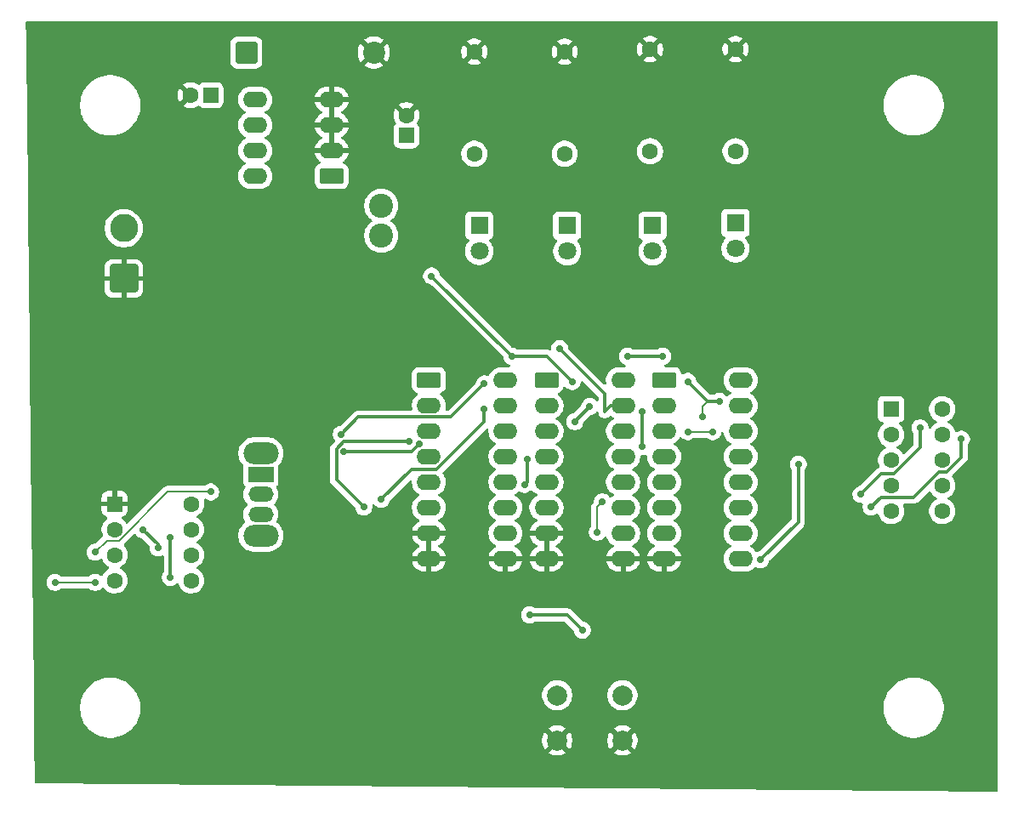
<source format=gbr>
%TF.GenerationSoftware,KiCad,Pcbnew,9.0.3*%
%TF.CreationDate,2025-12-16T11:33:00+01:00*%
%TF.ProjectId,PTP_Adrian_Pavlovic_Project1,5054505f-4164-4726-9961-6e5f5061766c,rev?*%
%TF.SameCoordinates,Original*%
%TF.FileFunction,Copper,L2,Bot*%
%TF.FilePolarity,Positive*%
%FSLAX46Y46*%
G04 Gerber Fmt 4.6, Leading zero omitted, Abs format (unit mm)*
G04 Created by KiCad (PCBNEW 9.0.3) date 2025-12-16 11:33:00*
%MOMM*%
%LPD*%
G01*
G04 APERTURE LIST*
G04 Aperture macros list*
%AMRoundRect*
0 Rectangle with rounded corners*
0 $1 Rounding radius*
0 $2 $3 $4 $5 $6 $7 $8 $9 X,Y pos of 4 corners*
0 Add a 4 corners polygon primitive as box body*
4,1,4,$2,$3,$4,$5,$6,$7,$8,$9,$2,$3,0*
0 Add four circle primitives for the rounded corners*
1,1,$1+$1,$2,$3*
1,1,$1+$1,$4,$5*
1,1,$1+$1,$6,$7*
1,1,$1+$1,$8,$9*
0 Add four rect primitives between the rounded corners*
20,1,$1+$1,$2,$3,$4,$5,0*
20,1,$1+$1,$4,$5,$6,$7,0*
20,1,$1+$1,$6,$7,$8,$9,0*
20,1,$1+$1,$8,$9,$2,$3,0*%
G04 Aperture macros list end*
%TA.AperFunction,ComponentPad*%
%ADD10RoundRect,0.250000X-0.950000X-0.550000X0.950000X-0.550000X0.950000X0.550000X-0.950000X0.550000X0*%
%TD*%
%TA.AperFunction,ComponentPad*%
%ADD11O,2.400000X1.600000*%
%TD*%
%TA.AperFunction,ComponentPad*%
%ADD12RoundRect,0.250000X-0.550000X-0.550000X0.550000X-0.550000X0.550000X0.550000X-0.550000X0.550000X0*%
%TD*%
%TA.AperFunction,ComponentPad*%
%ADD13C,1.600000*%
%TD*%
%TA.AperFunction,ComponentPad*%
%ADD14R,1.800000X1.800000*%
%TD*%
%TA.AperFunction,ComponentPad*%
%ADD15C,1.800000*%
%TD*%
%TA.AperFunction,ComponentPad*%
%ADD16C,2.000000*%
%TD*%
%TA.AperFunction,ComponentPad*%
%ADD17R,1.600000X1.600000*%
%TD*%
%TA.AperFunction,ComponentPad*%
%ADD18O,3.500000X2.200000*%
%TD*%
%TA.AperFunction,ComponentPad*%
%ADD19R,2.500000X1.500000*%
%TD*%
%TA.AperFunction,ComponentPad*%
%ADD20O,2.500000X1.500000*%
%TD*%
%TA.AperFunction,ComponentPad*%
%ADD21RoundRect,0.250000X0.550000X-0.550000X0.550000X0.550000X-0.550000X0.550000X-0.550000X-0.550000X0*%
%TD*%
%TA.AperFunction,ComponentPad*%
%ADD22RoundRect,0.250001X1.149999X-1.149999X1.149999X1.149999X-1.149999X1.149999X-1.149999X-1.149999X0*%
%TD*%
%TA.AperFunction,ComponentPad*%
%ADD23C,2.800000*%
%TD*%
%TA.AperFunction,ComponentPad*%
%ADD24C,2.400000*%
%TD*%
%TA.AperFunction,ComponentPad*%
%ADD25RoundRect,0.250000X0.950000X0.550000X-0.950000X0.550000X-0.950000X-0.550000X0.950000X-0.550000X0*%
%TD*%
%TA.AperFunction,ComponentPad*%
%ADD26RoundRect,0.249999X-0.850001X-0.850001X0.850001X-0.850001X0.850001X0.850001X-0.850001X0.850001X0*%
%TD*%
%TA.AperFunction,ComponentPad*%
%ADD27C,2.200000*%
%TD*%
%TA.AperFunction,ComponentPad*%
%ADD28RoundRect,0.250000X0.550000X0.550000X-0.550000X0.550000X-0.550000X-0.550000X0.550000X-0.550000X0*%
%TD*%
%TA.AperFunction,ViaPad*%
%ADD29C,0.700000*%
%TD*%
%TA.AperFunction,Conductor*%
%ADD30C,0.200000*%
%TD*%
%TA.AperFunction,Conductor*%
%ADD31C,0.300000*%
%TD*%
G04 APERTURE END LIST*
D10*
%TO.P,U2,1,Q*%
%TO.N,Q0*%
X120730000Y-107360000D03*
D11*
%TO.P,U2,2,~{Q}*%
%TO.N,unconnected-(U2A-~{Q}-Pad2)*%
X120730000Y-109900000D03*
%TO.P,U2,3,C*%
%TO.N,Clock*%
X120730000Y-112440000D03*
%TO.P,U2,4,R*%
%TO.N,Reset*%
X120730000Y-114980000D03*
%TO.P,U2,5,K*%
%TO.N,Net-(U2A-J)*%
X120730000Y-117520000D03*
%TO.P,U2,6,J*%
X120730000Y-120060000D03*
%TO.P,U2,7,S*%
%TO.N,GND*%
X120730000Y-122600000D03*
%TO.P,U2,8,VSS*%
X120730000Y-125140000D03*
%TO.P,U2,9,S*%
X128350000Y-125140000D03*
%TO.P,U2,10,J*%
%TO.N,Net-(U2B-J)*%
X128350000Y-122600000D03*
%TO.P,U2,11,K*%
X128350000Y-120060000D03*
%TO.P,U2,12,R*%
%TO.N,Reset*%
X128350000Y-117520000D03*
%TO.P,U2,13,C*%
%TO.N,Q0*%
X128350000Y-114980000D03*
%TO.P,U2,14,~{Q}*%
%TO.N,unconnected-(U2B-~{Q}-Pad14)*%
X128350000Y-112440000D03*
%TO.P,U2,15,Q*%
%TO.N,Q1*%
X128350000Y-109900000D03*
%TO.P,U2,16,VDD*%
%TO.N,+5V*%
X128350000Y-107360000D03*
%TD*%
D12*
%TO.P,U7,1,GND*%
%TO.N,GND*%
X89445000Y-119690000D03*
D13*
%TO.P,U7,2,TR*%
%TO.N,Net-(U7-THR)*%
X89445000Y-122230000D03*
%TO.P,U7,3,Q*%
%TO.N,555*%
X89445000Y-124770000D03*
%TO.P,U7,4,R*%
%TO.N,+5V*%
X89445000Y-127310000D03*
%TO.P,U7,5,CV*%
%TO.N,unconnected-(U7-CV-Pad5)*%
X97065000Y-127310000D03*
%TO.P,U7,6,THR*%
%TO.N,Net-(U7-THR)*%
X97065000Y-124770000D03*
%TO.P,U7,7,DIS*%
%TO.N,Net-(U7-DIS)*%
X97065000Y-122230000D03*
%TO.P,U7,8,VCC*%
%TO.N,+5V*%
X97065000Y-119690000D03*
%TD*%
D14*
%TO.P,D1,1,K*%
%TO.N,Net-(D1-K)*%
X151250000Y-91725000D03*
D15*
%TO.P,D1,2,A*%
%TO.N,Q0*%
X151250000Y-94265000D03*
%TD*%
D16*
%TO.P,SW1,1,1*%
%TO.N,GND*%
X140000000Y-143250000D03*
X133500000Y-143250000D03*
%TO.P,SW1,2,2*%
%TO.N,Net-(R13-Pad1)*%
X140000000Y-138750000D03*
X133500000Y-138750000D03*
%TD*%
D13*
%TO.P,R1,1*%
%TO.N,Net-(D1-K)*%
X151250000Y-84580000D03*
%TO.P,R1,2*%
%TO.N,GND*%
X151250000Y-74420000D03*
%TD*%
D14*
%TO.P,D2,1,K*%
%TO.N,Net-(D2-K)*%
X143000000Y-92000000D03*
D15*
%TO.P,D2,2,A*%
%TO.N,Q1*%
X143000000Y-94540000D03*
%TD*%
D14*
%TO.P,D3,1,K*%
%TO.N,Net-(D3-K)*%
X134500000Y-92000000D03*
D15*
%TO.P,D3,2,A*%
%TO.N,Q2*%
X134500000Y-94540000D03*
%TD*%
D17*
%TO.P,U5,1,CA*%
%TO.N,+5V*%
X166750000Y-110250000D03*
D13*
%TO.P,U5,2,F*%
%TO.N,Net-(U5-F)*%
X166750000Y-112790000D03*
%TO.P,U5,3,G*%
%TO.N,Net-(U5-G)*%
X166750000Y-115330000D03*
%TO.P,U5,4,E*%
%TO.N,Net-(U5-E)*%
X166750000Y-117870000D03*
%TO.P,U5,5,D*%
%TO.N,Net-(U5-D)*%
X166750000Y-120410000D03*
%TO.P,U5,6,CA*%
%TO.N,+5V*%
X171830000Y-120410000D03*
%TO.P,U5,7,DP*%
%TO.N,unconnected-(U5-DP-Pad7)*%
X171830000Y-117870000D03*
%TO.P,U5,8,C*%
%TO.N,Net-(U5-C)*%
X171830000Y-115330000D03*
%TO.P,U5,9,B*%
%TO.N,Net-(U5-B)*%
X171830000Y-112790000D03*
%TO.P,U5,10,A*%
%TO.N,Net-(U5-A)*%
X171830000Y-110250000D03*
%TD*%
D18*
%TO.P,SW2,*%
%TO.N,*%
X104000000Y-114650000D03*
X104000000Y-122850000D03*
D19*
%TO.P,SW2,1,B*%
%TO.N,Clock*%
X104000000Y-116750000D03*
D20*
%TO.P,SW2,2,C*%
%TO.N,555*%
X104000000Y-118750000D03*
%TO.P,SW2,3,A*%
%TO.N,Net-(SW2-A)*%
X104000000Y-120750000D03*
%TD*%
D21*
%TO.P,C2,1*%
%TO.N,+5V*%
X118500000Y-83000000D03*
D13*
%TO.P,C2,2*%
%TO.N,GND*%
X118500000Y-81000000D03*
%TD*%
%TO.P,R4,1*%
%TO.N,Net-(D5-K)*%
X125250000Y-84830000D03*
%TO.P,R4,2*%
%TO.N,GND*%
X125250000Y-74670000D03*
%TD*%
D22*
%TO.P,J1,1,Pin_1*%
%TO.N,GND*%
X90367500Y-97250000D03*
D23*
%TO.P,J1,2,Pin_2*%
%TO.N,VD*%
X90367500Y-92250000D03*
%TD*%
D14*
%TO.P,D5,1,K*%
%TO.N,Net-(D5-K)*%
X125750000Y-91975000D03*
D15*
%TO.P,D5,2,A*%
%TO.N,Q3*%
X125750000Y-94515000D03*
%TD*%
D10*
%TO.P,U3,1,Q*%
%TO.N,Q2*%
X132440000Y-107360000D03*
D11*
%TO.P,U3,2,~{Q}*%
%TO.N,unconnected-(U3A-~{Q}-Pad2)*%
X132440000Y-109900000D03*
%TO.P,U3,3,C*%
%TO.N,Q1*%
X132440000Y-112440000D03*
%TO.P,U3,4,R*%
%TO.N,Reset*%
X132440000Y-114980000D03*
%TO.P,U3,5,K*%
%TO.N,Net-(U3A-J)*%
X132440000Y-117520000D03*
%TO.P,U3,6,J*%
X132440000Y-120060000D03*
%TO.P,U3,7,S*%
%TO.N,GND*%
X132440000Y-122600000D03*
%TO.P,U3,8,VSS*%
X132440000Y-125140000D03*
%TO.P,U3,9,S*%
X140060000Y-125140000D03*
%TO.P,U3,10,J*%
%TO.N,Net-(U3B-J)*%
X140060000Y-122600000D03*
%TO.P,U3,11,K*%
X140060000Y-120060000D03*
%TO.P,U3,12,R*%
%TO.N,Reset*%
X140060000Y-117520000D03*
%TO.P,U3,13,C*%
%TO.N,Q2*%
X140060000Y-114980000D03*
%TO.P,U3,14,~{Q}*%
%TO.N,unconnected-(U3B-~{Q}-Pad14)*%
X140060000Y-112440000D03*
%TO.P,U3,15,Q*%
%TO.N,Q3*%
X140060000Y-109900000D03*
%TO.P,U3,16,VDD*%
%TO.N,+5V*%
X140060000Y-107360000D03*
%TD*%
D10*
%TO.P,U4,1,B*%
%TO.N,Q1*%
X144150000Y-107360000D03*
D11*
%TO.P,U4,2,C*%
%TO.N,Q2*%
X144150000Y-109900000D03*
%TO.P,U4,3,LT*%
%TO.N,Net-(U4-BI)*%
X144150000Y-112440000D03*
%TO.P,U4,4,BI*%
X144150000Y-114980000D03*
%TO.P,U4,5,RBI*%
X144150000Y-117520000D03*
%TO.P,U4,6,D*%
%TO.N,Q3*%
X144150000Y-120060000D03*
%TO.P,U4,7,A*%
%TO.N,Q0*%
X144150000Y-122600000D03*
%TO.P,U4,8,GND*%
%TO.N,GND*%
X144150000Y-125140000D03*
%TO.P,U4,9,e*%
%TO.N,Net-(U4-e)*%
X151770000Y-125140000D03*
%TO.P,U4,10,d*%
%TO.N,Net-(U4-d)*%
X151770000Y-122600000D03*
%TO.P,U4,11,c*%
%TO.N,Net-(U4-c)*%
X151770000Y-120060000D03*
%TO.P,U4,12,b*%
%TO.N,Net-(U4-b)*%
X151770000Y-117520000D03*
%TO.P,U4,13,a*%
%TO.N,Net-(U4-a)*%
X151770000Y-114980000D03*
%TO.P,U4,14,g*%
%TO.N,Net-(U4-g)*%
X151770000Y-112440000D03*
%TO.P,U4,15,f*%
%TO.N,Net-(U4-f)*%
X151770000Y-109900000D03*
%TO.P,U4,16,VCC*%
%TO.N,+5V*%
X151770000Y-107360000D03*
%TD*%
D24*
%TO.P,L1,1,1*%
%TO.N,Net-(D4-K)*%
X116000000Y-93000000D03*
%TO.P,L1,2,2*%
%TO.N,+5V*%
X116000000Y-90000000D03*
%TD*%
D25*
%TO.P,U1,1,FB*%
%TO.N,+5V*%
X111060000Y-87060000D03*
D11*
%TO.P,U1,2,SGND*%
%TO.N,GND*%
X111060000Y-84520000D03*
%TO.P,U1,3,~{ON}/OFF*%
X111060000Y-81980000D03*
%TO.P,U1,4,PGND*%
X111060000Y-79440000D03*
%TO.P,U1,5,VIN*%
%TO.N,VD*%
X103440000Y-79440000D03*
%TO.P,U1,6,NC*%
%TO.N,unconnected-(U1-NC-Pad6)*%
X103440000Y-81980000D03*
%TO.P,U1,7,OUT*%
%TO.N,Net-(D4-K)*%
X103440000Y-84520000D03*
%TO.P,U1,8,NC*%
%TO.N,unconnected-(U1-NC-Pad8)*%
X103440000Y-87060000D03*
%TD*%
D26*
%TO.P,D4,1,K*%
%TO.N,Net-(D4-K)*%
X102550000Y-74750000D03*
D27*
%TO.P,D4,2,A*%
%TO.N,GND*%
X115250000Y-74750000D03*
%TD*%
D13*
%TO.P,R2,1*%
%TO.N,Net-(D2-K)*%
X142750000Y-84580000D03*
%TO.P,R2,2*%
%TO.N,GND*%
X142750000Y-74420000D03*
%TD*%
D28*
%TO.P,C1,1*%
%TO.N,VD*%
X99000000Y-79000000D03*
D13*
%TO.P,C1,2*%
%TO.N,GND*%
X97000000Y-79000000D03*
%TD*%
%TO.P,R3,1*%
%TO.N,Net-(D3-K)*%
X134250000Y-84830000D03*
%TO.P,R3,2*%
%TO.N,GND*%
X134250000Y-74670000D03*
%TD*%
D29*
%TO.N,Net-(U7-DIS)*%
X87500000Y-124500000D03*
X99000000Y-118500000D03*
%TO.N,Net-(U3B-J)*%
X138000000Y-119500000D03*
X137500000Y-122500000D03*
%TO.N,+5V*%
X121000000Y-97000000D03*
X148000000Y-111000000D03*
X135000000Y-107500000D03*
X129000000Y-105000000D03*
X144000000Y-105000000D03*
X146500000Y-107500000D03*
X149650000Y-109500000D03*
X140500000Y-105000000D03*
X87500000Y-127500000D03*
X83500000Y-127500000D03*
X95000000Y-127000000D03*
X95000000Y-123000000D03*
%TO.N,Q2*%
X142000000Y-110500000D03*
X141999000Y-114000000D03*
%TO.N,Net-(U4-BI)*%
X149000000Y-112500000D03*
X146500000Y-112500000D03*
%TO.N,+5V*%
X126250000Y-107750000D03*
X112000000Y-112750000D03*
%TO.N,Net-(U7-THR)*%
X92250000Y-122250000D03*
X93750000Y-124081000D03*
%TO.N,Q1*%
X116000000Y-119250000D03*
X135250000Y-111500000D03*
X136750000Y-110000000D03*
X126250000Y-110250000D03*
%TO.N,Q3*%
X133750000Y-104250000D03*
%TO.N,Net-(U5-A)*%
X169619975Y-112130025D03*
X163750000Y-118750000D03*
%TO.N,Net-(U5-B)*%
X173750000Y-113250000D03*
X164750000Y-120000000D03*
%TO.N,Clock*%
X114250000Y-120000000D03*
X118750000Y-113500000D03*
%TO.N,Net-(U2A-J)*%
X130750000Y-130750000D03*
X136000000Y-132250000D03*
%TO.N,Net-(U4-e)*%
X157500000Y-115750000D03*
X153750000Y-125250000D03*
%TO.N,Reset*%
X119750000Y-113750000D03*
X112250000Y-114500000D03*
X130250000Y-117750000D03*
X130500000Y-115250000D03*
%TD*%
D30*
%TO.N,Net-(U7-DIS)*%
X88669000Y-123331000D02*
X87500000Y-124500000D01*
X89901050Y-123331000D02*
X88669000Y-123331000D01*
X99000000Y-118500000D02*
X94732050Y-118500000D01*
X94732050Y-118500000D02*
X89901050Y-123331000D01*
%TO.N,Net-(U3B-J)*%
X137500000Y-120000000D02*
X137500000Y-122500000D01*
X138000000Y-119500000D02*
X137500000Y-120000000D01*
D31*
%TO.N,+5V*%
X121000000Y-97000000D02*
X129000000Y-105000000D01*
D30*
X148000000Y-110000000D02*
X148500000Y-109500000D01*
X148000000Y-111000000D02*
X148000000Y-110000000D01*
D31*
X132500000Y-105000000D02*
X129000000Y-105000000D01*
X135000000Y-107500000D02*
X132500000Y-105000000D01*
X144000000Y-105000000D02*
X140500000Y-105000000D01*
X148500000Y-109500000D02*
X146500000Y-107500000D01*
X149650000Y-109500000D02*
X148500000Y-109500000D01*
D30*
X83500000Y-127500000D02*
X87500000Y-127500000D01*
D31*
X95000000Y-123000000D02*
X95000000Y-127000000D01*
%TO.N,Q2*%
X141999000Y-114000000D02*
X142000000Y-113999000D01*
X142000000Y-113999000D02*
X142000000Y-110500000D01*
D30*
%TO.N,Net-(U4-BI)*%
X149000000Y-112500000D02*
X146500000Y-112500000D01*
D31*
%TO.N,+5V*%
X122949000Y-111051000D02*
X126250000Y-107750000D01*
X112000000Y-112750000D02*
X113699000Y-111051000D01*
X113699000Y-111051000D02*
X122949000Y-111051000D01*
%TO.N,Net-(U7-THR)*%
X93750000Y-124081000D02*
X93750000Y-123750000D01*
X93750000Y-123750000D02*
X92250000Y-122250000D01*
%TO.N,Q1*%
X121487760Y-116250000D02*
X126250000Y-111487760D01*
X126250000Y-111487760D02*
X126250000Y-110250000D01*
X135250000Y-111500000D02*
X136750000Y-110000000D01*
X116000000Y-119250000D02*
X119000000Y-116250000D01*
X119000000Y-116250000D02*
X121487760Y-116250000D01*
%TO.N,Q3*%
X138850000Y-109900000D02*
X140060000Y-109900000D01*
X133750000Y-104250000D02*
X138250000Y-108750000D01*
X138250000Y-110500000D02*
X138850000Y-109900000D01*
X138250000Y-108750000D02*
X138250000Y-110500000D01*
%TO.N,Net-(U5-A)*%
X169619975Y-114087785D02*
X166988760Y-116719000D01*
X165781000Y-116719000D02*
X163750000Y-118750000D01*
X169619975Y-112130025D02*
X169619975Y-114087785D01*
X166988760Y-116719000D02*
X165781000Y-116719000D01*
%TO.N,Net-(U5-B)*%
X165729000Y-119021000D02*
X168979000Y-119021000D01*
X173750000Y-115037760D02*
X173750000Y-113250000D01*
X171519000Y-116481000D02*
X172306760Y-116481000D01*
X172306760Y-116481000D02*
X173750000Y-115037760D01*
X164750000Y-120000000D02*
X165729000Y-119021000D01*
X168979000Y-119021000D02*
X171519000Y-116481000D01*
%TO.N,Clock*%
X111549000Y-117299000D02*
X111549000Y-114209636D01*
X111549000Y-114209636D02*
X112258636Y-113500000D01*
X112258636Y-113500000D02*
X118750000Y-113500000D01*
X114250000Y-120000000D02*
X111549000Y-117299000D01*
%TO.N,Net-(U2A-J)*%
X134500000Y-130750000D02*
X136000000Y-132250000D01*
X130750000Y-130750000D02*
X134500000Y-130750000D01*
%TO.N,Net-(U4-e)*%
X157500000Y-115750000D02*
X157500000Y-121500000D01*
X157500000Y-121500000D02*
X153750000Y-125250000D01*
%TO.N,Reset*%
X112250000Y-114500000D02*
X119000000Y-114500000D01*
X130500000Y-115250000D02*
X130500000Y-117500000D01*
X119000000Y-114500000D02*
X119750000Y-113750000D01*
X130500000Y-117500000D02*
X130250000Y-117750000D01*
%TD*%
%TA.AperFunction,Conductor*%
%TO.N,GND*%
G36*
X120980000Y-124824314D02*
G01*
X120975606Y-124819920D01*
X120884394Y-124767259D01*
X120782661Y-124740000D01*
X120677339Y-124740000D01*
X120575606Y-124767259D01*
X120484394Y-124819920D01*
X120480000Y-124824314D01*
X120480000Y-122915686D01*
X120484394Y-122920080D01*
X120575606Y-122972741D01*
X120677339Y-123000000D01*
X120782661Y-123000000D01*
X120884394Y-122972741D01*
X120975606Y-122920080D01*
X120980000Y-122915686D01*
X120980000Y-124824314D01*
G37*
%TD.AperFunction*%
%TA.AperFunction,Conductor*%
G36*
X132690000Y-124824314D02*
G01*
X132685606Y-124819920D01*
X132594394Y-124767259D01*
X132492661Y-124740000D01*
X132387339Y-124740000D01*
X132285606Y-124767259D01*
X132194394Y-124819920D01*
X132190000Y-124824314D01*
X132190000Y-122915686D01*
X132194394Y-122920080D01*
X132285606Y-122972741D01*
X132387339Y-123000000D01*
X132492661Y-123000000D01*
X132594394Y-122972741D01*
X132685606Y-122920080D01*
X132690000Y-122915686D01*
X132690000Y-124824314D01*
G37*
%TD.AperFunction*%
%TA.AperFunction,Conductor*%
G36*
X111310000Y-84204314D02*
G01*
X111305606Y-84199920D01*
X111214394Y-84147259D01*
X111112661Y-84120000D01*
X111007339Y-84120000D01*
X110905606Y-84147259D01*
X110814394Y-84199920D01*
X110810000Y-84204314D01*
X110810000Y-82295686D01*
X110814394Y-82300080D01*
X110905606Y-82352741D01*
X111007339Y-82380000D01*
X111112661Y-82380000D01*
X111214394Y-82352741D01*
X111305606Y-82300080D01*
X111310000Y-82295686D01*
X111310000Y-84204314D01*
G37*
%TD.AperFunction*%
%TA.AperFunction,Conductor*%
G36*
X111310000Y-81664314D02*
G01*
X111305606Y-81659920D01*
X111214394Y-81607259D01*
X111112661Y-81580000D01*
X111007339Y-81580000D01*
X110905606Y-81607259D01*
X110814394Y-81659920D01*
X110810000Y-81664314D01*
X110810000Y-79755686D01*
X110814394Y-79760080D01*
X110905606Y-79812741D01*
X111007339Y-79840000D01*
X111112661Y-79840000D01*
X111214394Y-79812741D01*
X111305606Y-79760080D01*
X111310000Y-79755686D01*
X111310000Y-81664314D01*
G37*
%TD.AperFunction*%
%TA.AperFunction,Conductor*%
G36*
X177332126Y-71630598D02*
G01*
X177377881Y-71683402D01*
X177389087Y-71734913D01*
X177389087Y-148263930D01*
X177369402Y-148330969D01*
X177316598Y-148376724D01*
X177263937Y-148387925D01*
X81621418Y-147501125D01*
X81554564Y-147480819D01*
X81509301Y-147427593D01*
X81498577Y-147378585D01*
X81448825Y-143131947D01*
X132000000Y-143131947D01*
X132000000Y-143368052D01*
X132036934Y-143601247D01*
X132109897Y-143825802D01*
X132217087Y-144036174D01*
X132277338Y-144119104D01*
X132277340Y-144119105D01*
X132976212Y-143420233D01*
X132987482Y-143462292D01*
X133059890Y-143587708D01*
X133162292Y-143690110D01*
X133287708Y-143762518D01*
X133329765Y-143773787D01*
X132630893Y-144472658D01*
X132713828Y-144532914D01*
X132924197Y-144640102D01*
X133148752Y-144713065D01*
X133148751Y-144713065D01*
X133381948Y-144750000D01*
X133618052Y-144750000D01*
X133851247Y-144713065D01*
X134075802Y-144640102D01*
X134286163Y-144532918D01*
X134286169Y-144532914D01*
X134369104Y-144472658D01*
X134369105Y-144472658D01*
X133670233Y-143773787D01*
X133712292Y-143762518D01*
X133837708Y-143690110D01*
X133940110Y-143587708D01*
X134012518Y-143462292D01*
X134023787Y-143420234D01*
X134722658Y-144119105D01*
X134722658Y-144119104D01*
X134782914Y-144036169D01*
X134782918Y-144036163D01*
X134890102Y-143825802D01*
X134963065Y-143601247D01*
X135000000Y-143368052D01*
X135000000Y-143131947D01*
X138500000Y-143131947D01*
X138500000Y-143368052D01*
X138536934Y-143601247D01*
X138609897Y-143825802D01*
X138717087Y-144036174D01*
X138777338Y-144119104D01*
X138777340Y-144119105D01*
X139476212Y-143420233D01*
X139487482Y-143462292D01*
X139559890Y-143587708D01*
X139662292Y-143690110D01*
X139787708Y-143762518D01*
X139829765Y-143773787D01*
X139130893Y-144472658D01*
X139213828Y-144532914D01*
X139424197Y-144640102D01*
X139648752Y-144713065D01*
X139648751Y-144713065D01*
X139881948Y-144750000D01*
X140118052Y-144750000D01*
X140351247Y-144713065D01*
X140575802Y-144640102D01*
X140786163Y-144532918D01*
X140786169Y-144532914D01*
X140869104Y-144472658D01*
X140869105Y-144472658D01*
X140170233Y-143773787D01*
X140212292Y-143762518D01*
X140337708Y-143690110D01*
X140440110Y-143587708D01*
X140512518Y-143462292D01*
X140523787Y-143420233D01*
X141222658Y-144119105D01*
X141222658Y-144119104D01*
X141282914Y-144036169D01*
X141282918Y-144036163D01*
X141390102Y-143825802D01*
X141463065Y-143601247D01*
X141500000Y-143368052D01*
X141500000Y-143131947D01*
X141463065Y-142898752D01*
X141390102Y-142674197D01*
X141282914Y-142463828D01*
X141222658Y-142380894D01*
X141222658Y-142380893D01*
X140523787Y-143079765D01*
X140512518Y-143037708D01*
X140440110Y-142912292D01*
X140337708Y-142809890D01*
X140212292Y-142737482D01*
X140170234Y-142726212D01*
X140869105Y-142027340D01*
X140869104Y-142027338D01*
X140786174Y-141967087D01*
X140575802Y-141859897D01*
X140351247Y-141786934D01*
X140351248Y-141786934D01*
X140118052Y-141750000D01*
X139881948Y-141750000D01*
X139648752Y-141786934D01*
X139424197Y-141859897D01*
X139213830Y-141967084D01*
X139130894Y-142027340D01*
X139829766Y-142726212D01*
X139787708Y-142737482D01*
X139662292Y-142809890D01*
X139559890Y-142912292D01*
X139487482Y-143037708D01*
X139476212Y-143079766D01*
X138777340Y-142380894D01*
X138717084Y-142463830D01*
X138609897Y-142674197D01*
X138536934Y-142898752D01*
X138500000Y-143131947D01*
X135000000Y-143131947D01*
X134963065Y-142898752D01*
X134890102Y-142674197D01*
X134782914Y-142463828D01*
X134722658Y-142380894D01*
X134722658Y-142380893D01*
X134023787Y-143079765D01*
X134012518Y-143037708D01*
X133940110Y-142912292D01*
X133837708Y-142809890D01*
X133712292Y-142737482D01*
X133670234Y-142726212D01*
X134369105Y-142027340D01*
X134369104Y-142027339D01*
X134286174Y-141967087D01*
X134075802Y-141859897D01*
X133851247Y-141786934D01*
X133851248Y-141786934D01*
X133618052Y-141750000D01*
X133381948Y-141750000D01*
X133148752Y-141786934D01*
X132924197Y-141859897D01*
X132713830Y-141967084D01*
X132630894Y-142027340D01*
X133329766Y-142726212D01*
X133287708Y-142737482D01*
X133162292Y-142809890D01*
X133059890Y-142912292D01*
X132987482Y-143037708D01*
X132976212Y-143079766D01*
X132277340Y-142380894D01*
X132217084Y-142463830D01*
X132109897Y-142674197D01*
X132036934Y-142898752D01*
X132000000Y-143131947D01*
X81448825Y-143131947D01*
X81410158Y-139831491D01*
X85999500Y-139831491D01*
X85999500Y-140168508D01*
X86037231Y-140503381D01*
X86037233Y-140503397D01*
X86112223Y-140831953D01*
X86112227Y-140831965D01*
X86223532Y-141150054D01*
X86369752Y-141453683D01*
X86369754Y-141453686D01*
X86549054Y-141739039D01*
X86587249Y-141786934D01*
X86754998Y-141997286D01*
X86759175Y-142002523D01*
X86997477Y-142240825D01*
X87260961Y-142450946D01*
X87546314Y-142630246D01*
X87849949Y-142776469D01*
X88088848Y-142860063D01*
X88168034Y-142887772D01*
X88168046Y-142887776D01*
X88496606Y-142962767D01*
X88831492Y-143000499D01*
X88831493Y-143000500D01*
X88831496Y-143000500D01*
X89168507Y-143000500D01*
X89168507Y-143000499D01*
X89503394Y-142962767D01*
X89831954Y-142887776D01*
X90150051Y-142776469D01*
X90453686Y-142630246D01*
X90739039Y-142450946D01*
X91002523Y-142240825D01*
X91240825Y-142002523D01*
X91450946Y-141739039D01*
X91630246Y-141453686D01*
X91776469Y-141150051D01*
X91887776Y-140831954D01*
X91962767Y-140503394D01*
X92000500Y-140168504D01*
X92000500Y-139831496D01*
X91962767Y-139496606D01*
X91887776Y-139168046D01*
X91776469Y-138849949D01*
X91776466Y-138849944D01*
X91776464Y-138849937D01*
X91695030Y-138680837D01*
X91671464Y-138631902D01*
X131999500Y-138631902D01*
X131999500Y-138868097D01*
X132036446Y-139101368D01*
X132109433Y-139325996D01*
X132196362Y-139496602D01*
X132216657Y-139536433D01*
X132355483Y-139727510D01*
X132522490Y-139894517D01*
X132713567Y-140033343D01*
X132812991Y-140084002D01*
X132924003Y-140140566D01*
X132924005Y-140140566D01*
X132924008Y-140140568D01*
X133044412Y-140179689D01*
X133148631Y-140213553D01*
X133381903Y-140250500D01*
X133381908Y-140250500D01*
X133618097Y-140250500D01*
X133851368Y-140213553D01*
X134075992Y-140140568D01*
X134286433Y-140033343D01*
X134477510Y-139894517D01*
X134644517Y-139727510D01*
X134783343Y-139536433D01*
X134890568Y-139325992D01*
X134963553Y-139101368D01*
X135000500Y-138868097D01*
X135000500Y-138631902D01*
X138499500Y-138631902D01*
X138499500Y-138868097D01*
X138536446Y-139101368D01*
X138609433Y-139325996D01*
X138696362Y-139496602D01*
X138716657Y-139536433D01*
X138855483Y-139727510D01*
X139022490Y-139894517D01*
X139213567Y-140033343D01*
X139312991Y-140084002D01*
X139424003Y-140140566D01*
X139424005Y-140140566D01*
X139424008Y-140140568D01*
X139544412Y-140179689D01*
X139648631Y-140213553D01*
X139881903Y-140250500D01*
X139881908Y-140250500D01*
X140118097Y-140250500D01*
X140351368Y-140213553D01*
X140575992Y-140140568D01*
X140786433Y-140033343D01*
X140977510Y-139894517D01*
X141040536Y-139831491D01*
X165999500Y-139831491D01*
X165999500Y-140168508D01*
X166037231Y-140503381D01*
X166037233Y-140503397D01*
X166112223Y-140831953D01*
X166112227Y-140831965D01*
X166223532Y-141150054D01*
X166369752Y-141453683D01*
X166369754Y-141453686D01*
X166549054Y-141739039D01*
X166587249Y-141786934D01*
X166754998Y-141997286D01*
X166759175Y-142002523D01*
X166997477Y-142240825D01*
X167260961Y-142450946D01*
X167546314Y-142630246D01*
X167849949Y-142776469D01*
X168088848Y-142860063D01*
X168168034Y-142887772D01*
X168168046Y-142887776D01*
X168496606Y-142962767D01*
X168831492Y-143000499D01*
X168831493Y-143000500D01*
X168831496Y-143000500D01*
X169168507Y-143000500D01*
X169168507Y-143000499D01*
X169503394Y-142962767D01*
X169831954Y-142887776D01*
X170150051Y-142776469D01*
X170453686Y-142630246D01*
X170739039Y-142450946D01*
X171002523Y-142240825D01*
X171240825Y-142002523D01*
X171450946Y-141739039D01*
X171630246Y-141453686D01*
X171776469Y-141150051D01*
X171887776Y-140831954D01*
X171962767Y-140503394D01*
X172000500Y-140168504D01*
X172000500Y-139831496D01*
X171962767Y-139496606D01*
X171887776Y-139168046D01*
X171776469Y-138849949D01*
X171630246Y-138546314D01*
X171450946Y-138260961D01*
X171240825Y-137997477D01*
X171002523Y-137759175D01*
X170739039Y-137549054D01*
X170453686Y-137369754D01*
X170453683Y-137369752D01*
X170150054Y-137223532D01*
X169831965Y-137112227D01*
X169831953Y-137112223D01*
X169503397Y-137037233D01*
X169503381Y-137037231D01*
X169168508Y-136999500D01*
X169168504Y-136999500D01*
X168831496Y-136999500D01*
X168831491Y-136999500D01*
X168496618Y-137037231D01*
X168496602Y-137037233D01*
X168168046Y-137112223D01*
X168168034Y-137112227D01*
X167849945Y-137223532D01*
X167546316Y-137369752D01*
X167260962Y-137549053D01*
X166997477Y-137759174D01*
X166759174Y-137997477D01*
X166549053Y-138260962D01*
X166369752Y-138546316D01*
X166223532Y-138849945D01*
X166112227Y-139168034D01*
X166112223Y-139168046D01*
X166037233Y-139496602D01*
X166037231Y-139496618D01*
X165999500Y-139831491D01*
X141040536Y-139831491D01*
X141144517Y-139727510D01*
X141283343Y-139536433D01*
X141390568Y-139325992D01*
X141463553Y-139101368D01*
X141500500Y-138868097D01*
X141500500Y-138631902D01*
X141463553Y-138398631D01*
X141390566Y-138174003D01*
X141283342Y-137963566D01*
X141144517Y-137772490D01*
X140977510Y-137605483D01*
X140786433Y-137466657D01*
X140575996Y-137359433D01*
X140351368Y-137286446D01*
X140118097Y-137249500D01*
X140118092Y-137249500D01*
X139881908Y-137249500D01*
X139881903Y-137249500D01*
X139648631Y-137286446D01*
X139424003Y-137359433D01*
X139213566Y-137466657D01*
X139104550Y-137545862D01*
X139022490Y-137605483D01*
X139022488Y-137605485D01*
X139022487Y-137605485D01*
X138855485Y-137772487D01*
X138855485Y-137772488D01*
X138855483Y-137772490D01*
X138795862Y-137854550D01*
X138716657Y-137963566D01*
X138609433Y-138174003D01*
X138536446Y-138398631D01*
X138499500Y-138631902D01*
X135000500Y-138631902D01*
X134963553Y-138398631D01*
X134890566Y-138174003D01*
X134783342Y-137963566D01*
X134644517Y-137772490D01*
X134477510Y-137605483D01*
X134286433Y-137466657D01*
X134075996Y-137359433D01*
X133851368Y-137286446D01*
X133618097Y-137249500D01*
X133618092Y-137249500D01*
X133381908Y-137249500D01*
X133381903Y-137249500D01*
X133148631Y-137286446D01*
X132924003Y-137359433D01*
X132713566Y-137466657D01*
X132604550Y-137545862D01*
X132522490Y-137605483D01*
X132522488Y-137605485D01*
X132522487Y-137605485D01*
X132355485Y-137772487D01*
X132355485Y-137772488D01*
X132355483Y-137772490D01*
X132295862Y-137854550D01*
X132216657Y-137963566D01*
X132109433Y-138174003D01*
X132036446Y-138398631D01*
X131999500Y-138631902D01*
X91671464Y-138631902D01*
X91630247Y-138546316D01*
X91630246Y-138546314D01*
X91450946Y-138260961D01*
X91240825Y-137997477D01*
X91002523Y-137759175D01*
X90739039Y-137549054D01*
X90453686Y-137369754D01*
X90453683Y-137369752D01*
X90150054Y-137223532D01*
X89831965Y-137112227D01*
X89831953Y-137112223D01*
X89503397Y-137037233D01*
X89503381Y-137037231D01*
X89168508Y-136999500D01*
X89168504Y-136999500D01*
X88831496Y-136999500D01*
X88831491Y-136999500D01*
X88496618Y-137037231D01*
X88496602Y-137037233D01*
X88168046Y-137112223D01*
X88168034Y-137112227D01*
X87849945Y-137223532D01*
X87546316Y-137369752D01*
X87260962Y-137549053D01*
X86997477Y-137759174D01*
X86759174Y-137997477D01*
X86549053Y-138260962D01*
X86369752Y-138546316D01*
X86223532Y-138849945D01*
X86112227Y-139168034D01*
X86112223Y-139168046D01*
X86037233Y-139496602D01*
X86037231Y-139496618D01*
X85999500Y-139831491D01*
X81410158Y-139831491D01*
X81302782Y-130666228D01*
X129899500Y-130666228D01*
X129899500Y-130833771D01*
X129932182Y-130998074D01*
X129932184Y-130998082D01*
X129996295Y-131152860D01*
X130089373Y-131292162D01*
X130207837Y-131410626D01*
X130247038Y-131436819D01*
X130347137Y-131503703D01*
X130501918Y-131567816D01*
X130666228Y-131600499D01*
X130666232Y-131600500D01*
X130666233Y-131600500D01*
X130833768Y-131600500D01*
X130833769Y-131600499D01*
X130998082Y-131567816D01*
X131152863Y-131503703D01*
X131276041Y-131421398D01*
X131342719Y-131400520D01*
X131344932Y-131400500D01*
X134179192Y-131400500D01*
X134246231Y-131420185D01*
X134266873Y-131436819D01*
X135119345Y-132289291D01*
X135152830Y-132350614D01*
X135153281Y-132352781D01*
X135182182Y-132498074D01*
X135182184Y-132498082D01*
X135246295Y-132652860D01*
X135339373Y-132792162D01*
X135457837Y-132910626D01*
X135550494Y-132972537D01*
X135597137Y-133003703D01*
X135751918Y-133067816D01*
X135916228Y-133100499D01*
X135916232Y-133100500D01*
X135916233Y-133100500D01*
X136083768Y-133100500D01*
X136083769Y-133100499D01*
X136248082Y-133067816D01*
X136402863Y-133003703D01*
X136542162Y-132910626D01*
X136660626Y-132792162D01*
X136753703Y-132652863D01*
X136817816Y-132498082D01*
X136850500Y-132333767D01*
X136850500Y-132166233D01*
X136817816Y-132001918D01*
X136753703Y-131847137D01*
X136722537Y-131800494D01*
X136660626Y-131707837D01*
X136542162Y-131589373D01*
X136402860Y-131496295D01*
X136248082Y-131432184D01*
X136248074Y-131432182D01*
X136102781Y-131403281D01*
X136040870Y-131370896D01*
X136039291Y-131369345D01*
X134914674Y-130244727D01*
X134914673Y-130244726D01*
X134914669Y-130244723D01*
X134808127Y-130173535D01*
X134689744Y-130124499D01*
X134689738Y-130124497D01*
X134564071Y-130099500D01*
X134564069Y-130099500D01*
X131344932Y-130099500D01*
X131277893Y-130079815D01*
X131276041Y-130078602D01*
X131152860Y-129996295D01*
X130998082Y-129932184D01*
X130998074Y-129932182D01*
X130833771Y-129899500D01*
X130833767Y-129899500D01*
X130666233Y-129899500D01*
X130666228Y-129899500D01*
X130501925Y-129932182D01*
X130501917Y-129932184D01*
X130347139Y-129996295D01*
X130207837Y-130089373D01*
X130089373Y-130207837D01*
X129996295Y-130347139D01*
X129932184Y-130501917D01*
X129932182Y-130501925D01*
X129899500Y-130666228D01*
X81302782Y-130666228D01*
X81264706Y-127416228D01*
X82649500Y-127416228D01*
X82649500Y-127583771D01*
X82682182Y-127748074D01*
X82682184Y-127748082D01*
X82746295Y-127902860D01*
X82839373Y-128042162D01*
X82957837Y-128160626D01*
X83050494Y-128222537D01*
X83097137Y-128253703D01*
X83251918Y-128317816D01*
X83416228Y-128350499D01*
X83416232Y-128350500D01*
X83416233Y-128350500D01*
X83583768Y-128350500D01*
X83583769Y-128350499D01*
X83748082Y-128317816D01*
X83902863Y-128253703D01*
X84042162Y-128160626D01*
X84045575Y-128157213D01*
X84065970Y-128136819D01*
X84127293Y-128103334D01*
X84153651Y-128100500D01*
X86846349Y-128100500D01*
X86913388Y-128120185D01*
X86934030Y-128136819D01*
X86957837Y-128160626D01*
X87050494Y-128222537D01*
X87097137Y-128253703D01*
X87251918Y-128317816D01*
X87416228Y-128350499D01*
X87416232Y-128350500D01*
X87416233Y-128350500D01*
X87583768Y-128350500D01*
X87583769Y-128350499D01*
X87748082Y-128317816D01*
X87902863Y-128253703D01*
X88042162Y-128160626D01*
X88160626Y-128042162D01*
X88161817Y-128040378D01*
X88162684Y-128039653D01*
X88164490Y-128037454D01*
X88164907Y-128037796D01*
X88215428Y-127995572D01*
X88284753Y-127986862D01*
X88347781Y-128017014D01*
X88365240Y-128036381D01*
X88453028Y-128157213D01*
X88597786Y-128301971D01*
X88752749Y-128414556D01*
X88763390Y-128422287D01*
X88879607Y-128481503D01*
X88945776Y-128515218D01*
X88945778Y-128515218D01*
X88945781Y-128515220D01*
X89050137Y-128549127D01*
X89140465Y-128578477D01*
X89241557Y-128594488D01*
X89342648Y-128610500D01*
X89342649Y-128610500D01*
X89547351Y-128610500D01*
X89547352Y-128610500D01*
X89749534Y-128578477D01*
X89944219Y-128515220D01*
X90126610Y-128422287D01*
X90270402Y-128317817D01*
X90292213Y-128301971D01*
X90292215Y-128301968D01*
X90292219Y-128301966D01*
X90436966Y-128157219D01*
X90436968Y-128157215D01*
X90436971Y-128157213D01*
X90520559Y-128042162D01*
X90557287Y-127991610D01*
X90650220Y-127809219D01*
X90713477Y-127614534D01*
X90745500Y-127412352D01*
X90745500Y-127207648D01*
X90727997Y-127097139D01*
X90713477Y-127005465D01*
X90684127Y-126915137D01*
X90650220Y-126810781D01*
X90650218Y-126810778D01*
X90650218Y-126810776D01*
X90584695Y-126682182D01*
X90557287Y-126628390D01*
X90545961Y-126612801D01*
X90436971Y-126462786D01*
X90292213Y-126318028D01*
X90126614Y-126197715D01*
X90120006Y-126194348D01*
X90033917Y-126150483D01*
X89983123Y-126102511D01*
X89966328Y-126034690D01*
X89988865Y-125968555D01*
X90033917Y-125929516D01*
X90126610Y-125882287D01*
X90147770Y-125866913D01*
X90292213Y-125761971D01*
X90292215Y-125761968D01*
X90292219Y-125761966D01*
X90436966Y-125617219D01*
X90436968Y-125617215D01*
X90436971Y-125617213D01*
X90523529Y-125498074D01*
X90557287Y-125451610D01*
X90650220Y-125269219D01*
X90713477Y-125074534D01*
X90745500Y-124872352D01*
X90745500Y-124667648D01*
X90716391Y-124483863D01*
X90713477Y-124465465D01*
X90669163Y-124329082D01*
X90650220Y-124270781D01*
X90650218Y-124270778D01*
X90650218Y-124270776D01*
X90587674Y-124148028D01*
X90557287Y-124088390D01*
X90544502Y-124070793D01*
X90436971Y-123922786D01*
X90385416Y-123871231D01*
X90381082Y-123863294D01*
X90373842Y-123857876D01*
X90364599Y-123833108D01*
X90351931Y-123809908D01*
X90352576Y-123800888D01*
X90349414Y-123792415D01*
X90355029Y-123766581D01*
X90356915Y-123740216D01*
X90362726Y-123731171D01*
X90364255Y-123724140D01*
X90385359Y-123695949D01*
X90385402Y-123695883D01*
X90388585Y-123692698D01*
X90391772Y-123689512D01*
X90391775Y-123689510D01*
X90391779Y-123689505D01*
X91362271Y-122719012D01*
X91423592Y-122685529D01*
X91493284Y-122690513D01*
X91549217Y-122732385D01*
X91553052Y-122737803D01*
X91589376Y-122792165D01*
X91707837Y-122910626D01*
X91772512Y-122953840D01*
X91847137Y-123003703D01*
X91847138Y-123003703D01*
X91847139Y-123003704D01*
X91881346Y-123017873D01*
X92001918Y-123067816D01*
X92082110Y-123083767D01*
X92147218Y-123096718D01*
X92209129Y-123129102D01*
X92210708Y-123130654D01*
X92882129Y-123802075D01*
X92915614Y-123863398D01*
X92916066Y-123913946D01*
X92899500Y-123997234D01*
X92899500Y-124164771D01*
X92932182Y-124329074D01*
X92932184Y-124329082D01*
X92996295Y-124483860D01*
X93089373Y-124623162D01*
X93207837Y-124741626D01*
X93246200Y-124767259D01*
X93347137Y-124834703D01*
X93347138Y-124834703D01*
X93347139Y-124834704D01*
X93382201Y-124849227D01*
X93501918Y-124898816D01*
X93666228Y-124931499D01*
X93666232Y-124931500D01*
X93666233Y-124931500D01*
X93833768Y-124931500D01*
X93833769Y-124931499D01*
X93998082Y-124898816D01*
X94152863Y-124834703D01*
X94156607Y-124832200D01*
X94223280Y-124811321D01*
X94290661Y-124829802D01*
X94337354Y-124881779D01*
X94349500Y-124935301D01*
X94349500Y-126405068D01*
X94329815Y-126472107D01*
X94328602Y-126473959D01*
X94246295Y-126597139D01*
X94182184Y-126751917D01*
X94182182Y-126751925D01*
X94149500Y-126916228D01*
X94149500Y-127083771D01*
X94182182Y-127248074D01*
X94182184Y-127248082D01*
X94246295Y-127402860D01*
X94339373Y-127542162D01*
X94457837Y-127660626D01*
X94550494Y-127722537D01*
X94597137Y-127753703D01*
X94751918Y-127817816D01*
X94916228Y-127850499D01*
X94916232Y-127850500D01*
X94916233Y-127850500D01*
X95083768Y-127850500D01*
X95083769Y-127850499D01*
X95248082Y-127817816D01*
X95402863Y-127753703D01*
X95542162Y-127660626D01*
X95602365Y-127600422D01*
X95663686Y-127566939D01*
X95733378Y-127571923D01*
X95789312Y-127613794D01*
X95807976Y-127649786D01*
X95859781Y-127809222D01*
X95952715Y-127991613D01*
X96073028Y-128157213D01*
X96217786Y-128301971D01*
X96372749Y-128414556D01*
X96383390Y-128422287D01*
X96499607Y-128481503D01*
X96565776Y-128515218D01*
X96565778Y-128515218D01*
X96565781Y-128515220D01*
X96670137Y-128549127D01*
X96760465Y-128578477D01*
X96861557Y-128594488D01*
X96962648Y-128610500D01*
X96962649Y-128610500D01*
X97167351Y-128610500D01*
X97167352Y-128610500D01*
X97369534Y-128578477D01*
X97564219Y-128515220D01*
X97746610Y-128422287D01*
X97890402Y-128317817D01*
X97912213Y-128301971D01*
X97912215Y-128301968D01*
X97912219Y-128301966D01*
X98056966Y-128157219D01*
X98056968Y-128157215D01*
X98056971Y-128157213D01*
X98140559Y-128042162D01*
X98177287Y-127991610D01*
X98270220Y-127809219D01*
X98333477Y-127614534D01*
X98365500Y-127412352D01*
X98365500Y-127207648D01*
X98347997Y-127097139D01*
X98333477Y-127005465D01*
X98304127Y-126915137D01*
X98270220Y-126810781D01*
X98270218Y-126810778D01*
X98270218Y-126810776D01*
X98204695Y-126682182D01*
X98177287Y-126628390D01*
X98165961Y-126612801D01*
X98056971Y-126462786D01*
X97912213Y-126318028D01*
X97746614Y-126197715D01*
X97740006Y-126194348D01*
X97653917Y-126150483D01*
X97603123Y-126102511D01*
X97586328Y-126034690D01*
X97608865Y-125968555D01*
X97653917Y-125929516D01*
X97746610Y-125882287D01*
X97767770Y-125866913D01*
X97912213Y-125761971D01*
X97912215Y-125761968D01*
X97912219Y-125761966D01*
X98056966Y-125617219D01*
X98056968Y-125617215D01*
X98056971Y-125617213D01*
X98177284Y-125451614D01*
X98177285Y-125451613D01*
X98177287Y-125451610D01*
X98270220Y-125269219D01*
X98333477Y-125074534D01*
X98365500Y-124872352D01*
X98365500Y-124667648D01*
X98336391Y-124483863D01*
X98333477Y-124465465D01*
X98289163Y-124329082D01*
X98270220Y-124270781D01*
X98270218Y-124270778D01*
X98270218Y-124270776D01*
X98207674Y-124148028D01*
X98177287Y-124088390D01*
X98164502Y-124070793D01*
X98056971Y-123922786D01*
X97912213Y-123778028D01*
X97746614Y-123657715D01*
X97724929Y-123646666D01*
X97653917Y-123610483D01*
X97603123Y-123562511D01*
X97586328Y-123494690D01*
X97608865Y-123428555D01*
X97653917Y-123389516D01*
X97746610Y-123342287D01*
X97780293Y-123317815D01*
X97912213Y-123221971D01*
X97912215Y-123221968D01*
X97912219Y-123221966D01*
X98056966Y-123077219D01*
X98056968Y-123077215D01*
X98056971Y-123077213D01*
X98130533Y-122975962D01*
X98177287Y-122911610D01*
X98270220Y-122729219D01*
X98333477Y-122534534D01*
X98365500Y-122332352D01*
X98365500Y-122127648D01*
X98338604Y-121957834D01*
X98333477Y-121925465D01*
X98295351Y-121808127D01*
X98270220Y-121730781D01*
X98270218Y-121730778D01*
X98270218Y-121730776D01*
X98219018Y-121630292D01*
X98177287Y-121548390D01*
X98149664Y-121510370D01*
X98056971Y-121382786D01*
X97912213Y-121238028D01*
X97746614Y-121117715D01*
X97739884Y-121114286D01*
X97653917Y-121070483D01*
X97603123Y-121022511D01*
X97586328Y-120954690D01*
X97608865Y-120888555D01*
X97653917Y-120849516D01*
X97746610Y-120802287D01*
X97767770Y-120786913D01*
X97912213Y-120681971D01*
X97912215Y-120681968D01*
X97912219Y-120681966D01*
X98056966Y-120537219D01*
X98056968Y-120537215D01*
X98056971Y-120537213D01*
X98115122Y-120457173D01*
X98177287Y-120371610D01*
X98270220Y-120189219D01*
X98333477Y-119994534D01*
X98365500Y-119792352D01*
X98365500Y-119587648D01*
X98361244Y-119560776D01*
X98333477Y-119385465D01*
X98322116Y-119350500D01*
X98316176Y-119332221D01*
X98314181Y-119262382D01*
X98350261Y-119202549D01*
X98412962Y-119171720D01*
X98482376Y-119179684D01*
X98502998Y-119190802D01*
X98579842Y-119242147D01*
X98597137Y-119253703D01*
X98751918Y-119317816D01*
X98916228Y-119350499D01*
X98916232Y-119350500D01*
X98916233Y-119350500D01*
X99083768Y-119350500D01*
X99083769Y-119350499D01*
X99248082Y-119317816D01*
X99402863Y-119253703D01*
X99542162Y-119160626D01*
X99660626Y-119042162D01*
X99753703Y-118902863D01*
X99817816Y-118748082D01*
X99850500Y-118583767D01*
X99850500Y-118416233D01*
X99817816Y-118251918D01*
X99753703Y-118097137D01*
X99701811Y-118019475D01*
X99660626Y-117957837D01*
X99542162Y-117839373D01*
X99402860Y-117746295D01*
X99248082Y-117682184D01*
X99248074Y-117682182D01*
X99083771Y-117649500D01*
X99083767Y-117649500D01*
X98916233Y-117649500D01*
X98916228Y-117649500D01*
X98751925Y-117682182D01*
X98751917Y-117682184D01*
X98597139Y-117746295D01*
X98457837Y-117839373D01*
X98457834Y-117839376D01*
X98434030Y-117863181D01*
X98372707Y-117896666D01*
X98346349Y-117899500D01*
X94818720Y-117899500D01*
X94818704Y-117899499D01*
X94811108Y-117899499D01*
X94652993Y-117899499D01*
X94576629Y-117919961D01*
X94500264Y-117940423D01*
X94500259Y-117940426D01*
X94363340Y-118019475D01*
X94363332Y-118019481D01*
X90771514Y-121611298D01*
X90710191Y-121644783D01*
X90640499Y-121639799D01*
X90584566Y-121597927D01*
X90573348Y-121579912D01*
X90565276Y-121564070D01*
X90557287Y-121548390D01*
X90557285Y-121548387D01*
X90557284Y-121548385D01*
X90436971Y-121382786D01*
X90292217Y-121238032D01*
X90292212Y-121238028D01*
X90198051Y-121169616D01*
X90155385Y-121114286D01*
X90149406Y-121044673D01*
X90182012Y-120982878D01*
X90231933Y-120951592D01*
X90314117Y-120924359D01*
X90314124Y-120924356D01*
X90463345Y-120832315D01*
X90587315Y-120708345D01*
X90679356Y-120559124D01*
X90679358Y-120559119D01*
X90734505Y-120392697D01*
X90734506Y-120392690D01*
X90744999Y-120289986D01*
X90745000Y-120289973D01*
X90745000Y-119940000D01*
X89760686Y-119940000D01*
X89765080Y-119935606D01*
X89817741Y-119844394D01*
X89845000Y-119742661D01*
X89845000Y-119637339D01*
X89817741Y-119535606D01*
X89765080Y-119444394D01*
X89760686Y-119440000D01*
X90744999Y-119440000D01*
X90744999Y-119090028D01*
X90744998Y-119090013D01*
X90734505Y-118987302D01*
X90679358Y-118820880D01*
X90679356Y-118820875D01*
X90587315Y-118671654D01*
X90463345Y-118547684D01*
X90314124Y-118455643D01*
X90314119Y-118455641D01*
X90147697Y-118400494D01*
X90147690Y-118400493D01*
X90044986Y-118390000D01*
X89695000Y-118390000D01*
X89695000Y-119374314D01*
X89690606Y-119369920D01*
X89599394Y-119317259D01*
X89497661Y-119290000D01*
X89392339Y-119290000D01*
X89290606Y-119317259D01*
X89199394Y-119369920D01*
X89195000Y-119374314D01*
X89195000Y-118390000D01*
X88845028Y-118390000D01*
X88845012Y-118390001D01*
X88742302Y-118400494D01*
X88575880Y-118455641D01*
X88575875Y-118455643D01*
X88426654Y-118547684D01*
X88302684Y-118671654D01*
X88210643Y-118820875D01*
X88210641Y-118820880D01*
X88155494Y-118987302D01*
X88155493Y-118987309D01*
X88145000Y-119090013D01*
X88145000Y-119440000D01*
X89129314Y-119440000D01*
X89124920Y-119444394D01*
X89072259Y-119535606D01*
X89045000Y-119637339D01*
X89045000Y-119742661D01*
X89072259Y-119844394D01*
X89124920Y-119935606D01*
X89129314Y-119940000D01*
X88145001Y-119940000D01*
X88145001Y-120289986D01*
X88155494Y-120392697D01*
X88210641Y-120559119D01*
X88210643Y-120559124D01*
X88302684Y-120708345D01*
X88426654Y-120832315D01*
X88575875Y-120924356D01*
X88575882Y-120924359D01*
X88658067Y-120951592D01*
X88715512Y-120991364D01*
X88742336Y-121055880D01*
X88730021Y-121124656D01*
X88691949Y-121169616D01*
X88597787Y-121238028D01*
X88597782Y-121238032D01*
X88453028Y-121382786D01*
X88332715Y-121548386D01*
X88239781Y-121730776D01*
X88176522Y-121925465D01*
X88144500Y-122127648D01*
X88144500Y-122332351D01*
X88176522Y-122534534D01*
X88239782Y-122729226D01*
X88260232Y-122769360D01*
X88273128Y-122838029D01*
X88246851Y-122902769D01*
X88237428Y-122913335D01*
X87537584Y-123613181D01*
X87476261Y-123646666D01*
X87449903Y-123649500D01*
X87416228Y-123649500D01*
X87251925Y-123682182D01*
X87251917Y-123682184D01*
X87097139Y-123746295D01*
X86957837Y-123839373D01*
X86839373Y-123957837D01*
X86746295Y-124097139D01*
X86682184Y-124251917D01*
X86682182Y-124251925D01*
X86649500Y-124416228D01*
X86649500Y-124583771D01*
X86682182Y-124748074D01*
X86682184Y-124748082D01*
X86746295Y-124902860D01*
X86839373Y-125042162D01*
X86957837Y-125160626D01*
X87034871Y-125212098D01*
X87097137Y-125253703D01*
X87251918Y-125317816D01*
X87416228Y-125350499D01*
X87416232Y-125350500D01*
X87416233Y-125350500D01*
X87583768Y-125350500D01*
X87583769Y-125350499D01*
X87748082Y-125317816D01*
X87902863Y-125253703D01*
X88039338Y-125162512D01*
X88106014Y-125141635D01*
X88173395Y-125160119D01*
X88220085Y-125212098D01*
X88226157Y-125227293D01*
X88239780Y-125269219D01*
X88299082Y-125385606D01*
X88332715Y-125451613D01*
X88453028Y-125617213D01*
X88597786Y-125761971D01*
X88752749Y-125874556D01*
X88763390Y-125882287D01*
X88827638Y-125915023D01*
X88856080Y-125929515D01*
X88906876Y-125977490D01*
X88923671Y-126045311D01*
X88901134Y-126111446D01*
X88856080Y-126150485D01*
X88763386Y-126197715D01*
X88597786Y-126318028D01*
X88453028Y-126462786D01*
X88332713Y-126628388D01*
X88240906Y-126808567D01*
X88192932Y-126859362D01*
X88125110Y-126876157D01*
X88058976Y-126853619D01*
X88042741Y-126839952D01*
X88042162Y-126839373D01*
X87902860Y-126746295D01*
X87748082Y-126682184D01*
X87748074Y-126682182D01*
X87583771Y-126649500D01*
X87583767Y-126649500D01*
X87416233Y-126649500D01*
X87416228Y-126649500D01*
X87251925Y-126682182D01*
X87251917Y-126682184D01*
X87097139Y-126746295D01*
X86957837Y-126839373D01*
X86957834Y-126839376D01*
X86934030Y-126863181D01*
X86872707Y-126896666D01*
X86846349Y-126899500D01*
X84153651Y-126899500D01*
X84086612Y-126879815D01*
X84065970Y-126863181D01*
X84042162Y-126839373D01*
X83902860Y-126746295D01*
X83748082Y-126682184D01*
X83748074Y-126682182D01*
X83583771Y-126649500D01*
X83583767Y-126649500D01*
X83416233Y-126649500D01*
X83416228Y-126649500D01*
X83251925Y-126682182D01*
X83251917Y-126682184D01*
X83097139Y-126746295D01*
X82957837Y-126839373D01*
X82839373Y-126957837D01*
X82746295Y-127097139D01*
X82682184Y-127251917D01*
X82682182Y-127251925D01*
X82649500Y-127416228D01*
X81264706Y-127416228D01*
X81113666Y-114524038D01*
X101749500Y-114524038D01*
X101749500Y-114775962D01*
X101757868Y-114828794D01*
X101788910Y-115024785D01*
X101866760Y-115264383D01*
X101939663Y-115407461D01*
X101976227Y-115479223D01*
X101981132Y-115488848D01*
X102129201Y-115692649D01*
X102129205Y-115692654D01*
X102221061Y-115784510D01*
X102254546Y-115845833D01*
X102256669Y-115885446D01*
X102249501Y-115952116D01*
X102249500Y-115952135D01*
X102249500Y-117547870D01*
X102249501Y-117547876D01*
X102255908Y-117607483D01*
X102306202Y-117742328D01*
X102306206Y-117742335D01*
X102392451Y-117857543D01*
X102392452Y-117857544D01*
X102392454Y-117857546D01*
X102430777Y-117886234D01*
X102472647Y-117942167D01*
X102477631Y-118011859D01*
X102456784Y-118058385D01*
X102430475Y-118094595D01*
X102341117Y-118269970D01*
X102280290Y-118457173D01*
X102249500Y-118651577D01*
X102249500Y-118848422D01*
X102280290Y-119042826D01*
X102341117Y-119230029D01*
X102416709Y-119378386D01*
X102430476Y-119405405D01*
X102546172Y-119564646D01*
X102546174Y-119564648D01*
X102643845Y-119662319D01*
X102677330Y-119723642D01*
X102672346Y-119793334D01*
X102643845Y-119837681D01*
X102546174Y-119935351D01*
X102546174Y-119935352D01*
X102546172Y-119935354D01*
X102503175Y-119994534D01*
X102430476Y-120094594D01*
X102341117Y-120269970D01*
X102280290Y-120457173D01*
X102249500Y-120651577D01*
X102249500Y-120848422D01*
X102280290Y-121042826D01*
X102341117Y-121230029D01*
X102432352Y-121409087D01*
X102445248Y-121477757D01*
X102418971Y-121542497D01*
X102394753Y-121565699D01*
X102307350Y-121629202D01*
X102307341Y-121629209D01*
X102129205Y-121807345D01*
X102129201Y-121807350D01*
X101981132Y-122011151D01*
X101866760Y-122235616D01*
X101788910Y-122475214D01*
X101771717Y-122583767D01*
X101749500Y-122724038D01*
X101749500Y-122975962D01*
X101760116Y-123042986D01*
X101788910Y-123224785D01*
X101866760Y-123464383D01*
X101921312Y-123571446D01*
X101965268Y-123657715D01*
X101981132Y-123688848D01*
X102129201Y-123892649D01*
X102129205Y-123892654D01*
X102307345Y-124070794D01*
X102307350Y-124070798D01*
X102436688Y-124164767D01*
X102511155Y-124218870D01*
X102615643Y-124272109D01*
X102735616Y-124333239D01*
X102735618Y-124333239D01*
X102735621Y-124333241D01*
X102975215Y-124411090D01*
X103224038Y-124450500D01*
X103224039Y-124450500D01*
X104775961Y-124450500D01*
X104775962Y-124450500D01*
X105024785Y-124411090D01*
X105264379Y-124333241D01*
X105488845Y-124218870D01*
X105692656Y-124070793D01*
X105870793Y-123892656D01*
X106018870Y-123688845D01*
X106133241Y-123464379D01*
X106211090Y-123224785D01*
X106250500Y-122975962D01*
X106250500Y-122724038D01*
X106211090Y-122475215D01*
X106133241Y-122235621D01*
X106133239Y-122235618D01*
X106133239Y-122235616D01*
X106089302Y-122149385D01*
X106018870Y-122011155D01*
X105962836Y-121934030D01*
X105870798Y-121807350D01*
X105870794Y-121807345D01*
X105692658Y-121629209D01*
X105692656Y-121629207D01*
X105605245Y-121565699D01*
X105562581Y-121510370D01*
X105556602Y-121440756D01*
X105567647Y-121409087D01*
X105569520Y-121405409D01*
X105569524Y-121405405D01*
X105658884Y-121230025D01*
X105719709Y-121042826D01*
X105732586Y-120961523D01*
X105750500Y-120848422D01*
X105750500Y-120651577D01*
X105719709Y-120457173D01*
X105680383Y-120336141D01*
X105658884Y-120269975D01*
X105658882Y-120269972D01*
X105658882Y-120269970D01*
X105575063Y-120105466D01*
X105569524Y-120094595D01*
X105453828Y-119935354D01*
X105356155Y-119837681D01*
X105322670Y-119776358D01*
X105327654Y-119706666D01*
X105356155Y-119662319D01*
X105398289Y-119620185D01*
X105453828Y-119564646D01*
X105569524Y-119405405D01*
X105658884Y-119230025D01*
X105719709Y-119042826D01*
X105719814Y-119042162D01*
X105750500Y-118848422D01*
X105750500Y-118651577D01*
X105719709Y-118457173D01*
X105688198Y-118360193D01*
X105658884Y-118269975D01*
X105658882Y-118269972D01*
X105658882Y-118269970D01*
X105609946Y-118173930D01*
X105569524Y-118094595D01*
X105569522Y-118094592D01*
X105569521Y-118094590D01*
X105543217Y-118058386D01*
X105519736Y-117992580D01*
X105535561Y-117924526D01*
X105569219Y-117886237D01*
X105607546Y-117857546D01*
X105693796Y-117742331D01*
X105744091Y-117607483D01*
X105750500Y-117547873D01*
X105750499Y-115952128D01*
X105744091Y-115892517D01*
X105744089Y-115892514D01*
X105743330Y-115885445D01*
X105755736Y-115816685D01*
X105778938Y-115784510D01*
X105870793Y-115692656D01*
X106018870Y-115488845D01*
X106133241Y-115264379D01*
X106211090Y-115024785D01*
X106250500Y-114775962D01*
X106250500Y-114524038D01*
X106211090Y-114275215D01*
X106211089Y-114275211D01*
X106211089Y-114275210D01*
X106179436Y-114177793D01*
X106168964Y-114145564D01*
X110898500Y-114145564D01*
X110898500Y-114145567D01*
X110898500Y-117363069D01*
X110912994Y-117435931D01*
X110923499Y-117488744D01*
X110972535Y-117607127D01*
X111022686Y-117682184D01*
X111043726Y-117713673D01*
X111043727Y-117713674D01*
X113369345Y-120039291D01*
X113402830Y-120100614D01*
X113403281Y-120102781D01*
X113432182Y-120248074D01*
X113432184Y-120248082D01*
X113496295Y-120402860D01*
X113589373Y-120542162D01*
X113707837Y-120660626D01*
X113777057Y-120706877D01*
X113847137Y-120753703D01*
X114001918Y-120817816D01*
X114155761Y-120848417D01*
X114166228Y-120850499D01*
X114166232Y-120850500D01*
X114166233Y-120850500D01*
X114333768Y-120850500D01*
X114333769Y-120850499D01*
X114498082Y-120817816D01*
X114652863Y-120753703D01*
X114792162Y-120660626D01*
X114910626Y-120542162D01*
X115003703Y-120402863D01*
X115067816Y-120248082D01*
X115100500Y-120083767D01*
X115100500Y-119916233D01*
X115087683Y-119851795D01*
X115085724Y-119841946D01*
X115091951Y-119772354D01*
X115134814Y-119717177D01*
X115200704Y-119693933D01*
X115268701Y-119710001D01*
X115310443Y-119748864D01*
X115339373Y-119792162D01*
X115457837Y-119910626D01*
X115501799Y-119940000D01*
X115597137Y-120003703D01*
X115751918Y-120067816D01*
X115916228Y-120100499D01*
X115916232Y-120100500D01*
X115916233Y-120100500D01*
X116083768Y-120100500D01*
X116083769Y-120100499D01*
X116248082Y-120067816D01*
X116402863Y-120003703D01*
X116542162Y-119910626D01*
X116660626Y-119792162D01*
X116753703Y-119652863D01*
X116817816Y-119498082D01*
X116846718Y-119352781D01*
X116879102Y-119290870D01*
X116880597Y-119289348D01*
X118817819Y-117352125D01*
X118879142Y-117318641D01*
X118948834Y-117323625D01*
X119004767Y-117365497D01*
X119029184Y-117430961D01*
X119029500Y-117439807D01*
X119029500Y-117622351D01*
X119061522Y-117824534D01*
X119124781Y-118019223D01*
X119163186Y-118094595D01*
X119211171Y-118188771D01*
X119217715Y-118201613D01*
X119338028Y-118367213D01*
X119482786Y-118511971D01*
X119637749Y-118624556D01*
X119648390Y-118632287D01*
X119715003Y-118666228D01*
X119741080Y-118679515D01*
X119791876Y-118727490D01*
X119808671Y-118795311D01*
X119786134Y-118861446D01*
X119741080Y-118900485D01*
X119648386Y-118947715D01*
X119482786Y-119068028D01*
X119338028Y-119212786D01*
X119217715Y-119378386D01*
X119124781Y-119560776D01*
X119061522Y-119755465D01*
X119029500Y-119957648D01*
X119029500Y-120162351D01*
X119061522Y-120364534D01*
X119124781Y-120559223D01*
X119187323Y-120681966D01*
X119207759Y-120722075D01*
X119217715Y-120741613D01*
X119338028Y-120907213D01*
X119482786Y-121051971D01*
X119637749Y-121164556D01*
X119648390Y-121172287D01*
X119720424Y-121208990D01*
X119741629Y-121219795D01*
X119792425Y-121267770D01*
X119809220Y-121335591D01*
X119786682Y-121401726D01*
X119741629Y-121440765D01*
X119648650Y-121488140D01*
X119483105Y-121608417D01*
X119483104Y-121608417D01*
X119338417Y-121753104D01*
X119338417Y-121753105D01*
X119218140Y-121918650D01*
X119125244Y-122100970D01*
X119062009Y-122295586D01*
X119053391Y-122350000D01*
X120414314Y-122350000D01*
X120409920Y-122354394D01*
X120357259Y-122445606D01*
X120330000Y-122547339D01*
X120330000Y-122652661D01*
X120357259Y-122754394D01*
X120409920Y-122845606D01*
X120414314Y-122850000D01*
X119053391Y-122850000D01*
X119062009Y-122904413D01*
X119125244Y-123099029D01*
X119218140Y-123281349D01*
X119338417Y-123446894D01*
X119338417Y-123446895D01*
X119483104Y-123591582D01*
X119648650Y-123711859D01*
X119742179Y-123759515D01*
X119792975Y-123807490D01*
X119809770Y-123875311D01*
X119787232Y-123941446D01*
X119742179Y-123980485D01*
X119648650Y-124028140D01*
X119483105Y-124148417D01*
X119483104Y-124148417D01*
X119338417Y-124293104D01*
X119338417Y-124293105D01*
X119218140Y-124458650D01*
X119125244Y-124640970D01*
X119062009Y-124835586D01*
X119053391Y-124890000D01*
X120414314Y-124890000D01*
X120409920Y-124894394D01*
X120357259Y-124985606D01*
X120330000Y-125087339D01*
X120330000Y-125192661D01*
X120357259Y-125294394D01*
X120409920Y-125385606D01*
X120414314Y-125390000D01*
X119053391Y-125390000D01*
X119062009Y-125444413D01*
X119125244Y-125639029D01*
X119218140Y-125821349D01*
X119338417Y-125986894D01*
X119338417Y-125986895D01*
X119483104Y-126131582D01*
X119648650Y-126251859D01*
X119830968Y-126344755D01*
X120025582Y-126407990D01*
X120227683Y-126440000D01*
X120480000Y-126440000D01*
X120480000Y-125455686D01*
X120484394Y-125460080D01*
X120575606Y-125512741D01*
X120677339Y-125540000D01*
X120782661Y-125540000D01*
X120884394Y-125512741D01*
X120975606Y-125460080D01*
X120980000Y-125455686D01*
X120980000Y-126440000D01*
X121232317Y-126440000D01*
X121434417Y-126407990D01*
X121629031Y-126344755D01*
X121811349Y-126251859D01*
X121976894Y-126131582D01*
X121976895Y-126131582D01*
X122121582Y-125986895D01*
X122121582Y-125986894D01*
X122241859Y-125821349D01*
X122334755Y-125639029D01*
X122397990Y-125444413D01*
X122406609Y-125390000D01*
X121045686Y-125390000D01*
X121050080Y-125385606D01*
X121102741Y-125294394D01*
X121130000Y-125192661D01*
X121130000Y-125087339D01*
X121102741Y-124985606D01*
X121050080Y-124894394D01*
X121045686Y-124890000D01*
X122406609Y-124890000D01*
X122397990Y-124835586D01*
X122334755Y-124640970D01*
X122241859Y-124458650D01*
X122121582Y-124293105D01*
X122121582Y-124293104D01*
X121976895Y-124148417D01*
X121811349Y-124028140D01*
X121717820Y-123980485D01*
X121667024Y-123932511D01*
X121650229Y-123864690D01*
X121672766Y-123798555D01*
X121717820Y-123759515D01*
X121811349Y-123711859D01*
X121976894Y-123591582D01*
X121976895Y-123591582D01*
X122121582Y-123446895D01*
X122121582Y-123446894D01*
X122241859Y-123281349D01*
X122334755Y-123099029D01*
X122397990Y-122904413D01*
X122406609Y-122850000D01*
X121045686Y-122850000D01*
X121050080Y-122845606D01*
X121102741Y-122754394D01*
X121130000Y-122652661D01*
X121130000Y-122547339D01*
X121102741Y-122445606D01*
X121050080Y-122354394D01*
X121045686Y-122350000D01*
X122406609Y-122350000D01*
X122397990Y-122295586D01*
X122334755Y-122100970D01*
X122241859Y-121918650D01*
X122121582Y-121753105D01*
X122121582Y-121753104D01*
X121976895Y-121608417D01*
X121811349Y-121488140D01*
X121718370Y-121440765D01*
X121667574Y-121392790D01*
X121650779Y-121324969D01*
X121673316Y-121258835D01*
X121718370Y-121219795D01*
X121718920Y-121219515D01*
X121811610Y-121172287D01*
X121886723Y-121117715D01*
X121977213Y-121051971D01*
X121977215Y-121051968D01*
X121977219Y-121051966D01*
X122121966Y-120907219D01*
X122121968Y-120907215D01*
X122121971Y-120907213D01*
X122186920Y-120817817D01*
X122242287Y-120741610D01*
X122335220Y-120559219D01*
X122398477Y-120364534D01*
X122430500Y-120162352D01*
X122430500Y-119957648D01*
X122398477Y-119755466D01*
X122394316Y-119742661D01*
X122358128Y-119631284D01*
X122335220Y-119560781D01*
X122335218Y-119560778D01*
X122335218Y-119560776D01*
X122301503Y-119494607D01*
X122242287Y-119378390D01*
X122222023Y-119350499D01*
X122121971Y-119212786D01*
X121977213Y-119068028D01*
X121811614Y-118947715D01*
X121805006Y-118944348D01*
X121718917Y-118900483D01*
X121668123Y-118852511D01*
X121651328Y-118784690D01*
X121673865Y-118718555D01*
X121718917Y-118679516D01*
X121811610Y-118632287D01*
X121832770Y-118616913D01*
X121977213Y-118511971D01*
X121977215Y-118511968D01*
X121977219Y-118511966D01*
X122121966Y-118367219D01*
X122121968Y-118367215D01*
X122121971Y-118367213D01*
X122205737Y-118251917D01*
X122242287Y-118201610D01*
X122335220Y-118019219D01*
X122398477Y-117824534D01*
X122430500Y-117622352D01*
X122430500Y-117417648D01*
X122398477Y-117215466D01*
X122389679Y-117188390D01*
X122346956Y-117056902D01*
X122335220Y-117020781D01*
X122335218Y-117020778D01*
X122335218Y-117020776D01*
X122271246Y-116895226D01*
X122242287Y-116838390D01*
X122126547Y-116679086D01*
X122103067Y-116613280D01*
X122118893Y-116545226D01*
X122139180Y-116518524D01*
X126441643Y-112216063D01*
X126502966Y-112182578D01*
X126572658Y-112187562D01*
X126628591Y-112229434D01*
X126653008Y-112294898D01*
X126651798Y-112323138D01*
X126649500Y-112337650D01*
X126649500Y-112542351D01*
X126681522Y-112744534D01*
X126744781Y-112939223D01*
X126808691Y-113064653D01*
X126821051Y-113088910D01*
X126837715Y-113121613D01*
X126958028Y-113287213D01*
X127102786Y-113431971D01*
X127257749Y-113544556D01*
X127268390Y-113552287D01*
X127356413Y-113597137D01*
X127361080Y-113599515D01*
X127411876Y-113647490D01*
X127428671Y-113715311D01*
X127406134Y-113781446D01*
X127361080Y-113820485D01*
X127268386Y-113867715D01*
X127102786Y-113988028D01*
X126958028Y-114132786D01*
X126837715Y-114298386D01*
X126744781Y-114480776D01*
X126681522Y-114675465D01*
X126649500Y-114877648D01*
X126649500Y-115082351D01*
X126681522Y-115284534D01*
X126744781Y-115479223D01*
X126837715Y-115661613D01*
X126958028Y-115827213D01*
X127102786Y-115971971D01*
X127219963Y-116057103D01*
X127268390Y-116092287D01*
X127340583Y-116129071D01*
X127361080Y-116139515D01*
X127411876Y-116187490D01*
X127428671Y-116255311D01*
X127406134Y-116321446D01*
X127361080Y-116360485D01*
X127268386Y-116407715D01*
X127102786Y-116528028D01*
X126958028Y-116672786D01*
X126837715Y-116838386D01*
X126744781Y-117020776D01*
X126681522Y-117215465D01*
X126649500Y-117417648D01*
X126649500Y-117622351D01*
X126681522Y-117824534D01*
X126744781Y-118019223D01*
X126783186Y-118094595D01*
X126831171Y-118188771D01*
X126837715Y-118201613D01*
X126958028Y-118367213D01*
X127102786Y-118511971D01*
X127257749Y-118624556D01*
X127268390Y-118632287D01*
X127335003Y-118666228D01*
X127361080Y-118679515D01*
X127411876Y-118727490D01*
X127428671Y-118795311D01*
X127406134Y-118861446D01*
X127361080Y-118900485D01*
X127268386Y-118947715D01*
X127102786Y-119068028D01*
X126958028Y-119212786D01*
X126837715Y-119378386D01*
X126744781Y-119560776D01*
X126681522Y-119755465D01*
X126649500Y-119957648D01*
X126649500Y-120162351D01*
X126681522Y-120364534D01*
X126744781Y-120559223D01*
X126807323Y-120681966D01*
X126827759Y-120722075D01*
X126837715Y-120741613D01*
X126958028Y-120907213D01*
X127102786Y-121051971D01*
X127257749Y-121164556D01*
X127268390Y-121172287D01*
X127359840Y-121218883D01*
X127361080Y-121219515D01*
X127411876Y-121267490D01*
X127428671Y-121335311D01*
X127406134Y-121401446D01*
X127361080Y-121440485D01*
X127268386Y-121487715D01*
X127102786Y-121608028D01*
X126958028Y-121752786D01*
X126837715Y-121918386D01*
X126744781Y-122100776D01*
X126681522Y-122295465D01*
X126649500Y-122497648D01*
X126649500Y-122702351D01*
X126681522Y-122904534D01*
X126744781Y-123099223D01*
X126776068Y-123160626D01*
X126832942Y-123272247D01*
X126837715Y-123281613D01*
X126958028Y-123447213D01*
X127102786Y-123591971D01*
X127237026Y-123689500D01*
X127268390Y-123712287D01*
X127323204Y-123740216D01*
X127361629Y-123759795D01*
X127412425Y-123807770D01*
X127429220Y-123875591D01*
X127406682Y-123941726D01*
X127361629Y-123980765D01*
X127268650Y-124028140D01*
X127103105Y-124148417D01*
X127103104Y-124148417D01*
X126958417Y-124293104D01*
X126958417Y-124293105D01*
X126838140Y-124458650D01*
X126745244Y-124640970D01*
X126682009Y-124835586D01*
X126673391Y-124890000D01*
X128034314Y-124890000D01*
X128029920Y-124894394D01*
X127977259Y-124985606D01*
X127950000Y-125087339D01*
X127950000Y-125192661D01*
X127977259Y-125294394D01*
X128029920Y-125385606D01*
X128034314Y-125390000D01*
X126673391Y-125390000D01*
X126682009Y-125444413D01*
X126745244Y-125639029D01*
X126838140Y-125821349D01*
X126958417Y-125986894D01*
X126958417Y-125986895D01*
X127103104Y-126131582D01*
X127268650Y-126251859D01*
X127450968Y-126344755D01*
X127645582Y-126407990D01*
X127847683Y-126440000D01*
X128100000Y-126440000D01*
X128100000Y-125455686D01*
X128104394Y-125460080D01*
X128195606Y-125512741D01*
X128297339Y-125540000D01*
X128402661Y-125540000D01*
X128504394Y-125512741D01*
X128595606Y-125460080D01*
X128600000Y-125455686D01*
X128600000Y-126440000D01*
X128852317Y-126440000D01*
X129054417Y-126407990D01*
X129249031Y-126344755D01*
X129431349Y-126251859D01*
X129596894Y-126131582D01*
X129596895Y-126131582D01*
X129741582Y-125986895D01*
X129741582Y-125986894D01*
X129861859Y-125821349D01*
X129954755Y-125639029D01*
X130017990Y-125444413D01*
X130026609Y-125390000D01*
X128665686Y-125390000D01*
X128670080Y-125385606D01*
X128722741Y-125294394D01*
X128750000Y-125192661D01*
X128750000Y-125087339D01*
X128722741Y-124985606D01*
X128670080Y-124894394D01*
X128665686Y-124890000D01*
X130026609Y-124890000D01*
X130017990Y-124835586D01*
X129954755Y-124640970D01*
X129861859Y-124458650D01*
X129741582Y-124293105D01*
X129741582Y-124293104D01*
X129596895Y-124148417D01*
X129431349Y-124028140D01*
X129338370Y-123980765D01*
X129287574Y-123932790D01*
X129270779Y-123864969D01*
X129293316Y-123798835D01*
X129338370Y-123759795D01*
X129338920Y-123759515D01*
X129431610Y-123712287D01*
X129506723Y-123657715D01*
X129597213Y-123591971D01*
X129597215Y-123591968D01*
X129597219Y-123591966D01*
X129741966Y-123447219D01*
X129741968Y-123447215D01*
X129741971Y-123447213D01*
X129812236Y-123350500D01*
X129862287Y-123281610D01*
X129955220Y-123099219D01*
X130018477Y-122904534D01*
X130050500Y-122702352D01*
X130050500Y-122497648D01*
X130028075Y-122356062D01*
X130018477Y-122295465D01*
X129970308Y-122147218D01*
X129955220Y-122100781D01*
X129955218Y-122100778D01*
X129955218Y-122100776D01*
X129904850Y-122001925D01*
X129862287Y-121918390D01*
X129847264Y-121897712D01*
X129741971Y-121752786D01*
X129597213Y-121608028D01*
X129431614Y-121487715D01*
X129409438Y-121476416D01*
X129338917Y-121440483D01*
X129288123Y-121392511D01*
X129271328Y-121324690D01*
X129293865Y-121258555D01*
X129338917Y-121219516D01*
X129431610Y-121172287D01*
X129506723Y-121117715D01*
X129597213Y-121051971D01*
X129597215Y-121051968D01*
X129597219Y-121051966D01*
X129741966Y-120907219D01*
X129741968Y-120907215D01*
X129741971Y-120907213D01*
X129806920Y-120817817D01*
X129862287Y-120741610D01*
X129955220Y-120559219D01*
X130018477Y-120364534D01*
X130050500Y-120162352D01*
X130050500Y-119957648D01*
X130018477Y-119755466D01*
X130014316Y-119742661D01*
X129978128Y-119631284D01*
X129955220Y-119560781D01*
X129955218Y-119560778D01*
X129955218Y-119560776D01*
X129921503Y-119494607D01*
X129862287Y-119378390D01*
X129842023Y-119350499D01*
X129741971Y-119212786D01*
X129597213Y-119068028D01*
X129431614Y-118947715D01*
X129425006Y-118944348D01*
X129338917Y-118900483D01*
X129288123Y-118852511D01*
X129271328Y-118784690D01*
X129293865Y-118718555D01*
X129338917Y-118679516D01*
X129431610Y-118632287D01*
X129452770Y-118616913D01*
X129597213Y-118511971D01*
X129597215Y-118511968D01*
X129597219Y-118511966D01*
X129630317Y-118478867D01*
X129691638Y-118445382D01*
X129761330Y-118450366D01*
X129786886Y-118463444D01*
X129847137Y-118503703D01*
X129847138Y-118503703D01*
X129847139Y-118503704D01*
X129876163Y-118515726D01*
X130001918Y-118567816D01*
X130166228Y-118600499D01*
X130166232Y-118600500D01*
X130166233Y-118600500D01*
X130333768Y-118600500D01*
X130333769Y-118600499D01*
X130498082Y-118567816D01*
X130652863Y-118503703D01*
X130792162Y-118410626D01*
X130855966Y-118346821D01*
X130917287Y-118313338D01*
X130986979Y-118318322D01*
X131042913Y-118360193D01*
X131043962Y-118361616D01*
X131048028Y-118367213D01*
X131192786Y-118511971D01*
X131347749Y-118624556D01*
X131358390Y-118632287D01*
X131425003Y-118666228D01*
X131451080Y-118679515D01*
X131501876Y-118727490D01*
X131518671Y-118795311D01*
X131496134Y-118861446D01*
X131451080Y-118900485D01*
X131358386Y-118947715D01*
X131192786Y-119068028D01*
X131048028Y-119212786D01*
X130927715Y-119378386D01*
X130834781Y-119560776D01*
X130771522Y-119755465D01*
X130739500Y-119957648D01*
X130739500Y-120162351D01*
X130771522Y-120364534D01*
X130834781Y-120559223D01*
X130897323Y-120681966D01*
X130917759Y-120722075D01*
X130927715Y-120741613D01*
X131048028Y-120907213D01*
X131192786Y-121051971D01*
X131347749Y-121164556D01*
X131358390Y-121172287D01*
X131430424Y-121208990D01*
X131451629Y-121219795D01*
X131502425Y-121267770D01*
X131519220Y-121335591D01*
X131496682Y-121401726D01*
X131451629Y-121440765D01*
X131358650Y-121488140D01*
X131193105Y-121608417D01*
X131193104Y-121608417D01*
X131048417Y-121753104D01*
X131048417Y-121753105D01*
X130928140Y-121918650D01*
X130835244Y-122100970D01*
X130772009Y-122295586D01*
X130763391Y-122350000D01*
X132124314Y-122350000D01*
X132119920Y-122354394D01*
X132067259Y-122445606D01*
X132040000Y-122547339D01*
X132040000Y-122652661D01*
X132067259Y-122754394D01*
X132119920Y-122845606D01*
X132124314Y-122850000D01*
X130763391Y-122850000D01*
X130772009Y-122904413D01*
X130835244Y-123099029D01*
X130928140Y-123281349D01*
X131048417Y-123446894D01*
X131048417Y-123446895D01*
X131193104Y-123591582D01*
X131358650Y-123711859D01*
X131452179Y-123759515D01*
X131502975Y-123807490D01*
X131519770Y-123875311D01*
X131497232Y-123941446D01*
X131452179Y-123980485D01*
X131358650Y-124028140D01*
X131193105Y-124148417D01*
X131193104Y-124148417D01*
X131048417Y-124293104D01*
X131048417Y-124293105D01*
X130928140Y-124458650D01*
X130835244Y-124640970D01*
X130772009Y-124835586D01*
X130763391Y-124890000D01*
X132124314Y-124890000D01*
X132119920Y-124894394D01*
X132067259Y-124985606D01*
X132040000Y-125087339D01*
X132040000Y-125192661D01*
X132067259Y-125294394D01*
X132119920Y-125385606D01*
X132124314Y-125390000D01*
X130763391Y-125390000D01*
X130772009Y-125444413D01*
X130835244Y-125639029D01*
X130928140Y-125821349D01*
X131048417Y-125986894D01*
X131048417Y-125986895D01*
X131193104Y-126131582D01*
X131358650Y-126251859D01*
X131540968Y-126344755D01*
X131735582Y-126407990D01*
X131937683Y-126440000D01*
X132190000Y-126440000D01*
X132190000Y-125455686D01*
X132194394Y-125460080D01*
X132285606Y-125512741D01*
X132387339Y-125540000D01*
X132492661Y-125540000D01*
X132594394Y-125512741D01*
X132685606Y-125460080D01*
X132690000Y-125455686D01*
X132690000Y-126440000D01*
X132942317Y-126440000D01*
X133144417Y-126407990D01*
X133339031Y-126344755D01*
X133521349Y-126251859D01*
X133686894Y-126131582D01*
X133686895Y-126131582D01*
X133831582Y-125986895D01*
X133831582Y-125986894D01*
X133951859Y-125821349D01*
X134044755Y-125639029D01*
X134107990Y-125444413D01*
X134116609Y-125390000D01*
X132755686Y-125390000D01*
X132760080Y-125385606D01*
X132812741Y-125294394D01*
X132840000Y-125192661D01*
X132840000Y-125087339D01*
X132812741Y-124985606D01*
X132760080Y-124894394D01*
X132755686Y-124890000D01*
X134116609Y-124890000D01*
X134107990Y-124835586D01*
X134044755Y-124640970D01*
X133951859Y-124458650D01*
X133831582Y-124293105D01*
X133831582Y-124293104D01*
X133686895Y-124148417D01*
X133521349Y-124028140D01*
X133427820Y-123980485D01*
X133377024Y-123932511D01*
X133360229Y-123864690D01*
X133382766Y-123798555D01*
X133427820Y-123759515D01*
X133521349Y-123711859D01*
X133686894Y-123591582D01*
X133686895Y-123591582D01*
X133831582Y-123446895D01*
X133831582Y-123446894D01*
X133951859Y-123281349D01*
X134044755Y-123099029D01*
X134107990Y-122904413D01*
X134116609Y-122850000D01*
X132755686Y-122850000D01*
X132760080Y-122845606D01*
X132812741Y-122754394D01*
X132840000Y-122652661D01*
X132840000Y-122547339D01*
X132812741Y-122445606D01*
X132760080Y-122354394D01*
X132755686Y-122350000D01*
X134116609Y-122350000D01*
X134107990Y-122295586D01*
X134044755Y-122100970D01*
X133951859Y-121918650D01*
X133831582Y-121753105D01*
X133831582Y-121753104D01*
X133686895Y-121608417D01*
X133521349Y-121488140D01*
X133428370Y-121440765D01*
X133377574Y-121392790D01*
X133360779Y-121324969D01*
X133383316Y-121258835D01*
X133428370Y-121219795D01*
X133428920Y-121219515D01*
X133521610Y-121172287D01*
X133596723Y-121117715D01*
X133687213Y-121051971D01*
X133687215Y-121051968D01*
X133687219Y-121051966D01*
X133831966Y-120907219D01*
X133831968Y-120907215D01*
X133831971Y-120907213D01*
X133896920Y-120817817D01*
X133952287Y-120741610D01*
X134045220Y-120559219D01*
X134108477Y-120364534D01*
X134140500Y-120162352D01*
X134140500Y-119957648D01*
X134108477Y-119755466D01*
X134104316Y-119742661D01*
X134068128Y-119631284D01*
X134045220Y-119560781D01*
X134045218Y-119560778D01*
X134045218Y-119560776D01*
X134011503Y-119494607D01*
X133952287Y-119378390D01*
X133932023Y-119350499D01*
X133831971Y-119212786D01*
X133687213Y-119068028D01*
X133521614Y-118947715D01*
X133515006Y-118944348D01*
X133428917Y-118900483D01*
X133378123Y-118852511D01*
X133361328Y-118784690D01*
X133383865Y-118718555D01*
X133428917Y-118679516D01*
X133521610Y-118632287D01*
X133542770Y-118616913D01*
X133687213Y-118511971D01*
X133687215Y-118511968D01*
X133687219Y-118511966D01*
X133831966Y-118367219D01*
X133831968Y-118367215D01*
X133831971Y-118367213D01*
X133915737Y-118251917D01*
X133952287Y-118201610D01*
X134045220Y-118019219D01*
X134108477Y-117824534D01*
X134140500Y-117622352D01*
X134140500Y-117417648D01*
X134108477Y-117215466D01*
X134099679Y-117188390D01*
X134056956Y-117056902D01*
X134045220Y-117020781D01*
X134045218Y-117020778D01*
X134045218Y-117020776D01*
X133981246Y-116895226D01*
X133952287Y-116838390D01*
X133939500Y-116820790D01*
X133831971Y-116672786D01*
X133687213Y-116528028D01*
X133521614Y-116407715D01*
X133515006Y-116404348D01*
X133428917Y-116360483D01*
X133378123Y-116312511D01*
X133361328Y-116244690D01*
X133383865Y-116178555D01*
X133428917Y-116139516D01*
X133521610Y-116092287D01*
X133594585Y-116039268D01*
X133687213Y-115971971D01*
X133687215Y-115971968D01*
X133687219Y-115971966D01*
X133831966Y-115827219D01*
X133831968Y-115827215D01*
X133831971Y-115827213D01*
X133894910Y-115740583D01*
X133952287Y-115661610D01*
X134045220Y-115479219D01*
X134108477Y-115284534D01*
X134140500Y-115082352D01*
X134140500Y-114877648D01*
X134108477Y-114675465D01*
X134053328Y-114505736D01*
X134045220Y-114480781D01*
X134045218Y-114480778D01*
X134045218Y-114480776D01*
X133998862Y-114389799D01*
X133952287Y-114298390D01*
X133935446Y-114275210D01*
X133831971Y-114132786D01*
X133687213Y-113988028D01*
X133521614Y-113867715D01*
X133495986Y-113854657D01*
X133428917Y-113820483D01*
X133378123Y-113772511D01*
X133361328Y-113704690D01*
X133383865Y-113638555D01*
X133428917Y-113599516D01*
X133521610Y-113552287D01*
X133542770Y-113536913D01*
X133687213Y-113431971D01*
X133687215Y-113431968D01*
X133687219Y-113431966D01*
X133831966Y-113287219D01*
X133831968Y-113287215D01*
X133831971Y-113287213D01*
X133884732Y-113214590D01*
X133952287Y-113121610D01*
X134045220Y-112939219D01*
X134108477Y-112744534D01*
X134140500Y-112542352D01*
X134140500Y-112337648D01*
X134127204Y-112253703D01*
X134108477Y-112135465D01*
X134063258Y-111996297D01*
X134045220Y-111940781D01*
X134045218Y-111940778D01*
X134045218Y-111940776D01*
X133999219Y-111850500D01*
X133952287Y-111758390D01*
X133939500Y-111740790D01*
X133831971Y-111592786D01*
X133687213Y-111448028D01*
X133521614Y-111327715D01*
X133515006Y-111324348D01*
X133428917Y-111280483D01*
X133378123Y-111232511D01*
X133361328Y-111164690D01*
X133383865Y-111098555D01*
X133428917Y-111059516D01*
X133521610Y-111012287D01*
X133542770Y-110996913D01*
X133687213Y-110891971D01*
X133687215Y-110891968D01*
X133687219Y-110891966D01*
X133831966Y-110747219D01*
X133831968Y-110747215D01*
X133831971Y-110747213D01*
X133927458Y-110615784D01*
X133952287Y-110581610D01*
X134045220Y-110399219D01*
X134108477Y-110204534D01*
X134140500Y-110002352D01*
X134140500Y-109797648D01*
X134123747Y-109691874D01*
X134108477Y-109595465D01*
X134067739Y-109470087D01*
X134045220Y-109400781D01*
X134045218Y-109400778D01*
X134045218Y-109400776D01*
X134011503Y-109334607D01*
X133952287Y-109218390D01*
X133893674Y-109137715D01*
X133831971Y-109052786D01*
X133687219Y-108908034D01*
X133606653Y-108849500D01*
X133593547Y-108839978D01*
X133550882Y-108784649D01*
X133544903Y-108715036D01*
X133577508Y-108653240D01*
X133627426Y-108621955D01*
X133709334Y-108594814D01*
X133858656Y-108502712D01*
X133982712Y-108378656D01*
X134074814Y-108229334D01*
X134124305Y-108079979D01*
X134164075Y-108022538D01*
X134228591Y-107995714D01*
X134297367Y-108008029D01*
X134334935Y-108037985D01*
X134335066Y-108037855D01*
X134336224Y-108039013D01*
X134337858Y-108040316D01*
X134339373Y-108042162D01*
X134457837Y-108160626D01*
X134535956Y-108212823D01*
X134597137Y-108253703D01*
X134751918Y-108317816D01*
X134916228Y-108350499D01*
X134916232Y-108350500D01*
X134916233Y-108350500D01*
X135083768Y-108350500D01*
X135083769Y-108350499D01*
X135248082Y-108317816D01*
X135402863Y-108253703D01*
X135542162Y-108160626D01*
X135660626Y-108042162D01*
X135753703Y-107902863D01*
X135817816Y-107748082D01*
X135850500Y-107583767D01*
X135850500Y-107569808D01*
X135870185Y-107502769D01*
X135922989Y-107457014D01*
X135992147Y-107447070D01*
X136055703Y-107476095D01*
X136062181Y-107482127D01*
X137563181Y-108983127D01*
X137596666Y-109044450D01*
X137599500Y-109070808D01*
X137599500Y-109347349D01*
X137579815Y-109414388D01*
X137527011Y-109460143D01*
X137457853Y-109470087D01*
X137394297Y-109441062D01*
X137387819Y-109435030D01*
X137292162Y-109339373D01*
X137152860Y-109246295D01*
X136998082Y-109182184D01*
X136998074Y-109182182D01*
X136833771Y-109149500D01*
X136833767Y-109149500D01*
X136666233Y-109149500D01*
X136666228Y-109149500D01*
X136501925Y-109182182D01*
X136501917Y-109182184D01*
X136347139Y-109246295D01*
X136207837Y-109339373D01*
X136089373Y-109457837D01*
X135996295Y-109597139D01*
X135932184Y-109751917D01*
X135932182Y-109751923D01*
X135903281Y-109897219D01*
X135870896Y-109959130D01*
X135869345Y-109960708D01*
X135210708Y-110619345D01*
X135149385Y-110652830D01*
X135147219Y-110653281D01*
X135001923Y-110682182D01*
X135001917Y-110682184D01*
X134847139Y-110746295D01*
X134707837Y-110839373D01*
X134589373Y-110957837D01*
X134496295Y-111097139D01*
X134432184Y-111251917D01*
X134432182Y-111251925D01*
X134399500Y-111416228D01*
X134399500Y-111583771D01*
X134432182Y-111748074D01*
X134432184Y-111748082D01*
X134496295Y-111902860D01*
X134589373Y-112042162D01*
X134707837Y-112160626D01*
X134778494Y-112207837D01*
X134847137Y-112253703D01*
X135001918Y-112317816D01*
X135149326Y-112347137D01*
X135166228Y-112350499D01*
X135166232Y-112350500D01*
X135166233Y-112350500D01*
X135333768Y-112350500D01*
X135333769Y-112350499D01*
X135498082Y-112317816D01*
X135652863Y-112253703D01*
X135792162Y-112160626D01*
X135910626Y-112042162D01*
X136003703Y-111902863D01*
X136067816Y-111748082D01*
X136096718Y-111602781D01*
X136129102Y-111540870D01*
X136130596Y-111539349D01*
X136789293Y-110880652D01*
X136850614Y-110847169D01*
X136852781Y-110846718D01*
X136872895Y-110842717D01*
X136998082Y-110817816D01*
X137152863Y-110753703D01*
X137292162Y-110660626D01*
X137400490Y-110552297D01*
X137409407Y-110547428D01*
X137415640Y-110539405D01*
X137439552Y-110530968D01*
X137461811Y-110518814D01*
X137471946Y-110519538D01*
X137481529Y-110516158D01*
X137506208Y-110521989D01*
X137531503Y-110523798D01*
X137539638Y-110529887D01*
X137549526Y-110532224D01*
X137567133Y-110550470D01*
X137587437Y-110565669D01*
X137592280Y-110576529D01*
X137598043Y-110582501D01*
X137609787Y-110615784D01*
X137611065Y-110622211D01*
X137616494Y-110649500D01*
X137622995Y-110682182D01*
X137624499Y-110689744D01*
X137648303Y-110747213D01*
X137673535Y-110808127D01*
X137724926Y-110885040D01*
X137744726Y-110914673D01*
X137835325Y-111005272D01*
X137835332Y-111005278D01*
X137923320Y-111064069D01*
X137923321Y-111064069D01*
X137941873Y-111076465D01*
X138060256Y-111125501D01*
X138060260Y-111125501D01*
X138060261Y-111125502D01*
X138185928Y-111150500D01*
X138185931Y-111150500D01*
X138314071Y-111150500D01*
X138398615Y-111133682D01*
X138439744Y-111125501D01*
X138558127Y-111076465D01*
X138576679Y-111064069D01*
X138664669Y-111005277D01*
X138717738Y-110952207D01*
X138743878Y-110937933D01*
X138768684Y-110921455D01*
X138774208Y-110921371D01*
X138779058Y-110918723D01*
X138808769Y-110920847D01*
X138838546Y-110920396D01*
X138844827Y-110923425D01*
X138848750Y-110923706D01*
X138870869Y-110934569D01*
X138874674Y-110936934D01*
X138978390Y-111012287D01*
X139075770Y-111061904D01*
X139080236Y-111064680D01*
X139100150Y-111086971D01*
X139121876Y-111107490D01*
X139123177Y-111112745D01*
X139126786Y-111116785D01*
X139131487Y-111146302D01*
X139138671Y-111175311D01*
X139136924Y-111180437D01*
X139137776Y-111185785D01*
X139125775Y-111213152D01*
X139116134Y-111241446D01*
X139111675Y-111245309D01*
X139109718Y-111249773D01*
X139096030Y-111258865D01*
X139071080Y-111280485D01*
X138978386Y-111327715D01*
X138812786Y-111448028D01*
X138668028Y-111592786D01*
X138547715Y-111758386D01*
X138454781Y-111940776D01*
X138391522Y-112135465D01*
X138359500Y-112337648D01*
X138359500Y-112542351D01*
X138391522Y-112744534D01*
X138454781Y-112939223D01*
X138518691Y-113064653D01*
X138531051Y-113088910D01*
X138547715Y-113121613D01*
X138668028Y-113287213D01*
X138812786Y-113431971D01*
X138967749Y-113544556D01*
X138978390Y-113552287D01*
X139066413Y-113597137D01*
X139071080Y-113599515D01*
X139121876Y-113647490D01*
X139138671Y-113715311D01*
X139116134Y-113781446D01*
X139071080Y-113820485D01*
X138978386Y-113867715D01*
X138812786Y-113988028D01*
X138668028Y-114132786D01*
X138547715Y-114298386D01*
X138454781Y-114480776D01*
X138391522Y-114675465D01*
X138359500Y-114877648D01*
X138359500Y-115082351D01*
X138391522Y-115284534D01*
X138454781Y-115479223D01*
X138547715Y-115661613D01*
X138668028Y-115827213D01*
X138812786Y-115971971D01*
X138929963Y-116057103D01*
X138978390Y-116092287D01*
X139050583Y-116129071D01*
X139071080Y-116139515D01*
X139121876Y-116187490D01*
X139138671Y-116255311D01*
X139116134Y-116321446D01*
X139071080Y-116360485D01*
X138978386Y-116407715D01*
X138812786Y-116528028D01*
X138668028Y-116672786D01*
X138547715Y-116838386D01*
X138454781Y-117020776D01*
X138391522Y-117215465D01*
X138359500Y-117417648D01*
X138359500Y-117622351D01*
X138391522Y-117824534D01*
X138454781Y-118019223D01*
X138493186Y-118094595D01*
X138541171Y-118188771D01*
X138547715Y-118201613D01*
X138668028Y-118367213D01*
X138812786Y-118511971D01*
X138967749Y-118624556D01*
X138978390Y-118632287D01*
X139045003Y-118666228D01*
X139071080Y-118679515D01*
X139121876Y-118727490D01*
X139138671Y-118795311D01*
X139116134Y-118861446D01*
X139071080Y-118900485D01*
X138978386Y-118947715D01*
X138864256Y-119030635D01*
X138798450Y-119054115D01*
X138730396Y-119038289D01*
X138688269Y-118999208D01*
X138660626Y-118957838D01*
X138660623Y-118957834D01*
X138542162Y-118839373D01*
X138402860Y-118746295D01*
X138248082Y-118682184D01*
X138248074Y-118682182D01*
X138083771Y-118649500D01*
X138083767Y-118649500D01*
X137916233Y-118649500D01*
X137916228Y-118649500D01*
X137751925Y-118682182D01*
X137751917Y-118682184D01*
X137597139Y-118746295D01*
X137457837Y-118839373D01*
X137339373Y-118957837D01*
X137246295Y-119097139D01*
X137182184Y-119251917D01*
X137182182Y-119251925D01*
X137149500Y-119416228D01*
X137149500Y-119449902D01*
X137142623Y-119473319D01*
X137139967Y-119497581D01*
X137132010Y-119509462D01*
X137129815Y-119516941D01*
X137121898Y-119527899D01*
X137117799Y-119532964D01*
X137019480Y-119631284D01*
X136977597Y-119703828D01*
X136940423Y-119768215D01*
X136899499Y-119920943D01*
X136899499Y-119920945D01*
X136899499Y-120089046D01*
X136899500Y-120089059D01*
X136899500Y-121846349D01*
X136879815Y-121913388D01*
X136863181Y-121934030D01*
X136839376Y-121957834D01*
X136839373Y-121957837D01*
X136746295Y-122097139D01*
X136682184Y-122251917D01*
X136682182Y-122251925D01*
X136649500Y-122416228D01*
X136649500Y-122583771D01*
X136682182Y-122748074D01*
X136682184Y-122748082D01*
X136746295Y-122902860D01*
X136839373Y-123042162D01*
X136957837Y-123160626D01*
X137049639Y-123221966D01*
X137097137Y-123253703D01*
X137251918Y-123317816D01*
X137416228Y-123350499D01*
X137416232Y-123350500D01*
X137416233Y-123350500D01*
X137583768Y-123350500D01*
X137583769Y-123350499D01*
X137748082Y-123317816D01*
X137902863Y-123253703D01*
X138042162Y-123160626D01*
X138160626Y-123042162D01*
X138204034Y-122977196D01*
X138257644Y-122932394D01*
X138326969Y-122923686D01*
X138389997Y-122953840D01*
X138425066Y-123007770D01*
X138454781Y-123099222D01*
X138470006Y-123129102D01*
X138542942Y-123272247D01*
X138547715Y-123281613D01*
X138668028Y-123447213D01*
X138812786Y-123591971D01*
X138947026Y-123689500D01*
X138978390Y-123712287D01*
X139033204Y-123740216D01*
X139071629Y-123759795D01*
X139122425Y-123807770D01*
X139139220Y-123875591D01*
X139116682Y-123941726D01*
X139071629Y-123980765D01*
X138978650Y-124028140D01*
X138813105Y-124148417D01*
X138813104Y-124148417D01*
X138668417Y-124293104D01*
X138668417Y-124293105D01*
X138548140Y-124458650D01*
X138455244Y-124640970D01*
X138392009Y-124835586D01*
X138383391Y-124890000D01*
X139744314Y-124890000D01*
X139739920Y-124894394D01*
X139687259Y-124985606D01*
X139660000Y-125087339D01*
X139660000Y-125192661D01*
X139687259Y-125294394D01*
X139739920Y-125385606D01*
X139744314Y-125390000D01*
X138383391Y-125390000D01*
X138392009Y-125444413D01*
X138455244Y-125639029D01*
X138548140Y-125821349D01*
X138668417Y-125986894D01*
X138668417Y-125986895D01*
X138813104Y-126131582D01*
X138978650Y-126251859D01*
X139160968Y-126344755D01*
X139355582Y-126407990D01*
X139557683Y-126440000D01*
X139810000Y-126440000D01*
X139810000Y-125455686D01*
X139814394Y-125460080D01*
X139905606Y-125512741D01*
X140007339Y-125540000D01*
X140112661Y-125540000D01*
X140214394Y-125512741D01*
X140305606Y-125460080D01*
X140310000Y-125455686D01*
X140310000Y-126440000D01*
X140562317Y-126440000D01*
X140764417Y-126407990D01*
X140959031Y-126344755D01*
X141141349Y-126251859D01*
X141306894Y-126131582D01*
X141306895Y-126131582D01*
X141451582Y-125986895D01*
X141451582Y-125986894D01*
X141571859Y-125821349D01*
X141664755Y-125639029D01*
X141727990Y-125444413D01*
X141736609Y-125390000D01*
X140375686Y-125390000D01*
X140380080Y-125385606D01*
X140432741Y-125294394D01*
X140460000Y-125192661D01*
X140460000Y-125087339D01*
X140432741Y-124985606D01*
X140380080Y-124894394D01*
X140375686Y-124890000D01*
X141736609Y-124890000D01*
X141727990Y-124835586D01*
X141664755Y-124640970D01*
X141571859Y-124458650D01*
X141451582Y-124293105D01*
X141451582Y-124293104D01*
X141306895Y-124148417D01*
X141141349Y-124028140D01*
X141048370Y-123980765D01*
X140997574Y-123932790D01*
X140980779Y-123864969D01*
X141003316Y-123798835D01*
X141048370Y-123759795D01*
X141048920Y-123759515D01*
X141141610Y-123712287D01*
X141216723Y-123657715D01*
X141307213Y-123591971D01*
X141307215Y-123591968D01*
X141307219Y-123591966D01*
X141451966Y-123447219D01*
X141451968Y-123447215D01*
X141451971Y-123447213D01*
X141522236Y-123350500D01*
X141572287Y-123281610D01*
X141665220Y-123099219D01*
X141728477Y-122904534D01*
X141760500Y-122702352D01*
X141760500Y-122497648D01*
X141738075Y-122356062D01*
X141728477Y-122295465D01*
X141680308Y-122147218D01*
X141665220Y-122100781D01*
X141665218Y-122100778D01*
X141665218Y-122100776D01*
X141614850Y-122001925D01*
X141572287Y-121918390D01*
X141557264Y-121897712D01*
X141451971Y-121752786D01*
X141307213Y-121608028D01*
X141141614Y-121487715D01*
X141119438Y-121476416D01*
X141048917Y-121440483D01*
X140998123Y-121392511D01*
X140981328Y-121324690D01*
X141003865Y-121258555D01*
X141048917Y-121219516D01*
X141141610Y-121172287D01*
X141216723Y-121117715D01*
X141307213Y-121051971D01*
X141307215Y-121051968D01*
X141307219Y-121051966D01*
X141451966Y-120907219D01*
X141451968Y-120907215D01*
X141451971Y-120907213D01*
X141516920Y-120817817D01*
X141572287Y-120741610D01*
X141665220Y-120559219D01*
X141728477Y-120364534D01*
X141760500Y-120162352D01*
X141760500Y-119957648D01*
X141728477Y-119755466D01*
X141724316Y-119742661D01*
X141688128Y-119631284D01*
X141665220Y-119560781D01*
X141665218Y-119560778D01*
X141665218Y-119560776D01*
X141631503Y-119494607D01*
X141572287Y-119378390D01*
X141552023Y-119350499D01*
X141451971Y-119212786D01*
X141307213Y-119068028D01*
X141141614Y-118947715D01*
X141135006Y-118944348D01*
X141048917Y-118900483D01*
X140998123Y-118852511D01*
X140981328Y-118784690D01*
X141003865Y-118718555D01*
X141048917Y-118679516D01*
X141141610Y-118632287D01*
X141162770Y-118616913D01*
X141307213Y-118511971D01*
X141307215Y-118511968D01*
X141307219Y-118511966D01*
X141451966Y-118367219D01*
X141451968Y-118367215D01*
X141451971Y-118367213D01*
X141535737Y-118251917D01*
X141572287Y-118201610D01*
X141665220Y-118019219D01*
X141728477Y-117824534D01*
X141760500Y-117622352D01*
X141760500Y-117417648D01*
X141728477Y-117215466D01*
X141719679Y-117188390D01*
X141676956Y-117056902D01*
X141665220Y-117020781D01*
X141665218Y-117020778D01*
X141665218Y-117020776D01*
X141601246Y-116895226D01*
X141572287Y-116838390D01*
X141559500Y-116820790D01*
X141451971Y-116672786D01*
X141307213Y-116528028D01*
X141141614Y-116407715D01*
X141135006Y-116404348D01*
X141048917Y-116360483D01*
X140998123Y-116312511D01*
X140981328Y-116244690D01*
X141003865Y-116178555D01*
X141048917Y-116139516D01*
X141141610Y-116092287D01*
X141214585Y-116039268D01*
X141307213Y-115971971D01*
X141307215Y-115971968D01*
X141307219Y-115971966D01*
X141451966Y-115827219D01*
X141451968Y-115827215D01*
X141451971Y-115827213D01*
X141514910Y-115740583D01*
X141572287Y-115661610D01*
X141665220Y-115479219D01*
X141728477Y-115284534D01*
X141760500Y-115082352D01*
X141760500Y-114970816D01*
X141780185Y-114903777D01*
X141832989Y-114858022D01*
X141902147Y-114848078D01*
X141908676Y-114849195D01*
X141915233Y-114850500D01*
X141915234Y-114850500D01*
X142082768Y-114850500D01*
X142082769Y-114850499D01*
X142247082Y-114817816D01*
X142278046Y-114804989D01*
X142347515Y-114797520D01*
X142409994Y-114828794D01*
X142445648Y-114888882D01*
X142449500Y-114919550D01*
X142449500Y-115082351D01*
X142481522Y-115284534D01*
X142544781Y-115479223D01*
X142637715Y-115661613D01*
X142758028Y-115827213D01*
X142902786Y-115971971D01*
X143019963Y-116057103D01*
X143068390Y-116092287D01*
X143140583Y-116129071D01*
X143161080Y-116139515D01*
X143211876Y-116187490D01*
X143228671Y-116255311D01*
X143206134Y-116321446D01*
X143161080Y-116360485D01*
X143068386Y-116407715D01*
X142902786Y-116528028D01*
X142758028Y-116672786D01*
X142637715Y-116838386D01*
X142544781Y-117020776D01*
X142481522Y-117215465D01*
X142449500Y-117417648D01*
X142449500Y-117622351D01*
X142481522Y-117824534D01*
X142544781Y-118019223D01*
X142583186Y-118094595D01*
X142631171Y-118188771D01*
X142637715Y-118201613D01*
X142758028Y-118367213D01*
X142902786Y-118511971D01*
X143057749Y-118624556D01*
X143068390Y-118632287D01*
X143135003Y-118666228D01*
X143161080Y-118679515D01*
X143211876Y-118727490D01*
X143228671Y-118795311D01*
X143206134Y-118861446D01*
X143161080Y-118900485D01*
X143068386Y-118947715D01*
X142902786Y-119068028D01*
X142758028Y-119212786D01*
X142637715Y-119378386D01*
X142544781Y-119560776D01*
X142481522Y-119755465D01*
X142449500Y-119957648D01*
X142449500Y-120162351D01*
X142481522Y-120364534D01*
X142544781Y-120559223D01*
X142607323Y-120681966D01*
X142627759Y-120722075D01*
X142637715Y-120741613D01*
X142758028Y-120907213D01*
X142902786Y-121051971D01*
X143057749Y-121164556D01*
X143068390Y-121172287D01*
X143159840Y-121218883D01*
X143161080Y-121219515D01*
X143211876Y-121267490D01*
X143228671Y-121335311D01*
X143206134Y-121401446D01*
X143161080Y-121440485D01*
X143068386Y-121487715D01*
X142902786Y-121608028D01*
X142758028Y-121752786D01*
X142637715Y-121918386D01*
X142544781Y-122100776D01*
X142481522Y-122295465D01*
X142449500Y-122497648D01*
X142449500Y-122702351D01*
X142481522Y-122904534D01*
X142544781Y-123099223D01*
X142576068Y-123160626D01*
X142632942Y-123272247D01*
X142637715Y-123281613D01*
X142758028Y-123447213D01*
X142902786Y-123591971D01*
X143037026Y-123689500D01*
X143068390Y-123712287D01*
X143123204Y-123740216D01*
X143161629Y-123759795D01*
X143212425Y-123807770D01*
X143229220Y-123875591D01*
X143206682Y-123941726D01*
X143161629Y-123980765D01*
X143068650Y-124028140D01*
X142903105Y-124148417D01*
X142903104Y-124148417D01*
X142758417Y-124293104D01*
X142758417Y-124293105D01*
X142638140Y-124458650D01*
X142545244Y-124640970D01*
X142482009Y-124835586D01*
X142473391Y-124890000D01*
X143834314Y-124890000D01*
X143829920Y-124894394D01*
X143777259Y-124985606D01*
X143750000Y-125087339D01*
X143750000Y-125192661D01*
X143777259Y-125294394D01*
X143829920Y-125385606D01*
X143834314Y-125390000D01*
X142473391Y-125390000D01*
X142482009Y-125444413D01*
X142545244Y-125639029D01*
X142638140Y-125821349D01*
X142758417Y-125986894D01*
X142758417Y-125986895D01*
X142903104Y-126131582D01*
X143068650Y-126251859D01*
X143250968Y-126344755D01*
X143445582Y-126407990D01*
X143647683Y-126440000D01*
X143900000Y-126440000D01*
X143900000Y-125455686D01*
X143904394Y-125460080D01*
X143995606Y-125512741D01*
X144097339Y-125540000D01*
X144202661Y-125540000D01*
X144304394Y-125512741D01*
X144395606Y-125460080D01*
X144400000Y-125455686D01*
X144400000Y-126440000D01*
X144652317Y-126440000D01*
X144854417Y-126407990D01*
X145049031Y-126344755D01*
X145231349Y-126251859D01*
X145396894Y-126131582D01*
X145396895Y-126131582D01*
X145541582Y-125986895D01*
X145541582Y-125986894D01*
X145661859Y-125821349D01*
X145754755Y-125639029D01*
X145817990Y-125444413D01*
X145826609Y-125390000D01*
X144465686Y-125390000D01*
X144470080Y-125385606D01*
X144522741Y-125294394D01*
X144550000Y-125192661D01*
X144550000Y-125087339D01*
X144522741Y-124985606D01*
X144470080Y-124894394D01*
X144465686Y-124890000D01*
X145826609Y-124890000D01*
X145817990Y-124835586D01*
X145754755Y-124640970D01*
X145661859Y-124458650D01*
X145541582Y-124293105D01*
X145541582Y-124293104D01*
X145396895Y-124148417D01*
X145231349Y-124028140D01*
X145138370Y-123980765D01*
X145087574Y-123932790D01*
X145070779Y-123864969D01*
X145093316Y-123798835D01*
X145138370Y-123759795D01*
X145138920Y-123759515D01*
X145231610Y-123712287D01*
X145306723Y-123657715D01*
X145397213Y-123591971D01*
X145397215Y-123591968D01*
X145397219Y-123591966D01*
X145541966Y-123447219D01*
X145541968Y-123447215D01*
X145541971Y-123447213D01*
X145612236Y-123350500D01*
X145662287Y-123281610D01*
X145755220Y-123099219D01*
X145818477Y-122904534D01*
X145850500Y-122702352D01*
X145850500Y-122497648D01*
X145828075Y-122356062D01*
X145818477Y-122295465D01*
X145770308Y-122147218D01*
X145755220Y-122100781D01*
X145755218Y-122100778D01*
X145755218Y-122100776D01*
X145704850Y-122001925D01*
X145662287Y-121918390D01*
X145647264Y-121897712D01*
X145541971Y-121752786D01*
X145397213Y-121608028D01*
X145231614Y-121487715D01*
X145209438Y-121476416D01*
X145138917Y-121440483D01*
X145088123Y-121392511D01*
X145071328Y-121324690D01*
X145093865Y-121258555D01*
X145138917Y-121219516D01*
X145231610Y-121172287D01*
X145306723Y-121117715D01*
X145397213Y-121051971D01*
X145397215Y-121051968D01*
X145397219Y-121051966D01*
X145541966Y-120907219D01*
X145541968Y-120907215D01*
X145541971Y-120907213D01*
X145606920Y-120817817D01*
X145662287Y-120741610D01*
X145755220Y-120559219D01*
X145818477Y-120364534D01*
X145850500Y-120162352D01*
X145850500Y-119957648D01*
X145818477Y-119755466D01*
X145814316Y-119742661D01*
X145778128Y-119631284D01*
X145755220Y-119560781D01*
X145755218Y-119560778D01*
X145755218Y-119560776D01*
X145721503Y-119494607D01*
X145662287Y-119378390D01*
X145642023Y-119350499D01*
X145541971Y-119212786D01*
X145397213Y-119068028D01*
X145231614Y-118947715D01*
X145225006Y-118944348D01*
X145138917Y-118900483D01*
X145088123Y-118852511D01*
X145071328Y-118784690D01*
X145093865Y-118718555D01*
X145138917Y-118679516D01*
X145231610Y-118632287D01*
X145252770Y-118616913D01*
X145397213Y-118511971D01*
X145397215Y-118511968D01*
X145397219Y-118511966D01*
X145541966Y-118367219D01*
X145541968Y-118367215D01*
X145541971Y-118367213D01*
X145625737Y-118251917D01*
X145662287Y-118201610D01*
X145755220Y-118019219D01*
X145818477Y-117824534D01*
X145850500Y-117622352D01*
X145850500Y-117417648D01*
X145818477Y-117215466D01*
X145809679Y-117188390D01*
X145766956Y-117056902D01*
X145755220Y-117020781D01*
X145755218Y-117020778D01*
X145755218Y-117020776D01*
X145691246Y-116895226D01*
X145662287Y-116838390D01*
X145649500Y-116820790D01*
X145541971Y-116672786D01*
X145397213Y-116528028D01*
X145231614Y-116407715D01*
X145225006Y-116404348D01*
X145138917Y-116360483D01*
X145088123Y-116312511D01*
X145071328Y-116244690D01*
X145093865Y-116178555D01*
X145138917Y-116139516D01*
X145231610Y-116092287D01*
X145304585Y-116039268D01*
X145397213Y-115971971D01*
X145397215Y-115971968D01*
X145397219Y-115971966D01*
X145541966Y-115827219D01*
X145541968Y-115827215D01*
X145541971Y-115827213D01*
X145604910Y-115740583D01*
X145662287Y-115661610D01*
X145755220Y-115479219D01*
X145818477Y-115284534D01*
X145850500Y-115082352D01*
X145850500Y-114877648D01*
X145818477Y-114675465D01*
X145763328Y-114505736D01*
X145755220Y-114480781D01*
X145755218Y-114480778D01*
X145755218Y-114480776D01*
X145708862Y-114389799D01*
X145662287Y-114298390D01*
X145645446Y-114275210D01*
X145541971Y-114132786D01*
X145397213Y-113988028D01*
X145231614Y-113867715D01*
X145205986Y-113854657D01*
X145138917Y-113820483D01*
X145088123Y-113772511D01*
X145071328Y-113704690D01*
X145093865Y-113638555D01*
X145138917Y-113599516D01*
X145231610Y-113552287D01*
X145252770Y-113536913D01*
X145397213Y-113431971D01*
X145397215Y-113431968D01*
X145397219Y-113431966D01*
X145541966Y-113287219D01*
X145541968Y-113287215D01*
X145541971Y-113287213D01*
X145662286Y-113121612D01*
X145671393Y-113103738D01*
X145719366Y-113052941D01*
X145787187Y-113036144D01*
X145853322Y-113058680D01*
X145869560Y-113072349D01*
X145957837Y-113160626D01*
X146050494Y-113222537D01*
X146097137Y-113253703D01*
X146251918Y-113317816D01*
X146416228Y-113350499D01*
X146416232Y-113350500D01*
X146416233Y-113350500D01*
X146583768Y-113350500D01*
X146583769Y-113350499D01*
X146748082Y-113317816D01*
X146902863Y-113253703D01*
X147042162Y-113160626D01*
X147049928Y-113152860D01*
X147065970Y-113136819D01*
X147127293Y-113103334D01*
X147153651Y-113100500D01*
X148346349Y-113100500D01*
X148413388Y-113120185D01*
X148434030Y-113136819D01*
X148457837Y-113160626D01*
X148550494Y-113222537D01*
X148597137Y-113253703D01*
X148751918Y-113317816D01*
X148916228Y-113350499D01*
X148916232Y-113350500D01*
X148916233Y-113350500D01*
X149083768Y-113350500D01*
X149083769Y-113350499D01*
X149248082Y-113317816D01*
X149402863Y-113253703D01*
X149542162Y-113160626D01*
X149660626Y-113042162D01*
X149753703Y-112902863D01*
X149817816Y-112748082D01*
X149840606Y-112633503D01*
X149872990Y-112571596D01*
X149933705Y-112537021D01*
X150003475Y-112540760D01*
X150060147Y-112581626D01*
X150084696Y-112638298D01*
X150101523Y-112744535D01*
X150164781Y-112939223D01*
X150228691Y-113064653D01*
X150241051Y-113088910D01*
X150257715Y-113121613D01*
X150378028Y-113287213D01*
X150522786Y-113431971D01*
X150677749Y-113544556D01*
X150688390Y-113552287D01*
X150776413Y-113597137D01*
X150781080Y-113599515D01*
X150831876Y-113647490D01*
X150848671Y-113715311D01*
X150826134Y-113781446D01*
X150781080Y-113820485D01*
X150688386Y-113867715D01*
X150522786Y-113988028D01*
X150378028Y-114132786D01*
X150257715Y-114298386D01*
X150164781Y-114480776D01*
X150101522Y-114675465D01*
X150069500Y-114877648D01*
X150069500Y-115082351D01*
X150101522Y-115284534D01*
X150164781Y-115479223D01*
X150257715Y-115661613D01*
X150378028Y-115827213D01*
X150522786Y-115971971D01*
X150639963Y-116057103D01*
X150688390Y-116092287D01*
X150760583Y-116129071D01*
X150781080Y-116139515D01*
X150831876Y-116187490D01*
X150848671Y-116255311D01*
X150826134Y-116321446D01*
X150781080Y-116360485D01*
X150688386Y-116407715D01*
X150522786Y-116528028D01*
X150378028Y-116672786D01*
X150257715Y-116838386D01*
X150164781Y-117020776D01*
X150101522Y-117215465D01*
X150069500Y-117417648D01*
X150069500Y-117622351D01*
X150101522Y-117824534D01*
X150164781Y-118019223D01*
X150203186Y-118094595D01*
X150251171Y-118188771D01*
X150257715Y-118201613D01*
X150378028Y-118367213D01*
X150522786Y-118511971D01*
X150677749Y-118624556D01*
X150688390Y-118632287D01*
X150755003Y-118666228D01*
X150781080Y-118679515D01*
X150831876Y-118727490D01*
X150848671Y-118795311D01*
X150826134Y-118861446D01*
X150781080Y-118900485D01*
X150688386Y-118947715D01*
X150522786Y-119068028D01*
X150378028Y-119212786D01*
X150257715Y-119378386D01*
X150164781Y-119560776D01*
X150101522Y-119755465D01*
X150069500Y-119957648D01*
X150069500Y-120162351D01*
X150101522Y-120364534D01*
X150164781Y-120559223D01*
X150227323Y-120681966D01*
X150247759Y-120722075D01*
X150257715Y-120741613D01*
X150378028Y-120907213D01*
X150522786Y-121051971D01*
X150677749Y-121164556D01*
X150688390Y-121172287D01*
X150779840Y-121218883D01*
X150781080Y-121219515D01*
X150831876Y-121267490D01*
X150848671Y-121335311D01*
X150826134Y-121401446D01*
X150781080Y-121440485D01*
X150688386Y-121487715D01*
X150522786Y-121608028D01*
X150378028Y-121752786D01*
X150257715Y-121918386D01*
X150164781Y-122100776D01*
X150101522Y-122295465D01*
X150069500Y-122497648D01*
X150069500Y-122702351D01*
X150101522Y-122904534D01*
X150164781Y-123099223D01*
X150196068Y-123160626D01*
X150252942Y-123272247D01*
X150257715Y-123281613D01*
X150378028Y-123447213D01*
X150522786Y-123591971D01*
X150657026Y-123689500D01*
X150688390Y-123712287D01*
X150779840Y-123758883D01*
X150781080Y-123759515D01*
X150831876Y-123807490D01*
X150848671Y-123875311D01*
X150826134Y-123941446D01*
X150781080Y-123980485D01*
X150688386Y-124027715D01*
X150522786Y-124148028D01*
X150378028Y-124292786D01*
X150257715Y-124458386D01*
X150164781Y-124640776D01*
X150101522Y-124835465D01*
X150069500Y-125037648D01*
X150069500Y-125242351D01*
X150101522Y-125444534D01*
X150164781Y-125639223D01*
X150227323Y-125761966D01*
X150242708Y-125792162D01*
X150257715Y-125821613D01*
X150378028Y-125987213D01*
X150522786Y-126131971D01*
X150613277Y-126197715D01*
X150688390Y-126252287D01*
X150804607Y-126311503D01*
X150870776Y-126345218D01*
X150870778Y-126345218D01*
X150870781Y-126345220D01*
X150975137Y-126379127D01*
X151065465Y-126408477D01*
X151166557Y-126424488D01*
X151267648Y-126440500D01*
X151267649Y-126440500D01*
X152272351Y-126440500D01*
X152272352Y-126440500D01*
X152474534Y-126408477D01*
X152669219Y-126345220D01*
X152851610Y-126252287D01*
X152991730Y-126150485D01*
X153017213Y-126131971D01*
X153017215Y-126131968D01*
X153017219Y-126131966D01*
X153154295Y-125994890D01*
X153215618Y-125961405D01*
X153285310Y-125966389D01*
X153310866Y-125979469D01*
X153347125Y-126003696D01*
X153347132Y-126003700D01*
X153347137Y-126003703D01*
X153501918Y-126067816D01*
X153666228Y-126100499D01*
X153666232Y-126100500D01*
X153666233Y-126100500D01*
X153833768Y-126100500D01*
X153833769Y-126100499D01*
X153998082Y-126067816D01*
X154152863Y-126003703D01*
X154292162Y-125910626D01*
X154410626Y-125792162D01*
X154503703Y-125652863D01*
X154567816Y-125498082D01*
X154596718Y-125352781D01*
X154629102Y-125290870D01*
X154630596Y-125289349D01*
X158005277Y-121914669D01*
X158076465Y-121808127D01*
X158125501Y-121689744D01*
X158137327Y-121630291D01*
X158145466Y-121589374D01*
X158150500Y-121564070D01*
X158150500Y-118666228D01*
X162899500Y-118666228D01*
X162899500Y-118833771D01*
X162932182Y-118998074D01*
X162932184Y-118998082D01*
X162996295Y-119152860D01*
X163089373Y-119292162D01*
X163207837Y-119410626D01*
X163251799Y-119440000D01*
X163347137Y-119503703D01*
X163501918Y-119567816D01*
X163649326Y-119597137D01*
X163666228Y-119600499D01*
X163666232Y-119600500D01*
X163811208Y-119600500D01*
X163878247Y-119620185D01*
X163924002Y-119672989D01*
X163933946Y-119742147D01*
X163932825Y-119748691D01*
X163899500Y-119916228D01*
X163899500Y-120083771D01*
X163932182Y-120248074D01*
X163932184Y-120248082D01*
X163996295Y-120402860D01*
X164089373Y-120542162D01*
X164207837Y-120660626D01*
X164277057Y-120706877D01*
X164347137Y-120753703D01*
X164501918Y-120817816D01*
X164655761Y-120848417D01*
X164666228Y-120850499D01*
X164666232Y-120850500D01*
X164666233Y-120850500D01*
X164833768Y-120850500D01*
X164833769Y-120850499D01*
X164998082Y-120817816D01*
X165152863Y-120753703D01*
X165292162Y-120660626D01*
X165292163Y-120660624D01*
X165297151Y-120657292D01*
X165363828Y-120636414D01*
X165431209Y-120654898D01*
X165477899Y-120706877D01*
X165483973Y-120722075D01*
X165544781Y-120909223D01*
X165569878Y-120958477D01*
X165626949Y-121070485D01*
X165637715Y-121091613D01*
X165758028Y-121257213D01*
X165902786Y-121401971D01*
X166057749Y-121514556D01*
X166068390Y-121522287D01*
X166150392Y-121564069D01*
X166250776Y-121615218D01*
X166250778Y-121615218D01*
X166250781Y-121615220D01*
X166341767Y-121644783D01*
X166445465Y-121678477D01*
X166516551Y-121689736D01*
X166647648Y-121710500D01*
X166647649Y-121710500D01*
X166852351Y-121710500D01*
X166852352Y-121710500D01*
X167054534Y-121678477D01*
X167249219Y-121615220D01*
X167431610Y-121522287D01*
X167524590Y-121454732D01*
X167597213Y-121401971D01*
X167597215Y-121401968D01*
X167597219Y-121401966D01*
X167741966Y-121257219D01*
X167741968Y-121257215D01*
X167741971Y-121257213D01*
X167805613Y-121169616D01*
X167862287Y-121091610D01*
X167955220Y-120909219D01*
X168018477Y-120714534D01*
X168050500Y-120512352D01*
X168050500Y-120307648D01*
X168018477Y-120105466D01*
X168016900Y-120100614D01*
X167987484Y-120010080D01*
X167955220Y-119910781D01*
X167955218Y-119910778D01*
X167955218Y-119910776D01*
X167925165Y-119851795D01*
X167912269Y-119783126D01*
X167938545Y-119718386D01*
X167995651Y-119678128D01*
X168035650Y-119671500D01*
X169043071Y-119671500D01*
X169136776Y-119652860D01*
X169168744Y-119646501D01*
X169287127Y-119597465D01*
X169314677Y-119579057D01*
X169393669Y-119526277D01*
X170479102Y-118440842D01*
X170540423Y-118407359D01*
X170610114Y-118412343D01*
X170666048Y-118454214D01*
X170677265Y-118472229D01*
X170717713Y-118551611D01*
X170838028Y-118717213D01*
X170982786Y-118861971D01*
X171120679Y-118962154D01*
X171148390Y-118982287D01*
X171234376Y-119026099D01*
X171241080Y-119029515D01*
X171291876Y-119077490D01*
X171308671Y-119145311D01*
X171286134Y-119211446D01*
X171241080Y-119250485D01*
X171148386Y-119297715D01*
X170982786Y-119418028D01*
X170838028Y-119562786D01*
X170717715Y-119728386D01*
X170624781Y-119910776D01*
X170561522Y-120105465D01*
X170529500Y-120307648D01*
X170529500Y-120512351D01*
X170561522Y-120714534D01*
X170624781Y-120909223D01*
X170649878Y-120958477D01*
X170706949Y-121070485D01*
X170717715Y-121091613D01*
X170838028Y-121257213D01*
X170982786Y-121401971D01*
X171137749Y-121514556D01*
X171148390Y-121522287D01*
X171230392Y-121564069D01*
X171330776Y-121615218D01*
X171330778Y-121615218D01*
X171330781Y-121615220D01*
X171421767Y-121644783D01*
X171525465Y-121678477D01*
X171596551Y-121689736D01*
X171727648Y-121710500D01*
X171727649Y-121710500D01*
X171932351Y-121710500D01*
X171932352Y-121710500D01*
X172134534Y-121678477D01*
X172329219Y-121615220D01*
X172511610Y-121522287D01*
X172604590Y-121454732D01*
X172677213Y-121401971D01*
X172677215Y-121401968D01*
X172677219Y-121401966D01*
X172821966Y-121257219D01*
X172821968Y-121257215D01*
X172821971Y-121257213D01*
X172885613Y-121169616D01*
X172942287Y-121091610D01*
X173035220Y-120909219D01*
X173098477Y-120714534D01*
X173130500Y-120512352D01*
X173130500Y-120307648D01*
X173098477Y-120105466D01*
X173096900Y-120100614D01*
X173067484Y-120010080D01*
X173035220Y-119910781D01*
X173035218Y-119910778D01*
X173035218Y-119910776D01*
X172997974Y-119837681D01*
X172942287Y-119728390D01*
X172905770Y-119678128D01*
X172821971Y-119562786D01*
X172677213Y-119418028D01*
X172511614Y-119297715D01*
X172495081Y-119289291D01*
X172418917Y-119250483D01*
X172368123Y-119202511D01*
X172351328Y-119134690D01*
X172373865Y-119068555D01*
X172418917Y-119029516D01*
X172511610Y-118982287D01*
X172542359Y-118959947D01*
X172677213Y-118861971D01*
X172677215Y-118861968D01*
X172677219Y-118861966D01*
X172821966Y-118717219D01*
X172821968Y-118717215D01*
X172821971Y-118717213D01*
X172883674Y-118632284D01*
X172942287Y-118551610D01*
X173035220Y-118369219D01*
X173098477Y-118174534D01*
X173130500Y-117972352D01*
X173130500Y-117767648D01*
X173098477Y-117565466D01*
X173092760Y-117547872D01*
X173056389Y-117435933D01*
X173035220Y-117370781D01*
X173035218Y-117370778D01*
X173035218Y-117370776D01*
X173001503Y-117304607D01*
X172942287Y-117188390D01*
X172826547Y-117029086D01*
X172803067Y-116963280D01*
X172818893Y-116895226D01*
X172839180Y-116868524D01*
X174255277Y-115452429D01*
X174326466Y-115345886D01*
X174368368Y-115244724D01*
X174375501Y-115227504D01*
X174382922Y-115190196D01*
X174400500Y-115101831D01*
X174400500Y-113844931D01*
X174420185Y-113777892D01*
X174421398Y-113776040D01*
X174423756Y-113772511D01*
X174503703Y-113652863D01*
X174567816Y-113498082D01*
X174600500Y-113333767D01*
X174600500Y-113166233D01*
X174567816Y-113001918D01*
X174503703Y-112847137D01*
X174456846Y-112777011D01*
X174410626Y-112707837D01*
X174292162Y-112589373D01*
X174152860Y-112496295D01*
X173998082Y-112432184D01*
X173998074Y-112432182D01*
X173833771Y-112399500D01*
X173833767Y-112399500D01*
X173666233Y-112399500D01*
X173666228Y-112399500D01*
X173501925Y-112432182D01*
X173501917Y-112432184D01*
X173347140Y-112496295D01*
X173281925Y-112539870D01*
X173215247Y-112560747D01*
X173147867Y-112542262D01*
X173101178Y-112490283D01*
X173095104Y-112475085D01*
X173035220Y-112290781D01*
X172942287Y-112108390D01*
X172928471Y-112089374D01*
X172821971Y-111942786D01*
X172677213Y-111798028D01*
X172511614Y-111677715D01*
X172476766Y-111659959D01*
X172418917Y-111630483D01*
X172368123Y-111582511D01*
X172351328Y-111514690D01*
X172373865Y-111448555D01*
X172418917Y-111409516D01*
X172511610Y-111362287D01*
X172559195Y-111327715D01*
X172677213Y-111241971D01*
X172677215Y-111241968D01*
X172677219Y-111241966D01*
X172821966Y-111097219D01*
X172821968Y-111097215D01*
X172821971Y-111097213D01*
X172883674Y-111012284D01*
X172942287Y-110931610D01*
X173035220Y-110749219D01*
X173098477Y-110554534D01*
X173130500Y-110352352D01*
X173130500Y-110147648D01*
X173098477Y-109945466D01*
X173035220Y-109750781D01*
X173035218Y-109750778D01*
X173035218Y-109750776D01*
X172985690Y-109653573D01*
X172942287Y-109568390D01*
X172914192Y-109529720D01*
X172821971Y-109402786D01*
X172677213Y-109258028D01*
X172511613Y-109137715D01*
X172511612Y-109137714D01*
X172511610Y-109137713D01*
X172454653Y-109108691D01*
X172329223Y-109044781D01*
X172134534Y-108981522D01*
X171959995Y-108953878D01*
X171932352Y-108949500D01*
X171727648Y-108949500D01*
X171703329Y-108953351D01*
X171525465Y-108981522D01*
X171330776Y-109044781D01*
X171148386Y-109137715D01*
X170982786Y-109258028D01*
X170838028Y-109402786D01*
X170717715Y-109568386D01*
X170624781Y-109750776D01*
X170561522Y-109945465D01*
X170529500Y-110147648D01*
X170529500Y-110352351D01*
X170561522Y-110554534D01*
X170624781Y-110749223D01*
X170673548Y-110844931D01*
X170714510Y-110925324D01*
X170717715Y-110931613D01*
X170838028Y-111097213D01*
X170982786Y-111241971D01*
X171100805Y-111327715D01*
X171148390Y-111362287D01*
X171228019Y-111402860D01*
X171241080Y-111409515D01*
X171291876Y-111457490D01*
X171308671Y-111525311D01*
X171286134Y-111591446D01*
X171241080Y-111630485D01*
X171148386Y-111677715D01*
X170982786Y-111798028D01*
X170838028Y-111942786D01*
X170717713Y-112108388D01*
X170704959Y-112133420D01*
X170656985Y-112184215D01*
X170589164Y-112201010D01*
X170523029Y-112178472D01*
X170479578Y-112123757D01*
X170470475Y-112077124D01*
X170470475Y-112046257D01*
X170470474Y-112046253D01*
X170449892Y-111942781D01*
X170437791Y-111881943D01*
X170373678Y-111727162D01*
X170310218Y-111632188D01*
X170280601Y-111587862D01*
X170162137Y-111469398D01*
X170022835Y-111376320D01*
X169868057Y-111312209D01*
X169868049Y-111312207D01*
X169703746Y-111279525D01*
X169703742Y-111279525D01*
X169536208Y-111279525D01*
X169536203Y-111279525D01*
X169371900Y-111312207D01*
X169371892Y-111312209D01*
X169217114Y-111376320D01*
X169077812Y-111469398D01*
X168959348Y-111587862D01*
X168866270Y-111727164D01*
X168802159Y-111881942D01*
X168802157Y-111881950D01*
X168769475Y-112046253D01*
X168769475Y-112213796D01*
X168802157Y-112378099D01*
X168802159Y-112378107D01*
X168866270Y-112532885D01*
X168866271Y-112532887D01*
X168866272Y-112532888D01*
X168940713Y-112644297D01*
X168948577Y-112656065D01*
X168969455Y-112722742D01*
X168969475Y-112724956D01*
X168969475Y-113766976D01*
X168949790Y-113834015D01*
X168933156Y-113854657D01*
X168076514Y-114711298D01*
X168015191Y-114744783D01*
X167945499Y-114739799D01*
X167889566Y-114697927D01*
X167878348Y-114679912D01*
X167862284Y-114648385D01*
X167741971Y-114482786D01*
X167597213Y-114338028D01*
X167431614Y-114217715D01*
X167425006Y-114214348D01*
X167338917Y-114170483D01*
X167288123Y-114122511D01*
X167271328Y-114054690D01*
X167293865Y-113988555D01*
X167338917Y-113949516D01*
X167431610Y-113902287D01*
X167479195Y-113867715D01*
X167597213Y-113781971D01*
X167597215Y-113781968D01*
X167597219Y-113781966D01*
X167741966Y-113637219D01*
X167741968Y-113637215D01*
X167741971Y-113637213D01*
X167843054Y-113498082D01*
X167862287Y-113471610D01*
X167955220Y-113289219D01*
X168018477Y-113094534D01*
X168050500Y-112892352D01*
X168050500Y-112687648D01*
X168034047Y-112583767D01*
X168018477Y-112485465D01*
X167974624Y-112350500D01*
X167955220Y-112290781D01*
X167955218Y-112290778D01*
X167955218Y-112290776D01*
X167902627Y-112187562D01*
X167862287Y-112108390D01*
X167848471Y-112089374D01*
X167741971Y-111942786D01*
X167597219Y-111798034D01*
X167593503Y-111795334D01*
X167560929Y-111771668D01*
X167518264Y-111716339D01*
X167512285Y-111646726D01*
X167544890Y-111584931D01*
X167605728Y-111550573D01*
X167620562Y-111548060D01*
X167657483Y-111544091D01*
X167792328Y-111493797D01*
X167792327Y-111493797D01*
X167792331Y-111493796D01*
X167907546Y-111407546D01*
X167993796Y-111292331D01*
X168044091Y-111157483D01*
X168050500Y-111097873D01*
X168050499Y-109402128D01*
X168044091Y-109342517D01*
X168042918Y-109339373D01*
X167993797Y-109207671D01*
X167993793Y-109207664D01*
X167907547Y-109092455D01*
X167907544Y-109092452D01*
X167792335Y-109006206D01*
X167792328Y-109006202D01*
X167657482Y-108955908D01*
X167657483Y-108955908D01*
X167597883Y-108949501D01*
X167597881Y-108949500D01*
X167597873Y-108949500D01*
X167597864Y-108949500D01*
X165902129Y-108949500D01*
X165902123Y-108949501D01*
X165842516Y-108955908D01*
X165707671Y-109006202D01*
X165707664Y-109006206D01*
X165592455Y-109092452D01*
X165592452Y-109092455D01*
X165506206Y-109207664D01*
X165506202Y-109207671D01*
X165455908Y-109342517D01*
X165455389Y-109347349D01*
X165449501Y-109402123D01*
X165449500Y-109402135D01*
X165449500Y-111097870D01*
X165449501Y-111097876D01*
X165455908Y-111157483D01*
X165506202Y-111292328D01*
X165506206Y-111292335D01*
X165592452Y-111407544D01*
X165592455Y-111407547D01*
X165707664Y-111493793D01*
X165707671Y-111493797D01*
X165752618Y-111510561D01*
X165842517Y-111544091D01*
X165879441Y-111548060D01*
X165943989Y-111574796D01*
X165983838Y-111632188D01*
X165986333Y-111702013D01*
X165950681Y-111762102D01*
X165939071Y-111771666D01*
X165902784Y-111798030D01*
X165758028Y-111942786D01*
X165637715Y-112108386D01*
X165544781Y-112290776D01*
X165481522Y-112485465D01*
X165449500Y-112687648D01*
X165449500Y-112892351D01*
X165481522Y-113094534D01*
X165544781Y-113289223D01*
X165637715Y-113471613D01*
X165758028Y-113637213D01*
X165902786Y-113781971D01*
X166057749Y-113894556D01*
X166068390Y-113902287D01*
X166159840Y-113948883D01*
X166161080Y-113949515D01*
X166211876Y-113997490D01*
X166228671Y-114065311D01*
X166206134Y-114131446D01*
X166161080Y-114170485D01*
X166068386Y-114217715D01*
X165902786Y-114338028D01*
X165758028Y-114482786D01*
X165637715Y-114648386D01*
X165544781Y-114830776D01*
X165481522Y-115025465D01*
X165449500Y-115227648D01*
X165449500Y-115432351D01*
X165481522Y-115634534D01*
X165544781Y-115829223D01*
X165603170Y-115943816D01*
X165605736Y-115957482D01*
X165612833Y-115969442D01*
X165612058Y-115991144D01*
X165616066Y-116012485D01*
X165610836Y-116025370D01*
X165610340Y-116039268D01*
X165597956Y-116057103D01*
X165589790Y-116077226D01*
X165577607Y-116086413D01*
X165570493Y-116096661D01*
X165540140Y-116114671D01*
X165507934Y-116128012D01*
X165507931Y-116128013D01*
X165472876Y-116142532D01*
X165366326Y-116213726D01*
X165366325Y-116213727D01*
X163710708Y-117869345D01*
X163649385Y-117902830D01*
X163647219Y-117903281D01*
X163501923Y-117932182D01*
X163501917Y-117932184D01*
X163347139Y-117996295D01*
X163207837Y-118089373D01*
X163089373Y-118207837D01*
X162996295Y-118347139D01*
X162932184Y-118501917D01*
X162932182Y-118501925D01*
X162899500Y-118666228D01*
X158150500Y-118666228D01*
X158150500Y-116344931D01*
X158170185Y-116277892D01*
X158171398Y-116276040D01*
X158253703Y-116152863D01*
X158317816Y-115998082D01*
X158350500Y-115833767D01*
X158350500Y-115666233D01*
X158317816Y-115501918D01*
X158253703Y-115347137D01*
X158211873Y-115284534D01*
X158160626Y-115207837D01*
X158042162Y-115089373D01*
X157902860Y-114996295D01*
X157748082Y-114932184D01*
X157748074Y-114932182D01*
X157583771Y-114899500D01*
X157583767Y-114899500D01*
X157416233Y-114899500D01*
X157416228Y-114899500D01*
X157251925Y-114932182D01*
X157251917Y-114932184D01*
X157097139Y-114996295D01*
X156957837Y-115089373D01*
X156839373Y-115207837D01*
X156746295Y-115347139D01*
X156682184Y-115501917D01*
X156682182Y-115501925D01*
X156649500Y-115666228D01*
X156649500Y-115833771D01*
X156682182Y-115998074D01*
X156682184Y-115998082D01*
X156746295Y-116152860D01*
X156746296Y-116152862D01*
X156746297Y-116152863D01*
X156819842Y-116262931D01*
X156828602Y-116276040D01*
X156849480Y-116342717D01*
X156849500Y-116344931D01*
X156849500Y-121179192D01*
X156829815Y-121246231D01*
X156813181Y-121266873D01*
X153710708Y-124369345D01*
X153649385Y-124402830D01*
X153647219Y-124403281D01*
X153501923Y-124432182D01*
X153501913Y-124432185D01*
X153408770Y-124470766D01*
X153339300Y-124478235D01*
X153276821Y-124446959D01*
X153260999Y-124429090D01*
X153251654Y-124416228D01*
X153161966Y-124292781D01*
X153017219Y-124148034D01*
X153017213Y-124148028D01*
X152851614Y-124027715D01*
X152845006Y-124024348D01*
X152758917Y-123980483D01*
X152708123Y-123932511D01*
X152691328Y-123864690D01*
X152713865Y-123798555D01*
X152758917Y-123759516D01*
X152851610Y-123712287D01*
X152926723Y-123657715D01*
X153017213Y-123591971D01*
X153017215Y-123591968D01*
X153017219Y-123591966D01*
X153161966Y-123447219D01*
X153161968Y-123447215D01*
X153161971Y-123447213D01*
X153232236Y-123350500D01*
X153282287Y-123281610D01*
X153375220Y-123099219D01*
X153438477Y-122904534D01*
X153470500Y-122702352D01*
X153470500Y-122497648D01*
X153448075Y-122356062D01*
X153438477Y-122295465D01*
X153390308Y-122147218D01*
X153375220Y-122100781D01*
X153375218Y-122100778D01*
X153375218Y-122100776D01*
X153324850Y-122001925D01*
X153282287Y-121918390D01*
X153267264Y-121897712D01*
X153161971Y-121752786D01*
X153017213Y-121608028D01*
X152851614Y-121487715D01*
X152829438Y-121476416D01*
X152758917Y-121440483D01*
X152708123Y-121392511D01*
X152691328Y-121324690D01*
X152713865Y-121258555D01*
X152758917Y-121219516D01*
X152851610Y-121172287D01*
X152926723Y-121117715D01*
X153017213Y-121051971D01*
X153017215Y-121051968D01*
X153017219Y-121051966D01*
X153161966Y-120907219D01*
X153161968Y-120907215D01*
X153161971Y-120907213D01*
X153226920Y-120817817D01*
X153282287Y-120741610D01*
X153375220Y-120559219D01*
X153438477Y-120364534D01*
X153470500Y-120162352D01*
X153470500Y-119957648D01*
X153438477Y-119755466D01*
X153434316Y-119742661D01*
X153398128Y-119631284D01*
X153375220Y-119560781D01*
X153375218Y-119560778D01*
X153375218Y-119560776D01*
X153341503Y-119494607D01*
X153282287Y-119378390D01*
X153262023Y-119350499D01*
X153161971Y-119212786D01*
X153017213Y-119068028D01*
X152851614Y-118947715D01*
X152845006Y-118944348D01*
X152758917Y-118900483D01*
X152708123Y-118852511D01*
X152691328Y-118784690D01*
X152713865Y-118718555D01*
X152758917Y-118679516D01*
X152851610Y-118632287D01*
X152872770Y-118616913D01*
X153017213Y-118511971D01*
X153017215Y-118511968D01*
X153017219Y-118511966D01*
X153161966Y-118367219D01*
X153161968Y-118367215D01*
X153161971Y-118367213D01*
X153245737Y-118251917D01*
X153282287Y-118201610D01*
X153375220Y-118019219D01*
X153438477Y-117824534D01*
X153470500Y-117622352D01*
X153470500Y-117417648D01*
X153438477Y-117215466D01*
X153429679Y-117188390D01*
X153386956Y-117056902D01*
X153375220Y-117020781D01*
X153375218Y-117020778D01*
X153375218Y-117020776D01*
X153311246Y-116895226D01*
X153282287Y-116838390D01*
X153269500Y-116820790D01*
X153161971Y-116672786D01*
X153017213Y-116528028D01*
X152851614Y-116407715D01*
X152845006Y-116404348D01*
X152758917Y-116360483D01*
X152708123Y-116312511D01*
X152691328Y-116244690D01*
X152713865Y-116178555D01*
X152758917Y-116139516D01*
X152851610Y-116092287D01*
X152924585Y-116039268D01*
X153017213Y-115971971D01*
X153017215Y-115971968D01*
X153017219Y-115971966D01*
X153161966Y-115827219D01*
X153161968Y-115827215D01*
X153161971Y-115827213D01*
X153224910Y-115740583D01*
X153282287Y-115661610D01*
X153375220Y-115479219D01*
X153438477Y-115284534D01*
X153470500Y-115082352D01*
X153470500Y-114877648D01*
X153438477Y-114675465D01*
X153383328Y-114505736D01*
X153375220Y-114480781D01*
X153375218Y-114480778D01*
X153375218Y-114480776D01*
X153328862Y-114389799D01*
X153282287Y-114298390D01*
X153265446Y-114275210D01*
X153161971Y-114132786D01*
X153017213Y-113988028D01*
X152851614Y-113867715D01*
X152825986Y-113854657D01*
X152758917Y-113820483D01*
X152708123Y-113772511D01*
X152691328Y-113704690D01*
X152713865Y-113638555D01*
X152758917Y-113599516D01*
X152851610Y-113552287D01*
X152872770Y-113536913D01*
X153017213Y-113431971D01*
X153017215Y-113431968D01*
X153017219Y-113431966D01*
X153161966Y-113287219D01*
X153161968Y-113287215D01*
X153161971Y-113287213D01*
X153214732Y-113214590D01*
X153282287Y-113121610D01*
X153375220Y-112939219D01*
X153438477Y-112744534D01*
X153470500Y-112542352D01*
X153470500Y-112337648D01*
X153457204Y-112253703D01*
X153438477Y-112135465D01*
X153393258Y-111996297D01*
X153375220Y-111940781D01*
X153375218Y-111940778D01*
X153375218Y-111940776D01*
X153329219Y-111850500D01*
X153282287Y-111758390D01*
X153269500Y-111740790D01*
X153161971Y-111592786D01*
X153017213Y-111448028D01*
X152851614Y-111327715D01*
X152845006Y-111324348D01*
X152758917Y-111280483D01*
X152708123Y-111232511D01*
X152691328Y-111164690D01*
X152713865Y-111098555D01*
X152758917Y-111059516D01*
X152851610Y-111012287D01*
X152872770Y-110996913D01*
X153017213Y-110891971D01*
X153017215Y-110891968D01*
X153017219Y-110891966D01*
X153161966Y-110747219D01*
X153161968Y-110747215D01*
X153161971Y-110747213D01*
X153257458Y-110615784D01*
X153282287Y-110581610D01*
X153375220Y-110399219D01*
X153438477Y-110204534D01*
X153470500Y-110002352D01*
X153470500Y-109797648D01*
X153453747Y-109691874D01*
X153438477Y-109595465D01*
X153397739Y-109470087D01*
X153375220Y-109400781D01*
X153375218Y-109400778D01*
X153375218Y-109400776D01*
X153341503Y-109334607D01*
X153282287Y-109218390D01*
X153223674Y-109137715D01*
X153161971Y-109052786D01*
X153017213Y-108908028D01*
X152851614Y-108787715D01*
X152845006Y-108784348D01*
X152758917Y-108740483D01*
X152708123Y-108692511D01*
X152691328Y-108624690D01*
X152713865Y-108558555D01*
X152758917Y-108519516D01*
X152851610Y-108472287D01*
X152936484Y-108410623D01*
X153017213Y-108351971D01*
X153017215Y-108351968D01*
X153017219Y-108351966D01*
X153161966Y-108207219D01*
X153161968Y-108207215D01*
X153161971Y-108207213D01*
X153214732Y-108134590D01*
X153282287Y-108041610D01*
X153375220Y-107859219D01*
X153438477Y-107664534D01*
X153470500Y-107462352D01*
X153470500Y-107257648D01*
X153462611Y-107207837D01*
X153438477Y-107055465D01*
X153398420Y-106932184D01*
X153375220Y-106860781D01*
X153375218Y-106860778D01*
X153375218Y-106860776D01*
X153323865Y-106759991D01*
X153282287Y-106678390D01*
X153266892Y-106657200D01*
X153161971Y-106512786D01*
X153017213Y-106368028D01*
X152851613Y-106247715D01*
X152851612Y-106247714D01*
X152851610Y-106247713D01*
X152791898Y-106217288D01*
X152669223Y-106154781D01*
X152474534Y-106091522D01*
X152299995Y-106063878D01*
X152272352Y-106059500D01*
X151267648Y-106059500D01*
X151243329Y-106063351D01*
X151065465Y-106091522D01*
X150870776Y-106154781D01*
X150688386Y-106247715D01*
X150522786Y-106368028D01*
X150378028Y-106512786D01*
X150257715Y-106678386D01*
X150164781Y-106860776D01*
X150101522Y-107055465D01*
X150069500Y-107257648D01*
X150069500Y-107462351D01*
X150101522Y-107664534D01*
X150164781Y-107859223D01*
X150216135Y-107960009D01*
X150247995Y-108022538D01*
X150257715Y-108041613D01*
X150378028Y-108207213D01*
X150522786Y-108351971D01*
X150646528Y-108441873D01*
X150688390Y-108472287D01*
X150779840Y-108518883D01*
X150781080Y-108519515D01*
X150831876Y-108567490D01*
X150848671Y-108635311D01*
X150826134Y-108701446D01*
X150781080Y-108740485D01*
X150688386Y-108787715D01*
X150522786Y-108908028D01*
X150522782Y-108908032D01*
X150479483Y-108951332D01*
X150418160Y-108984817D01*
X150348468Y-108979833D01*
X150304121Y-108951332D01*
X150192162Y-108839373D01*
X150052860Y-108746295D01*
X149898082Y-108682184D01*
X149898074Y-108682182D01*
X149733771Y-108649500D01*
X149733767Y-108649500D01*
X149566233Y-108649500D01*
X149566228Y-108649500D01*
X149401925Y-108682182D01*
X149401917Y-108682184D01*
X149247139Y-108746295D01*
X149123959Y-108828602D01*
X149105912Y-108834252D01*
X149090003Y-108844477D01*
X149059041Y-108848928D01*
X149057281Y-108849480D01*
X149055068Y-108849500D01*
X148820807Y-108849500D01*
X148753768Y-108829815D01*
X148733126Y-108813181D01*
X147380654Y-107460708D01*
X147347169Y-107399385D01*
X147346718Y-107397218D01*
X147334543Y-107336011D01*
X147317816Y-107251918D01*
X147253703Y-107097137D01*
X147186324Y-106996297D01*
X147160626Y-106957837D01*
X147042162Y-106839373D01*
X146902860Y-106746295D01*
X146748082Y-106682184D01*
X146748074Y-106682182D01*
X146583771Y-106649500D01*
X146583767Y-106649500D01*
X146416233Y-106649500D01*
X146416228Y-106649500D01*
X146251925Y-106682182D01*
X146251917Y-106682184D01*
X146097140Y-106746295D01*
X146036258Y-106786975D01*
X145969580Y-106807852D01*
X145902200Y-106789367D01*
X145855511Y-106737388D01*
X145844010Y-106696472D01*
X145842550Y-106682182D01*
X145839999Y-106657203D01*
X145784814Y-106490666D01*
X145692712Y-106341344D01*
X145568656Y-106217288D01*
X145419334Y-106125186D01*
X145252797Y-106070001D01*
X145252795Y-106070000D01*
X145150016Y-106059500D01*
X144287294Y-106059500D01*
X144220255Y-106039815D01*
X144174500Y-105987011D01*
X144164556Y-105917853D01*
X144193581Y-105854297D01*
X144243250Y-105822070D01*
X144242454Y-105820147D01*
X144248080Y-105817816D01*
X144248082Y-105817816D01*
X144402863Y-105753703D01*
X144542162Y-105660626D01*
X144660626Y-105542162D01*
X144753703Y-105402863D01*
X144817816Y-105248082D01*
X144850500Y-105083767D01*
X144850500Y-104916233D01*
X144817816Y-104751918D01*
X144753703Y-104597137D01*
X144703663Y-104522247D01*
X144660626Y-104457837D01*
X144542162Y-104339373D01*
X144402860Y-104246295D01*
X144248082Y-104182184D01*
X144248074Y-104182182D01*
X144083771Y-104149500D01*
X144083767Y-104149500D01*
X143916233Y-104149500D01*
X143916228Y-104149500D01*
X143751925Y-104182182D01*
X143751917Y-104182184D01*
X143597139Y-104246295D01*
X143473959Y-104328602D01*
X143407281Y-104349480D01*
X143405068Y-104349500D01*
X141094932Y-104349500D01*
X141027893Y-104329815D01*
X141026041Y-104328602D01*
X140902860Y-104246295D01*
X140748082Y-104182184D01*
X140748074Y-104182182D01*
X140583771Y-104149500D01*
X140583767Y-104149500D01*
X140416233Y-104149500D01*
X140416228Y-104149500D01*
X140251925Y-104182182D01*
X140251917Y-104182184D01*
X140097139Y-104246295D01*
X139957837Y-104339373D01*
X139839373Y-104457837D01*
X139746295Y-104597139D01*
X139682184Y-104751917D01*
X139682182Y-104751925D01*
X139649500Y-104916228D01*
X139649500Y-105083771D01*
X139682182Y-105248074D01*
X139682184Y-105248082D01*
X139746295Y-105402860D01*
X139839373Y-105542162D01*
X139957837Y-105660626D01*
X139973959Y-105671398D01*
X140097137Y-105753703D01*
X140097138Y-105753703D01*
X140097139Y-105753704D01*
X140257546Y-105820147D01*
X140256734Y-105822105D01*
X140307137Y-105855136D01*
X140335594Y-105918947D01*
X140325035Y-105988015D01*
X140278811Y-106040409D01*
X140212704Y-106059500D01*
X139557648Y-106059500D01*
X139533329Y-106063351D01*
X139355465Y-106091522D01*
X139160776Y-106154781D01*
X138978386Y-106247715D01*
X138812786Y-106368028D01*
X138668028Y-106512786D01*
X138547715Y-106678386D01*
X138454781Y-106860776D01*
X138391522Y-107055465D01*
X138359500Y-107257648D01*
X138359500Y-107462352D01*
X138359499Y-107462352D01*
X138389604Y-107652426D01*
X138380649Y-107721719D01*
X138335653Y-107775171D01*
X138268901Y-107795810D01*
X138201588Y-107777085D01*
X138179450Y-107759504D01*
X134630654Y-104210708D01*
X134597169Y-104149385D01*
X134596718Y-104147218D01*
X134567817Y-104001925D01*
X134567816Y-104001918D01*
X134503703Y-103847137D01*
X134472537Y-103800494D01*
X134410626Y-103707837D01*
X134292162Y-103589373D01*
X134152860Y-103496295D01*
X133998082Y-103432184D01*
X133998074Y-103432182D01*
X133833771Y-103399500D01*
X133833767Y-103399500D01*
X133666233Y-103399500D01*
X133666228Y-103399500D01*
X133501925Y-103432182D01*
X133501917Y-103432184D01*
X133347139Y-103496295D01*
X133207837Y-103589373D01*
X133089373Y-103707837D01*
X132996295Y-103847139D01*
X132932184Y-104001917D01*
X132932182Y-104001925D01*
X132899500Y-104166228D01*
X132899500Y-104275803D01*
X132879815Y-104342842D01*
X132827011Y-104388597D01*
X132757853Y-104398541D01*
X132728049Y-104390365D01*
X132707081Y-104381680D01*
X132689744Y-104374499D01*
X132689742Y-104374498D01*
X132689738Y-104374497D01*
X132564071Y-104349500D01*
X132564069Y-104349500D01*
X129594932Y-104349500D01*
X129527893Y-104329815D01*
X129526041Y-104328602D01*
X129402860Y-104246295D01*
X129248082Y-104182184D01*
X129248074Y-104182182D01*
X129102781Y-104153281D01*
X129040870Y-104120896D01*
X129039291Y-104119345D01*
X121880654Y-96960708D01*
X121847169Y-96899385D01*
X121846718Y-96897218D01*
X121817817Y-96751925D01*
X121817816Y-96751918D01*
X121753703Y-96597137D01*
X121722207Y-96550000D01*
X121660626Y-96457837D01*
X121542162Y-96339373D01*
X121402860Y-96246295D01*
X121248082Y-96182184D01*
X121248074Y-96182182D01*
X121083771Y-96149500D01*
X121083767Y-96149500D01*
X120916233Y-96149500D01*
X120916228Y-96149500D01*
X120751925Y-96182182D01*
X120751917Y-96182184D01*
X120597139Y-96246295D01*
X120457837Y-96339373D01*
X120339373Y-96457837D01*
X120246295Y-96597139D01*
X120182184Y-96751917D01*
X120182182Y-96751925D01*
X120149500Y-96916228D01*
X120149500Y-97083771D01*
X120182182Y-97248074D01*
X120182184Y-97248082D01*
X120246295Y-97402860D01*
X120339373Y-97542162D01*
X120457837Y-97660626D01*
X120511114Y-97696224D01*
X120597137Y-97753703D01*
X120751918Y-97817816D01*
X120836011Y-97834543D01*
X120897218Y-97846718D01*
X120959129Y-97879102D01*
X120960708Y-97880654D01*
X128119345Y-105039291D01*
X128152830Y-105100614D01*
X128153281Y-105102781D01*
X128182182Y-105248074D01*
X128182184Y-105248082D01*
X128246295Y-105402860D01*
X128339373Y-105542162D01*
X128457837Y-105660626D01*
X128473959Y-105671398D01*
X128597137Y-105753703D01*
X128597138Y-105753703D01*
X128597139Y-105753704D01*
X128757546Y-105820147D01*
X128756734Y-105822105D01*
X128807137Y-105855136D01*
X128835594Y-105918947D01*
X128825035Y-105988015D01*
X128778811Y-106040409D01*
X128712704Y-106059500D01*
X127847648Y-106059500D01*
X127823329Y-106063351D01*
X127645465Y-106091522D01*
X127450776Y-106154781D01*
X127268386Y-106247715D01*
X127102786Y-106368028D01*
X126958028Y-106512786D01*
X126837715Y-106678386D01*
X126744780Y-106860779D01*
X126736519Y-106886204D01*
X126697080Y-106943879D01*
X126632721Y-106971075D01*
X126571136Y-106962444D01*
X126498082Y-106932184D01*
X126498074Y-106932182D01*
X126333771Y-106899500D01*
X126333767Y-106899500D01*
X126166233Y-106899500D01*
X126166228Y-106899500D01*
X126001925Y-106932182D01*
X126001917Y-106932184D01*
X125847139Y-106996295D01*
X125707837Y-107089373D01*
X125589373Y-107207837D01*
X125496295Y-107347139D01*
X125432184Y-107501917D01*
X125432182Y-107501923D01*
X125403281Y-107647219D01*
X125370896Y-107709130D01*
X125369345Y-107710708D01*
X122715873Y-110364181D01*
X122688945Y-110378884D01*
X122663127Y-110395477D01*
X122656926Y-110396368D01*
X122654550Y-110397666D01*
X122628192Y-110400500D01*
X122505476Y-110400500D01*
X122438437Y-110380815D01*
X122392682Y-110328011D01*
X122382738Y-110258853D01*
X122387545Y-110238183D01*
X122398475Y-110204542D01*
X122398475Y-110204538D01*
X122398477Y-110204534D01*
X122430500Y-110002352D01*
X122430500Y-109797648D01*
X122413747Y-109691874D01*
X122398477Y-109595465D01*
X122357739Y-109470087D01*
X122335220Y-109400781D01*
X122335218Y-109400778D01*
X122335218Y-109400776D01*
X122301503Y-109334607D01*
X122242287Y-109218390D01*
X122183674Y-109137715D01*
X122121971Y-109052786D01*
X121977219Y-108908034D01*
X121896653Y-108849500D01*
X121883547Y-108839978D01*
X121840882Y-108784649D01*
X121834903Y-108715036D01*
X121867508Y-108653240D01*
X121917426Y-108621955D01*
X121999334Y-108594814D01*
X122148656Y-108502712D01*
X122272712Y-108378656D01*
X122364814Y-108229334D01*
X122419999Y-108062797D01*
X122430500Y-107960009D01*
X122430499Y-106759992D01*
X122419999Y-106657203D01*
X122364814Y-106490666D01*
X122272712Y-106341344D01*
X122148656Y-106217288D01*
X121999334Y-106125186D01*
X121832797Y-106070001D01*
X121832795Y-106070000D01*
X121730010Y-106059500D01*
X119729998Y-106059500D01*
X119729981Y-106059501D01*
X119627203Y-106070000D01*
X119627200Y-106070001D01*
X119460668Y-106125185D01*
X119460663Y-106125187D01*
X119311342Y-106217289D01*
X119187289Y-106341342D01*
X119095187Y-106490663D01*
X119095186Y-106490666D01*
X119040001Y-106657203D01*
X119040001Y-106657204D01*
X119040000Y-106657204D01*
X119029500Y-106759983D01*
X119029500Y-107960001D01*
X119029501Y-107960018D01*
X119040000Y-108062796D01*
X119040001Y-108062799D01*
X119089715Y-108212823D01*
X119095186Y-108229334D01*
X119187288Y-108378656D01*
X119311344Y-108502712D01*
X119460666Y-108594814D01*
X119542570Y-108621954D01*
X119600015Y-108661727D01*
X119626838Y-108726243D01*
X119614523Y-108795018D01*
X119576451Y-108839978D01*
X119482787Y-108908028D01*
X119482782Y-108908032D01*
X119338028Y-109052786D01*
X119217715Y-109218386D01*
X119124781Y-109400776D01*
X119061522Y-109595465D01*
X119029500Y-109797648D01*
X119029500Y-110002351D01*
X119061523Y-110204535D01*
X119061524Y-110204542D01*
X119072455Y-110238183D01*
X119074450Y-110308024D01*
X119038369Y-110367856D01*
X118975668Y-110398684D01*
X118954524Y-110400500D01*
X113634929Y-110400500D01*
X113509261Y-110425497D01*
X113509255Y-110425499D01*
X113390874Y-110474534D01*
X113284326Y-110545726D01*
X113284325Y-110545727D01*
X111960708Y-111869345D01*
X111899385Y-111902830D01*
X111897219Y-111903281D01*
X111751923Y-111932182D01*
X111751917Y-111932184D01*
X111597139Y-111996295D01*
X111457837Y-112089373D01*
X111339373Y-112207837D01*
X111246295Y-112347139D01*
X111182184Y-112501917D01*
X111182182Y-112501925D01*
X111149500Y-112666228D01*
X111149500Y-112833771D01*
X111182182Y-112998074D01*
X111182184Y-112998082D01*
X111246295Y-113152860D01*
X111339373Y-113292162D01*
X111355269Y-113308058D01*
X111388754Y-113369381D01*
X111383770Y-113439073D01*
X111355269Y-113483420D01*
X111043727Y-113794961D01*
X111043724Y-113794964D01*
X110990581Y-113874500D01*
X110972540Y-113901500D01*
X110972533Y-113901513D01*
X110923499Y-114019891D01*
X110923497Y-114019897D01*
X110898500Y-114145564D01*
X106168964Y-114145564D01*
X106133239Y-114035616D01*
X106065302Y-113902284D01*
X106018870Y-113811155D01*
X105975832Y-113751918D01*
X105870798Y-113607350D01*
X105870794Y-113607345D01*
X105692654Y-113429205D01*
X105692649Y-113429201D01*
X105488848Y-113281132D01*
X105488847Y-113281131D01*
X105488845Y-113281130D01*
X105418747Y-113245413D01*
X105264383Y-113166760D01*
X105024785Y-113088910D01*
X104775962Y-113049500D01*
X103224038Y-113049500D01*
X103099626Y-113069205D01*
X102975214Y-113088910D01*
X102735616Y-113166760D01*
X102511151Y-113281132D01*
X102307350Y-113429201D01*
X102307345Y-113429205D01*
X102129205Y-113607345D01*
X102129201Y-113607350D01*
X101981132Y-113811151D01*
X101866760Y-114035616D01*
X101788910Y-114275214D01*
X101756034Y-114482782D01*
X101749500Y-114524038D01*
X81113666Y-114524038D01*
X80897232Y-96050014D01*
X88467500Y-96050014D01*
X88467500Y-97000000D01*
X89713379Y-97000000D01*
X89694401Y-97045818D01*
X89667500Y-97181056D01*
X89667500Y-97318944D01*
X89694401Y-97454182D01*
X89713379Y-97500000D01*
X88467500Y-97500000D01*
X88467500Y-98449985D01*
X88477993Y-98552689D01*
X88477994Y-98552696D01*
X88533141Y-98719118D01*
X88533143Y-98719123D01*
X88625184Y-98868344D01*
X88749155Y-98992315D01*
X88898376Y-99084356D01*
X88898381Y-99084358D01*
X89064803Y-99139505D01*
X89064810Y-99139506D01*
X89167514Y-99149999D01*
X89167527Y-99150000D01*
X90117500Y-99150000D01*
X90117500Y-97904120D01*
X90163318Y-97923099D01*
X90298556Y-97950000D01*
X90436444Y-97950000D01*
X90571682Y-97923099D01*
X90617500Y-97904120D01*
X90617500Y-99150000D01*
X91567473Y-99150000D01*
X91567485Y-99149999D01*
X91670189Y-99139506D01*
X91670196Y-99139505D01*
X91836618Y-99084358D01*
X91836623Y-99084356D01*
X91985844Y-98992315D01*
X92109815Y-98868344D01*
X92201856Y-98719123D01*
X92201858Y-98719118D01*
X92257005Y-98552696D01*
X92257006Y-98552689D01*
X92267499Y-98449985D01*
X92267500Y-98449972D01*
X92267500Y-97500000D01*
X91021621Y-97500000D01*
X91040599Y-97454182D01*
X91067500Y-97318944D01*
X91067500Y-97181056D01*
X91040599Y-97045818D01*
X91021621Y-97000000D01*
X92267500Y-97000000D01*
X92267500Y-96050027D01*
X92267499Y-96050014D01*
X92257006Y-95947310D01*
X92257005Y-95947303D01*
X92201858Y-95780881D01*
X92201856Y-95780876D01*
X92109815Y-95631655D01*
X91985844Y-95507684D01*
X91836623Y-95415643D01*
X91836618Y-95415641D01*
X91670196Y-95360494D01*
X91670189Y-95360493D01*
X91567485Y-95350000D01*
X90617500Y-95350000D01*
X90617500Y-96595879D01*
X90571682Y-96576901D01*
X90436444Y-96550000D01*
X90298556Y-96550000D01*
X90163318Y-96576901D01*
X90117500Y-96595879D01*
X90117500Y-95350000D01*
X89167514Y-95350000D01*
X89064810Y-95360493D01*
X89064803Y-95360494D01*
X88898381Y-95415641D01*
X88898376Y-95415643D01*
X88749155Y-95507684D01*
X88625184Y-95631655D01*
X88533143Y-95780876D01*
X88533141Y-95780881D01*
X88477994Y-95947303D01*
X88477993Y-95947310D01*
X88467500Y-96050014D01*
X80897232Y-96050014D01*
X80851253Y-92125435D01*
X88467000Y-92125435D01*
X88467000Y-92374565D01*
X88499518Y-92621565D01*
X88563998Y-92862207D01*
X88659330Y-93092361D01*
X88659337Y-93092376D01*
X88783900Y-93308126D01*
X88935560Y-93505774D01*
X88935566Y-93505781D01*
X89111718Y-93681933D01*
X89111725Y-93681939D01*
X89309373Y-93833599D01*
X89525123Y-93958162D01*
X89525138Y-93958169D01*
X89571552Y-93977394D01*
X89755293Y-94053502D01*
X89995935Y-94117982D01*
X90242935Y-94150500D01*
X90242942Y-94150500D01*
X90492058Y-94150500D01*
X90492065Y-94150500D01*
X90739065Y-94117982D01*
X90979707Y-94053502D01*
X91209873Y-93958164D01*
X91425627Y-93833599D01*
X91623276Y-93681938D01*
X91799438Y-93505776D01*
X91951099Y-93308127D01*
X92075664Y-93092373D01*
X92171002Y-92862207D01*
X92235482Y-92621565D01*
X92268000Y-92374565D01*
X92268000Y-92125435D01*
X92235482Y-91878435D01*
X92171002Y-91637793D01*
X92075664Y-91407627D01*
X92002699Y-91281248D01*
X91951099Y-91191873D01*
X91799439Y-90994225D01*
X91799433Y-90994218D01*
X91623281Y-90818066D01*
X91623274Y-90818060D01*
X91425626Y-90666400D01*
X91209876Y-90541837D01*
X91209861Y-90541830D01*
X90979707Y-90446498D01*
X90739061Y-90382017D01*
X90492075Y-90349501D01*
X90492070Y-90349500D01*
X90492065Y-90349500D01*
X90242935Y-90349500D01*
X90242929Y-90349500D01*
X90242924Y-90349501D01*
X89995938Y-90382017D01*
X89755292Y-90446498D01*
X89525138Y-90541830D01*
X89525123Y-90541837D01*
X89309373Y-90666400D01*
X89111725Y-90818060D01*
X89111718Y-90818066D01*
X88935566Y-90994218D01*
X88935560Y-90994225D01*
X88783900Y-91191873D01*
X88659337Y-91407623D01*
X88659330Y-91407638D01*
X88563998Y-91637792D01*
X88499517Y-91878438D01*
X88476506Y-92053226D01*
X88467000Y-92125435D01*
X80851253Y-92125435D01*
X80825047Y-89888549D01*
X114299500Y-89888549D01*
X114299500Y-90111450D01*
X114299501Y-90111466D01*
X114328594Y-90332452D01*
X114328595Y-90332457D01*
X114328596Y-90332463D01*
X114386290Y-90547780D01*
X114386293Y-90547790D01*
X114466925Y-90742452D01*
X114471595Y-90753726D01*
X114583052Y-90946774D01*
X114583057Y-90946780D01*
X114583058Y-90946782D01*
X114718751Y-91123622D01*
X114718757Y-91123629D01*
X114876370Y-91281242D01*
X114876377Y-91281248D01*
X115033254Y-91401624D01*
X115074457Y-91458052D01*
X115078612Y-91527798D01*
X115044400Y-91588718D01*
X115033254Y-91598376D01*
X114876377Y-91718751D01*
X114876370Y-91718757D01*
X114718757Y-91876370D01*
X114718751Y-91876377D01*
X114583058Y-92053217D01*
X114583052Y-92053226D01*
X114471595Y-92246273D01*
X114471593Y-92246277D01*
X114386293Y-92452209D01*
X114386290Y-92452219D01*
X114328597Y-92667534D01*
X114328594Y-92667547D01*
X114299501Y-92888533D01*
X114299500Y-92888549D01*
X114299500Y-93111450D01*
X114299501Y-93111466D01*
X114328594Y-93332452D01*
X114328595Y-93332457D01*
X114328596Y-93332463D01*
X114375035Y-93505776D01*
X114386290Y-93547780D01*
X114386293Y-93547790D01*
X114471593Y-93753722D01*
X114471595Y-93753726D01*
X114583052Y-93946774D01*
X114583057Y-93946780D01*
X114583058Y-93946782D01*
X114718751Y-94123622D01*
X114718757Y-94123629D01*
X114876370Y-94281242D01*
X114876376Y-94281247D01*
X115053226Y-94416948D01*
X115246274Y-94528405D01*
X115452219Y-94613710D01*
X115667537Y-94671404D01*
X115888543Y-94700500D01*
X115888550Y-94700500D01*
X116111450Y-94700500D01*
X116111457Y-94700500D01*
X116332463Y-94671404D01*
X116547781Y-94613710D01*
X116753726Y-94528405D01*
X116946774Y-94416948D01*
X117123624Y-94281247D01*
X117281247Y-94123624D01*
X117416948Y-93946774D01*
X117528405Y-93753726D01*
X117613710Y-93547781D01*
X117671404Y-93332463D01*
X117700500Y-93111457D01*
X117700500Y-92888543D01*
X117671404Y-92667537D01*
X117613710Y-92452219D01*
X117528405Y-92246274D01*
X117416948Y-92053226D01*
X117281247Y-91876376D01*
X117281242Y-91876370D01*
X117123629Y-91718757D01*
X117123622Y-91718751D01*
X116966745Y-91598376D01*
X116925542Y-91541948D01*
X116921387Y-91472202D01*
X116955599Y-91411282D01*
X116966745Y-91401624D01*
X117009366Y-91368919D01*
X117123624Y-91281247D01*
X117281247Y-91123624D01*
X117355285Y-91027135D01*
X124349500Y-91027135D01*
X124349500Y-92922870D01*
X124349501Y-92922876D01*
X124355908Y-92982483D01*
X124406202Y-93117328D01*
X124406206Y-93117335D01*
X124492452Y-93232544D01*
X124492455Y-93232547D01*
X124607664Y-93318793D01*
X124607671Y-93318797D01*
X124687580Y-93348601D01*
X124743514Y-93390472D01*
X124767931Y-93455936D01*
X124753080Y-93524209D01*
X124731929Y-93552463D01*
X124681756Y-93602636D01*
X124681752Y-93602641D01*
X124552187Y-93780974D01*
X124452104Y-93977393D01*
X124452103Y-93977396D01*
X124383985Y-94187047D01*
X124380025Y-94212049D01*
X124349500Y-94404778D01*
X124349500Y-94625222D01*
X124353460Y-94650222D01*
X124383985Y-94842952D01*
X124452103Y-95052603D01*
X124452104Y-95052606D01*
X124552187Y-95249025D01*
X124681752Y-95427358D01*
X124681756Y-95427363D01*
X124837636Y-95583243D01*
X124837641Y-95583247D01*
X124903389Y-95631015D01*
X125015978Y-95712815D01*
X125144375Y-95778237D01*
X125212393Y-95812895D01*
X125212396Y-95812896D01*
X125289337Y-95837895D01*
X125422049Y-95881015D01*
X125639778Y-95915500D01*
X125639779Y-95915500D01*
X125860221Y-95915500D01*
X125860222Y-95915500D01*
X126077951Y-95881015D01*
X126287606Y-95812895D01*
X126484022Y-95712815D01*
X126662365Y-95583242D01*
X126818242Y-95427365D01*
X126947815Y-95249022D01*
X127047895Y-95052606D01*
X127116015Y-94842951D01*
X127150500Y-94625222D01*
X127150500Y-94404778D01*
X127116015Y-94187049D01*
X127047895Y-93977394D01*
X127047895Y-93977393D01*
X127013237Y-93909375D01*
X126947815Y-93780978D01*
X126908884Y-93727394D01*
X126818247Y-93602641D01*
X126818243Y-93602636D01*
X126768071Y-93552464D01*
X126734586Y-93491141D01*
X126739570Y-93421449D01*
X126781442Y-93365516D01*
X126812420Y-93348601D01*
X126892326Y-93318798D01*
X126892326Y-93318797D01*
X126892331Y-93318796D01*
X127007546Y-93232546D01*
X127093796Y-93117331D01*
X127144091Y-92982483D01*
X127150500Y-92922873D01*
X127150499Y-91052135D01*
X133099500Y-91052135D01*
X133099500Y-92947870D01*
X133099501Y-92947876D01*
X133105908Y-93007483D01*
X133156202Y-93142328D01*
X133156206Y-93142335D01*
X133242452Y-93257544D01*
X133242455Y-93257547D01*
X133357664Y-93343793D01*
X133357671Y-93343797D01*
X133437580Y-93373601D01*
X133493514Y-93415472D01*
X133517931Y-93480936D01*
X133503080Y-93549209D01*
X133481929Y-93577463D01*
X133431756Y-93627636D01*
X133431752Y-93627641D01*
X133302187Y-93805974D01*
X133202104Y-94002393D01*
X133202103Y-94002396D01*
X133133985Y-94212047D01*
X133099500Y-94429778D01*
X133099500Y-94650221D01*
X133133985Y-94867952D01*
X133202103Y-95077603D01*
X133202104Y-95077606D01*
X133252934Y-95177363D01*
X133289448Y-95249025D01*
X133302187Y-95274025D01*
X133431752Y-95452358D01*
X133431756Y-95452363D01*
X133587636Y-95608243D01*
X133587641Y-95608247D01*
X133619860Y-95631655D01*
X133765978Y-95737815D01*
X133894375Y-95803237D01*
X133962393Y-95837895D01*
X133962396Y-95837896D01*
X134067221Y-95871955D01*
X134172049Y-95906015D01*
X134389778Y-95940500D01*
X134389779Y-95940500D01*
X134610221Y-95940500D01*
X134610222Y-95940500D01*
X134827951Y-95906015D01*
X135037606Y-95837895D01*
X135234022Y-95737815D01*
X135412365Y-95608242D01*
X135568242Y-95452365D01*
X135697815Y-95274022D01*
X135797895Y-95077606D01*
X135866015Y-94867951D01*
X135900500Y-94650222D01*
X135900500Y-94429778D01*
X135866015Y-94212049D01*
X135814501Y-94053502D01*
X135797896Y-94002396D01*
X135797895Y-94002393D01*
X135763237Y-93934375D01*
X135697815Y-93805978D01*
X135607696Y-93681939D01*
X135568247Y-93627641D01*
X135568243Y-93627636D01*
X135518071Y-93577464D01*
X135484586Y-93516141D01*
X135489570Y-93446449D01*
X135531442Y-93390516D01*
X135562420Y-93373601D01*
X135642326Y-93343798D01*
X135642326Y-93343797D01*
X135642331Y-93343796D01*
X135757546Y-93257546D01*
X135843796Y-93142331D01*
X135894091Y-93007483D01*
X135900500Y-92947873D01*
X135900499Y-91052135D01*
X141599500Y-91052135D01*
X141599500Y-92947870D01*
X141599501Y-92947876D01*
X141605908Y-93007483D01*
X141656202Y-93142328D01*
X141656206Y-93142335D01*
X141742452Y-93257544D01*
X141742455Y-93257547D01*
X141857664Y-93343793D01*
X141857671Y-93343797D01*
X141937580Y-93373601D01*
X141993514Y-93415472D01*
X142017931Y-93480936D01*
X142003080Y-93549209D01*
X141981929Y-93577463D01*
X141931756Y-93627636D01*
X141931752Y-93627641D01*
X141802187Y-93805974D01*
X141702104Y-94002393D01*
X141702103Y-94002396D01*
X141633985Y-94212047D01*
X141599500Y-94429778D01*
X141599500Y-94650221D01*
X141633985Y-94867952D01*
X141702103Y-95077603D01*
X141702104Y-95077606D01*
X141752934Y-95177363D01*
X141789448Y-95249025D01*
X141802187Y-95274025D01*
X141931752Y-95452358D01*
X141931756Y-95452363D01*
X142087636Y-95608243D01*
X142087641Y-95608247D01*
X142119860Y-95631655D01*
X142265978Y-95737815D01*
X142394375Y-95803237D01*
X142462393Y-95837895D01*
X142462396Y-95837896D01*
X142567221Y-95871955D01*
X142672049Y-95906015D01*
X142889778Y-95940500D01*
X142889779Y-95940500D01*
X143110221Y-95940500D01*
X143110222Y-95940500D01*
X143327951Y-95906015D01*
X143537606Y-95837895D01*
X143734022Y-95737815D01*
X143912365Y-95608242D01*
X144068242Y-95452365D01*
X144197815Y-95274022D01*
X144297895Y-95077606D01*
X144366015Y-94867951D01*
X144400500Y-94650222D01*
X144400500Y-94429778D01*
X144366015Y-94212049D01*
X144314501Y-94053502D01*
X144297896Y-94002396D01*
X144297895Y-94002393D01*
X144263237Y-93934375D01*
X144197815Y-93805978D01*
X144107696Y-93681939D01*
X144068247Y-93627641D01*
X144068243Y-93627636D01*
X144018071Y-93577464D01*
X143984586Y-93516141D01*
X143989570Y-93446449D01*
X144031442Y-93390516D01*
X144062420Y-93373601D01*
X144142326Y-93343798D01*
X144142326Y-93343797D01*
X144142331Y-93343796D01*
X144257546Y-93257546D01*
X144343796Y-93142331D01*
X144394091Y-93007483D01*
X144400500Y-92947873D01*
X144400499Y-91052128D01*
X144394275Y-90994225D01*
X144394091Y-90992516D01*
X144343797Y-90857671D01*
X144343795Y-90857668D01*
X144336646Y-90848118D01*
X144336645Y-90848117D01*
X144325082Y-90832671D01*
X144283508Y-90777135D01*
X149849500Y-90777135D01*
X149849500Y-92672870D01*
X149849501Y-92672876D01*
X149855908Y-92732483D01*
X149906202Y-92867328D01*
X149906206Y-92867335D01*
X149992452Y-92982544D01*
X149992455Y-92982547D01*
X150107664Y-93068793D01*
X150107671Y-93068797D01*
X150187580Y-93098601D01*
X150243514Y-93140472D01*
X150267931Y-93205936D01*
X150253080Y-93274209D01*
X150231929Y-93302463D01*
X150181756Y-93352636D01*
X150181752Y-93352641D01*
X150052187Y-93530974D01*
X149952104Y-93727393D01*
X149952103Y-93727396D01*
X149883985Y-93937047D01*
X149849500Y-94154778D01*
X149849500Y-94375221D01*
X149883985Y-94592952D01*
X149952103Y-94802603D01*
X149952104Y-94802606D01*
X150052187Y-94999025D01*
X150181752Y-95177358D01*
X150181756Y-95177363D01*
X150337636Y-95333243D01*
X150337641Y-95333247D01*
X150375144Y-95360494D01*
X150515978Y-95462815D01*
X150644375Y-95528237D01*
X150712393Y-95562895D01*
X150712396Y-95562896D01*
X150775032Y-95583247D01*
X150922049Y-95631015D01*
X151139778Y-95665500D01*
X151139779Y-95665500D01*
X151360221Y-95665500D01*
X151360222Y-95665500D01*
X151577951Y-95631015D01*
X151787606Y-95562895D01*
X151984022Y-95462815D01*
X152162365Y-95333242D01*
X152318242Y-95177365D01*
X152447815Y-94999022D01*
X152547895Y-94802606D01*
X152616015Y-94592951D01*
X152650500Y-94375222D01*
X152650500Y-94154778D01*
X152616015Y-93937049D01*
X152556451Y-93753726D01*
X152547896Y-93727396D01*
X152547895Y-93727393D01*
X152497065Y-93627636D01*
X152447815Y-93530978D01*
X152411458Y-93480936D01*
X152318247Y-93352641D01*
X152318243Y-93352636D01*
X152268071Y-93302464D01*
X152234586Y-93241141D01*
X152239570Y-93171449D01*
X152281442Y-93115516D01*
X152312420Y-93098601D01*
X152392326Y-93068798D01*
X152392326Y-93068797D01*
X152392331Y-93068796D01*
X152507546Y-92982546D01*
X152593796Y-92867331D01*
X152644091Y-92732483D01*
X152650500Y-92672873D01*
X152650499Y-90777128D01*
X152644091Y-90717517D01*
X152621223Y-90656206D01*
X152593797Y-90582671D01*
X152593793Y-90582664D01*
X152507547Y-90467455D01*
X152507544Y-90467452D01*
X152392335Y-90381206D01*
X152392328Y-90381202D01*
X152257482Y-90330908D01*
X152257483Y-90330908D01*
X152197883Y-90324501D01*
X152197881Y-90324500D01*
X152197873Y-90324500D01*
X152197864Y-90324500D01*
X150302129Y-90324500D01*
X150302123Y-90324501D01*
X150242516Y-90330908D01*
X150107671Y-90381202D01*
X150107664Y-90381206D01*
X149992455Y-90467452D01*
X149992452Y-90467455D01*
X149906206Y-90582664D01*
X149906202Y-90582671D01*
X149855908Y-90717517D01*
X149849501Y-90777116D01*
X149849501Y-90777123D01*
X149849500Y-90777135D01*
X144283508Y-90777135D01*
X144257546Y-90742454D01*
X144224148Y-90717452D01*
X144142335Y-90656206D01*
X144142328Y-90656202D01*
X144007482Y-90605908D01*
X144007483Y-90605908D01*
X143947883Y-90599501D01*
X143947881Y-90599500D01*
X143947873Y-90599500D01*
X143947864Y-90599500D01*
X142052129Y-90599500D01*
X142052123Y-90599501D01*
X141992516Y-90605908D01*
X141857671Y-90656202D01*
X141857664Y-90656206D01*
X141742455Y-90742452D01*
X141742452Y-90742455D01*
X141656206Y-90857664D01*
X141656202Y-90857671D01*
X141605908Y-90992517D01*
X141602187Y-91027135D01*
X141599501Y-91052123D01*
X141599500Y-91052135D01*
X135900499Y-91052135D01*
X135900499Y-91052128D01*
X135894275Y-90994225D01*
X135894091Y-90992516D01*
X135843797Y-90857671D01*
X135843793Y-90857664D01*
X135757547Y-90742455D01*
X135757544Y-90742452D01*
X135642335Y-90656206D01*
X135642328Y-90656202D01*
X135507482Y-90605908D01*
X135507483Y-90605908D01*
X135447883Y-90599501D01*
X135447881Y-90599500D01*
X135447873Y-90599500D01*
X135447864Y-90599500D01*
X133552129Y-90599500D01*
X133552123Y-90599501D01*
X133492516Y-90605908D01*
X133357671Y-90656202D01*
X133357664Y-90656206D01*
X133242455Y-90742452D01*
X133242452Y-90742455D01*
X133156206Y-90857664D01*
X133156202Y-90857671D01*
X133105908Y-90992517D01*
X133102187Y-91027135D01*
X133099501Y-91052123D01*
X133099500Y-91052135D01*
X127150499Y-91052135D01*
X127150499Y-91027128D01*
X127144091Y-90967517D01*
X127136357Y-90946782D01*
X127093797Y-90832671D01*
X127093793Y-90832664D01*
X127007547Y-90717455D01*
X127007544Y-90717452D01*
X126892335Y-90631206D01*
X126892328Y-90631202D01*
X126757482Y-90580908D01*
X126757483Y-90580908D01*
X126697883Y-90574501D01*
X126697881Y-90574500D01*
X126697873Y-90574500D01*
X126697864Y-90574500D01*
X124802129Y-90574500D01*
X124802123Y-90574501D01*
X124742516Y-90580908D01*
X124607671Y-90631202D01*
X124607664Y-90631206D01*
X124492455Y-90717452D01*
X124492452Y-90717455D01*
X124406206Y-90832664D01*
X124406202Y-90832671D01*
X124355908Y-90967517D01*
X124353037Y-90994225D01*
X124349501Y-91027123D01*
X124349500Y-91027135D01*
X117355285Y-91027135D01*
X117381849Y-90992516D01*
X117415762Y-90948320D01*
X117415959Y-90948062D01*
X117416948Y-90946774D01*
X117528405Y-90753726D01*
X117613710Y-90547781D01*
X117671404Y-90332463D01*
X117700500Y-90111457D01*
X117700500Y-89888543D01*
X117671404Y-89667537D01*
X117613710Y-89452219D01*
X117528405Y-89246274D01*
X117416948Y-89053226D01*
X117281247Y-88876376D01*
X117281242Y-88876370D01*
X117123629Y-88718757D01*
X117123622Y-88718751D01*
X116946782Y-88583058D01*
X116946780Y-88583057D01*
X116946774Y-88583052D01*
X116753726Y-88471595D01*
X116753722Y-88471593D01*
X116547790Y-88386293D01*
X116547783Y-88386291D01*
X116547781Y-88386290D01*
X116332463Y-88328596D01*
X116332457Y-88328595D01*
X116332452Y-88328594D01*
X116111466Y-88299501D01*
X116111463Y-88299500D01*
X116111457Y-88299500D01*
X115888543Y-88299500D01*
X115888537Y-88299500D01*
X115888533Y-88299501D01*
X115667547Y-88328594D01*
X115667540Y-88328595D01*
X115667537Y-88328596D01*
X115587660Y-88349999D01*
X115452219Y-88386290D01*
X115452209Y-88386293D01*
X115246277Y-88471593D01*
X115246273Y-88471595D01*
X115053226Y-88583052D01*
X115053217Y-88583058D01*
X114876377Y-88718751D01*
X114876370Y-88718757D01*
X114718757Y-88876370D01*
X114718751Y-88876377D01*
X114583058Y-89053217D01*
X114583052Y-89053226D01*
X114471595Y-89246273D01*
X114471593Y-89246277D01*
X114386293Y-89452209D01*
X114386290Y-89452219D01*
X114328597Y-89667534D01*
X114328594Y-89667547D01*
X114299501Y-89888533D01*
X114299500Y-89888549D01*
X80825047Y-89888549D01*
X80707222Y-79831491D01*
X85999500Y-79831491D01*
X85999500Y-80168508D01*
X86037231Y-80503381D01*
X86037233Y-80503397D01*
X86112223Y-80831953D01*
X86112227Y-80831965D01*
X86223532Y-81150054D01*
X86369752Y-81453683D01*
X86369754Y-81453686D01*
X86549054Y-81739039D01*
X86759175Y-82002523D01*
X86997477Y-82240825D01*
X87260961Y-82450946D01*
X87546314Y-82630246D01*
X87849949Y-82776469D01*
X88088848Y-82860063D01*
X88168034Y-82887772D01*
X88168046Y-82887776D01*
X88496606Y-82962767D01*
X88831492Y-83000499D01*
X88831493Y-83000500D01*
X88831496Y-83000500D01*
X89168507Y-83000500D01*
X89168507Y-83000499D01*
X89503394Y-82962767D01*
X89831954Y-82887776D01*
X90150051Y-82776469D01*
X90453686Y-82630246D01*
X90739039Y-82450946D01*
X91002523Y-82240825D01*
X91240825Y-82002523D01*
X91450946Y-81739039D01*
X91630246Y-81453686D01*
X91776469Y-81150051D01*
X91887776Y-80831954D01*
X91962767Y-80503394D01*
X92000500Y-80168504D01*
X92000500Y-79831496D01*
X91962767Y-79496606D01*
X91887776Y-79168046D01*
X91876376Y-79135466D01*
X91805800Y-78933771D01*
X91794042Y-78900170D01*
X91793171Y-78897682D01*
X95700000Y-78897682D01*
X95700000Y-79102317D01*
X95732009Y-79304417D01*
X95795244Y-79499031D01*
X95888141Y-79681350D01*
X95888147Y-79681359D01*
X95920523Y-79725921D01*
X95920524Y-79725922D01*
X96600000Y-79046446D01*
X96600000Y-79052661D01*
X96627259Y-79154394D01*
X96679920Y-79245606D01*
X96754394Y-79320080D01*
X96845606Y-79372741D01*
X96947339Y-79400000D01*
X96953552Y-79400000D01*
X96274076Y-80079474D01*
X96318650Y-80111859D01*
X96500968Y-80204755D01*
X96695582Y-80267990D01*
X96897683Y-80300000D01*
X97102317Y-80300000D01*
X97304417Y-80267990D01*
X97499031Y-80204755D01*
X97681341Y-80111863D01*
X97681349Y-80111858D01*
X97751552Y-80060852D01*
X97817358Y-80037371D01*
X97885412Y-80053196D01*
X97912120Y-80073488D01*
X97981344Y-80142712D01*
X98130666Y-80234814D01*
X98297203Y-80289999D01*
X98399991Y-80300500D01*
X99600008Y-80300499D01*
X99702797Y-80289999D01*
X99869334Y-80234814D01*
X100018656Y-80142712D01*
X100142712Y-80018656D01*
X100234814Y-79869334D01*
X100289999Y-79702797D01*
X100300500Y-79600009D01*
X100300500Y-79337648D01*
X101739500Y-79337648D01*
X101739500Y-79542351D01*
X101771522Y-79744534D01*
X101834781Y-79939223D01*
X101927715Y-80121613D01*
X102048028Y-80287213D01*
X102192786Y-80431971D01*
X102347749Y-80544556D01*
X102358390Y-80552287D01*
X102449840Y-80598883D01*
X102451080Y-80599515D01*
X102501876Y-80647490D01*
X102518671Y-80715311D01*
X102496134Y-80781446D01*
X102451080Y-80820485D01*
X102358386Y-80867715D01*
X102192786Y-80988028D01*
X102048028Y-81132786D01*
X101927715Y-81298386D01*
X101834781Y-81480776D01*
X101771522Y-81675465D01*
X101739500Y-81877648D01*
X101739500Y-82082351D01*
X101771522Y-82284534D01*
X101834781Y-82479223D01*
X101927715Y-82661613D01*
X102048028Y-82827213D01*
X102192786Y-82971971D01*
X102347749Y-83084556D01*
X102358390Y-83092287D01*
X102449840Y-83138883D01*
X102451080Y-83139515D01*
X102501876Y-83187490D01*
X102518671Y-83255311D01*
X102496134Y-83321446D01*
X102451080Y-83360485D01*
X102358386Y-83407715D01*
X102192786Y-83528028D01*
X102048028Y-83672786D01*
X101927715Y-83838386D01*
X101834781Y-84020776D01*
X101771522Y-84215465D01*
X101739500Y-84417648D01*
X101739500Y-84622351D01*
X101771522Y-84824534D01*
X101834781Y-85019223D01*
X101927715Y-85201613D01*
X102048028Y-85367213D01*
X102192786Y-85511971D01*
X102347749Y-85624556D01*
X102358390Y-85632287D01*
X102446562Y-85677213D01*
X102451080Y-85679515D01*
X102501876Y-85727490D01*
X102518671Y-85795311D01*
X102496134Y-85861446D01*
X102451080Y-85900485D01*
X102358386Y-85947715D01*
X102192786Y-86068028D01*
X102048028Y-86212786D01*
X101927715Y-86378386D01*
X101834781Y-86560776D01*
X101771522Y-86755465D01*
X101739500Y-86957648D01*
X101739500Y-87162351D01*
X101771522Y-87364534D01*
X101834781Y-87559223D01*
X101927715Y-87741613D01*
X102048028Y-87907213D01*
X102192786Y-88051971D01*
X102347749Y-88164556D01*
X102358390Y-88172287D01*
X102474607Y-88231503D01*
X102540776Y-88265218D01*
X102540778Y-88265218D01*
X102540781Y-88265220D01*
X102631856Y-88294812D01*
X102735465Y-88328477D01*
X102836557Y-88344488D01*
X102937648Y-88360500D01*
X102937649Y-88360500D01*
X103942351Y-88360500D01*
X103942352Y-88360500D01*
X104144534Y-88328477D01*
X104339219Y-88265220D01*
X104521610Y-88172287D01*
X104650482Y-88078657D01*
X104687213Y-88051971D01*
X104687215Y-88051968D01*
X104687219Y-88051966D01*
X104831966Y-87907219D01*
X104831968Y-87907215D01*
X104831971Y-87907213D01*
X104936892Y-87762799D01*
X104952287Y-87741610D01*
X105045220Y-87559219D01*
X105108477Y-87364534D01*
X105140500Y-87162352D01*
X105140500Y-86957648D01*
X105108477Y-86755466D01*
X105045220Y-86560781D01*
X105045218Y-86560778D01*
X105045218Y-86560776D01*
X105020940Y-86513129D01*
X104993861Y-86459983D01*
X109359500Y-86459983D01*
X109359500Y-87660001D01*
X109359501Y-87660018D01*
X109370000Y-87762796D01*
X109370001Y-87762799D01*
X109417856Y-87907213D01*
X109425186Y-87929334D01*
X109517288Y-88078656D01*
X109641344Y-88202712D01*
X109790666Y-88294814D01*
X109957203Y-88349999D01*
X110059991Y-88360500D01*
X112060008Y-88360499D01*
X112162797Y-88349999D01*
X112329334Y-88294814D01*
X112478656Y-88202712D01*
X112602712Y-88078656D01*
X112694814Y-87929334D01*
X112749999Y-87762797D01*
X112760500Y-87660009D01*
X112760499Y-86459992D01*
X112749999Y-86357203D01*
X112694814Y-86190666D01*
X112602712Y-86041344D01*
X112478656Y-85917288D01*
X112329334Y-85825186D01*
X112246844Y-85797851D01*
X112189400Y-85758079D01*
X112162577Y-85693563D01*
X112174892Y-85624787D01*
X112212964Y-85579828D01*
X112306889Y-85511587D01*
X112306895Y-85511582D01*
X112451582Y-85366895D01*
X112451582Y-85366894D01*
X112571859Y-85201349D01*
X112664755Y-85019029D01*
X112727990Y-84824413D01*
X112736609Y-84770000D01*
X111375686Y-84770000D01*
X111380080Y-84765606D01*
X111401995Y-84727648D01*
X123949500Y-84727648D01*
X123949500Y-84932351D01*
X123981522Y-85134534D01*
X124044781Y-85329223D01*
X124108691Y-85454653D01*
X124137701Y-85511587D01*
X124137715Y-85511613D01*
X124258028Y-85677213D01*
X124402786Y-85821971D01*
X124533983Y-85917289D01*
X124568390Y-85942287D01*
X124684607Y-86001503D01*
X124750776Y-86035218D01*
X124750778Y-86035218D01*
X124750781Y-86035220D01*
X124851754Y-86068028D01*
X124945465Y-86098477D01*
X125046557Y-86114488D01*
X125147648Y-86130500D01*
X125147649Y-86130500D01*
X125352351Y-86130500D01*
X125352352Y-86130500D01*
X125554534Y-86098477D01*
X125749219Y-86035220D01*
X125931610Y-85942287D01*
X126055177Y-85852511D01*
X126097213Y-85821971D01*
X126097215Y-85821968D01*
X126097219Y-85821966D01*
X126241966Y-85677219D01*
X126241968Y-85677215D01*
X126241971Y-85677213D01*
X126312724Y-85579828D01*
X126362287Y-85511610D01*
X126455220Y-85329219D01*
X126518477Y-85134534D01*
X126550500Y-84932352D01*
X126550500Y-84727648D01*
X132949500Y-84727648D01*
X132949500Y-84932351D01*
X132981522Y-85134534D01*
X133044781Y-85329223D01*
X133108691Y-85454653D01*
X133137701Y-85511587D01*
X133137715Y-85511613D01*
X133258028Y-85677213D01*
X133402786Y-85821971D01*
X133533983Y-85917289D01*
X133568390Y-85942287D01*
X133684607Y-86001503D01*
X133750776Y-86035218D01*
X133750778Y-86035218D01*
X133750781Y-86035220D01*
X133851754Y-86068028D01*
X133945465Y-86098477D01*
X134046557Y-86114488D01*
X134147648Y-86130500D01*
X134147649Y-86130500D01*
X134352351Y-86130500D01*
X134352352Y-86130500D01*
X134554534Y-86098477D01*
X134749219Y-86035220D01*
X134931610Y-85942287D01*
X135055177Y-85852511D01*
X135097213Y-85821971D01*
X135097215Y-85821968D01*
X135097219Y-85821966D01*
X135241966Y-85677219D01*
X135241968Y-85677215D01*
X135241971Y-85677213D01*
X135312724Y-85579828D01*
X135362287Y-85511610D01*
X135455220Y-85329219D01*
X135518477Y-85134534D01*
X135550500Y-84932352D01*
X135550500Y-84727648D01*
X135518477Y-84525466D01*
X135518476Y-84525462D01*
X135518476Y-84525461D01*
X135513808Y-84511094D01*
X135502941Y-84477648D01*
X141449500Y-84477648D01*
X141449500Y-84682351D01*
X141481522Y-84884534D01*
X141544781Y-85079223D01*
X141637715Y-85261613D01*
X141758028Y-85427213D01*
X141902786Y-85571971D01*
X142050811Y-85679515D01*
X142068390Y-85692287D01*
X142133025Y-85725220D01*
X142250776Y-85785218D01*
X142250778Y-85785218D01*
X142250781Y-85785220D01*
X142355137Y-85819127D01*
X142445465Y-85848477D01*
X142527348Y-85861446D01*
X142647648Y-85880500D01*
X142647649Y-85880500D01*
X142852351Y-85880500D01*
X142852352Y-85880500D01*
X143054534Y-85848477D01*
X143249219Y-85785220D01*
X143431610Y-85692287D01*
X143524590Y-85624732D01*
X143597213Y-85571971D01*
X143597215Y-85571968D01*
X143597219Y-85571966D01*
X143741966Y-85427219D01*
X143741968Y-85427215D01*
X143741971Y-85427213D01*
X143794732Y-85354590D01*
X143862287Y-85261610D01*
X143955220Y-85079219D01*
X144018477Y-84884534D01*
X144050500Y-84682352D01*
X144050500Y-84477648D01*
X149949500Y-84477648D01*
X149949500Y-84682351D01*
X149981522Y-84884534D01*
X150044781Y-85079223D01*
X150137715Y-85261613D01*
X150258028Y-85427213D01*
X150402786Y-85571971D01*
X150550811Y-85679515D01*
X150568390Y-85692287D01*
X150633025Y-85725220D01*
X150750776Y-85785218D01*
X150750778Y-85785218D01*
X150750781Y-85785220D01*
X150855137Y-85819127D01*
X150945465Y-85848477D01*
X151027348Y-85861446D01*
X151147648Y-85880500D01*
X151147649Y-85880500D01*
X151352351Y-85880500D01*
X151352352Y-85880500D01*
X151554534Y-85848477D01*
X151749219Y-85785220D01*
X151931610Y-85692287D01*
X152024590Y-85624732D01*
X152097213Y-85571971D01*
X152097215Y-85571968D01*
X152097219Y-85571966D01*
X152241966Y-85427219D01*
X152241968Y-85427215D01*
X152241971Y-85427213D01*
X152294732Y-85354590D01*
X152362287Y-85261610D01*
X152455220Y-85079219D01*
X152518477Y-84884534D01*
X152550500Y-84682352D01*
X152550500Y-84477648D01*
X152518477Y-84275466D01*
X152505268Y-84234814D01*
X152476820Y-84147259D01*
X152455220Y-84080781D01*
X152455218Y-84080778D01*
X152455218Y-84080776D01*
X152405286Y-83982781D01*
X152362287Y-83898390D01*
X152318692Y-83838386D01*
X152241971Y-83732786D01*
X152097213Y-83588028D01*
X151931613Y-83467715D01*
X151931612Y-83467714D01*
X151931610Y-83467713D01*
X151874653Y-83438691D01*
X151749223Y-83374781D01*
X151554534Y-83311522D01*
X151379995Y-83283878D01*
X151352352Y-83279500D01*
X151147648Y-83279500D01*
X151123329Y-83283351D01*
X150945465Y-83311522D01*
X150750776Y-83374781D01*
X150568386Y-83467715D01*
X150402786Y-83588028D01*
X150258028Y-83732786D01*
X150137715Y-83898386D01*
X150044781Y-84080776D01*
X149981522Y-84275465D01*
X149949500Y-84477648D01*
X144050500Y-84477648D01*
X144018477Y-84275466D01*
X144005268Y-84234814D01*
X143976820Y-84147259D01*
X143955220Y-84080781D01*
X143955218Y-84080778D01*
X143955218Y-84080776D01*
X143905286Y-83982781D01*
X143862287Y-83898390D01*
X143818692Y-83838386D01*
X143741971Y-83732786D01*
X143597213Y-83588028D01*
X143431613Y-83467715D01*
X143431612Y-83467714D01*
X143431610Y-83467713D01*
X143374653Y-83438691D01*
X143249223Y-83374781D01*
X143054534Y-83311522D01*
X142879995Y-83283878D01*
X142852352Y-83279500D01*
X142647648Y-83279500D01*
X142623329Y-83283351D01*
X142445465Y-83311522D01*
X142250776Y-83374781D01*
X142068386Y-83467715D01*
X141902786Y-83588028D01*
X141758028Y-83732786D01*
X141637715Y-83898386D01*
X141544781Y-84080776D01*
X141481522Y-84275465D01*
X141449500Y-84477648D01*
X135502941Y-84477648D01*
X135455218Y-84330776D01*
X135396463Y-84215465D01*
X135362287Y-84148390D01*
X135313163Y-84080776D01*
X135241971Y-83982786D01*
X135097213Y-83838028D01*
X134931613Y-83717715D01*
X134931612Y-83717714D01*
X134931610Y-83717713D01*
X134874653Y-83688691D01*
X134749223Y-83624781D01*
X134554534Y-83561522D01*
X134379995Y-83533878D01*
X134352352Y-83529500D01*
X134147648Y-83529500D01*
X134123329Y-83533351D01*
X133945465Y-83561522D01*
X133750776Y-83624781D01*
X133568386Y-83717715D01*
X133402786Y-83838028D01*
X133258028Y-83982786D01*
X133137715Y-84148386D01*
X133044781Y-84330776D01*
X132981522Y-84525465D01*
X132949500Y-84727648D01*
X126550500Y-84727648D01*
X126542065Y-84674394D01*
X126518477Y-84525465D01*
X126455218Y-84330776D01*
X126396463Y-84215465D01*
X126362287Y-84148390D01*
X126313163Y-84080776D01*
X126241971Y-83982786D01*
X126097213Y-83838028D01*
X125931613Y-83717715D01*
X125931612Y-83717714D01*
X125931610Y-83717713D01*
X125874653Y-83688691D01*
X125749223Y-83624781D01*
X125554534Y-83561522D01*
X125379995Y-83533878D01*
X125352352Y-83529500D01*
X125147648Y-83529500D01*
X125123329Y-83533351D01*
X124945465Y-83561522D01*
X124750776Y-83624781D01*
X124568386Y-83717715D01*
X124402786Y-83838028D01*
X124258028Y-83982786D01*
X124137715Y-84148386D01*
X124044781Y-84330776D01*
X123981522Y-84525465D01*
X123949500Y-84727648D01*
X111401995Y-84727648D01*
X111432741Y-84674394D01*
X111460000Y-84572661D01*
X111460000Y-84467339D01*
X111432741Y-84365606D01*
X111380080Y-84274394D01*
X111375686Y-84270000D01*
X112736609Y-84270000D01*
X112727990Y-84215586D01*
X112664755Y-84020970D01*
X112571859Y-83838650D01*
X112451582Y-83673105D01*
X112451582Y-83673104D01*
X112306895Y-83528417D01*
X112141349Y-83408140D01*
X112047820Y-83360485D01*
X111997024Y-83312511D01*
X111980229Y-83244690D01*
X112002766Y-83178555D01*
X112047820Y-83139515D01*
X112141349Y-83091859D01*
X112306894Y-82971582D01*
X112306895Y-82971582D01*
X112451582Y-82826895D01*
X112451582Y-82826894D01*
X112571859Y-82661349D01*
X112664755Y-82479029D01*
X112690439Y-82399983D01*
X117199500Y-82399983D01*
X117199500Y-83600001D01*
X117199501Y-83600018D01*
X117210000Y-83702796D01*
X117210001Y-83702799D01*
X117219938Y-83732786D01*
X117265186Y-83869334D01*
X117357288Y-84018656D01*
X117481344Y-84142712D01*
X117630666Y-84234814D01*
X117797203Y-84289999D01*
X117899991Y-84300500D01*
X119100008Y-84300499D01*
X119202797Y-84289999D01*
X119369334Y-84234814D01*
X119518656Y-84142712D01*
X119642712Y-84018656D01*
X119734814Y-83869334D01*
X119789999Y-83702797D01*
X119800500Y-83600009D01*
X119800499Y-82399992D01*
X119789999Y-82297203D01*
X119734814Y-82130666D01*
X119642712Y-81981344D01*
X119573488Y-81912120D01*
X119540003Y-81850797D01*
X119544987Y-81781105D01*
X119560852Y-81751552D01*
X119611858Y-81681349D01*
X119611863Y-81681341D01*
X119704755Y-81499031D01*
X119767990Y-81304417D01*
X119800000Y-81102317D01*
X119800000Y-80897682D01*
X119767990Y-80695582D01*
X119704755Y-80500968D01*
X119611859Y-80318650D01*
X119579474Y-80274077D01*
X119579474Y-80274076D01*
X118900000Y-80953551D01*
X118900000Y-80947339D01*
X118872741Y-80845606D01*
X118820080Y-80754394D01*
X118745606Y-80679920D01*
X118654394Y-80627259D01*
X118552661Y-80600000D01*
X118546446Y-80600000D01*
X119225922Y-79920524D01*
X119225921Y-79920523D01*
X119181359Y-79888147D01*
X119181350Y-79888141D01*
X119070169Y-79831491D01*
X165999500Y-79831491D01*
X165999500Y-80168508D01*
X166037231Y-80503381D01*
X166037233Y-80503397D01*
X166112223Y-80831953D01*
X166112227Y-80831965D01*
X166223532Y-81150054D01*
X166369752Y-81453683D01*
X166369754Y-81453686D01*
X166549054Y-81739039D01*
X166759175Y-82002523D01*
X166997477Y-82240825D01*
X167260961Y-82450946D01*
X167546314Y-82630246D01*
X167849949Y-82776469D01*
X168088848Y-82860063D01*
X168168034Y-82887772D01*
X168168046Y-82887776D01*
X168496606Y-82962767D01*
X168831492Y-83000499D01*
X168831493Y-83000500D01*
X168831496Y-83000500D01*
X169168507Y-83000500D01*
X169168507Y-83000499D01*
X169503394Y-82962767D01*
X169831954Y-82887776D01*
X170150051Y-82776469D01*
X170453686Y-82630246D01*
X170739039Y-82450946D01*
X171002523Y-82240825D01*
X171240825Y-82002523D01*
X171450946Y-81739039D01*
X171630246Y-81453686D01*
X171776469Y-81150051D01*
X171887776Y-80831954D01*
X171962767Y-80503394D01*
X172000500Y-80168504D01*
X172000500Y-79831496D01*
X171962767Y-79496606D01*
X171887776Y-79168046D01*
X171876375Y-79135465D01*
X171810547Y-78947339D01*
X171776469Y-78849949D01*
X171630246Y-78546314D01*
X171450946Y-78260961D01*
X171240825Y-77997477D01*
X171002523Y-77759175D01*
X170739039Y-77549054D01*
X170453686Y-77369754D01*
X170453683Y-77369752D01*
X170150054Y-77223532D01*
X169831965Y-77112227D01*
X169831953Y-77112223D01*
X169503397Y-77037233D01*
X169503381Y-77037231D01*
X169168508Y-76999500D01*
X169168504Y-76999500D01*
X168831496Y-76999500D01*
X168831491Y-76999500D01*
X168496618Y-77037231D01*
X168496602Y-77037233D01*
X168168046Y-77112223D01*
X168168034Y-77112227D01*
X167849945Y-77223532D01*
X167546316Y-77369752D01*
X167260962Y-77549053D01*
X166997477Y-77759174D01*
X166759174Y-77997477D01*
X166549053Y-78260962D01*
X166369752Y-78546316D01*
X166223532Y-78849945D01*
X166112227Y-79168034D01*
X166112223Y-79168046D01*
X166037233Y-79496602D01*
X166037231Y-79496618D01*
X165999500Y-79831491D01*
X119070169Y-79831491D01*
X118999031Y-79795244D01*
X118804417Y-79732009D01*
X118602317Y-79700000D01*
X118397683Y-79700000D01*
X118195582Y-79732009D01*
X118000968Y-79795244D01*
X117818644Y-79888143D01*
X117774077Y-79920523D01*
X117774077Y-79920524D01*
X118453554Y-80600000D01*
X118447339Y-80600000D01*
X118345606Y-80627259D01*
X118254394Y-80679920D01*
X118179920Y-80754394D01*
X118127259Y-80845606D01*
X118100000Y-80947339D01*
X118100000Y-80953553D01*
X117420524Y-80274077D01*
X117420523Y-80274077D01*
X117388143Y-80318644D01*
X117295244Y-80500968D01*
X117232009Y-80695582D01*
X117200000Y-80897682D01*
X117200000Y-81102317D01*
X117232009Y-81304417D01*
X117295244Y-81499031D01*
X117388142Y-81681352D01*
X117439147Y-81751555D01*
X117462627Y-81817361D01*
X117446802Y-81885415D01*
X117426511Y-81912121D01*
X117357287Y-81981345D01*
X117265187Y-82130663D01*
X117265185Y-82130668D01*
X117250979Y-82173539D01*
X117210001Y-82297203D01*
X117210001Y-82297204D01*
X117210000Y-82297204D01*
X117199500Y-82399983D01*
X112690439Y-82399983D01*
X112703913Y-82358516D01*
X112703913Y-82358515D01*
X112727990Y-82284411D01*
X112736609Y-82230000D01*
X111375686Y-82230000D01*
X111380080Y-82225606D01*
X111432741Y-82134394D01*
X111460000Y-82032661D01*
X111460000Y-81927339D01*
X111432741Y-81825606D01*
X111380080Y-81734394D01*
X111375686Y-81730000D01*
X112736609Y-81730000D01*
X112727990Y-81675586D01*
X112664755Y-81480970D01*
X112571859Y-81298650D01*
X112451582Y-81133105D01*
X112451582Y-81133104D01*
X112306895Y-80988417D01*
X112141349Y-80868140D01*
X112047820Y-80820485D01*
X111997024Y-80772511D01*
X111980229Y-80704690D01*
X112002766Y-80638555D01*
X112047820Y-80599515D01*
X112141349Y-80551859D01*
X112306894Y-80431582D01*
X112306895Y-80431582D01*
X112451582Y-80286895D01*
X112451582Y-80286894D01*
X112571859Y-80121349D01*
X112664756Y-79939028D01*
X112667865Y-79929462D01*
X112727990Y-79744414D01*
X112727990Y-79744413D01*
X112736609Y-79690000D01*
X111375686Y-79690000D01*
X111380080Y-79685606D01*
X111432741Y-79594394D01*
X111460000Y-79492661D01*
X111460000Y-79387339D01*
X111432741Y-79285606D01*
X111380080Y-79194394D01*
X111375686Y-79190000D01*
X112736609Y-79190000D01*
X112727990Y-79135586D01*
X112664755Y-78940970D01*
X112571859Y-78758650D01*
X112451582Y-78593105D01*
X112451582Y-78593104D01*
X112306895Y-78448417D01*
X112141349Y-78328140D01*
X111959031Y-78235244D01*
X111764417Y-78172009D01*
X111562317Y-78140000D01*
X111310000Y-78140000D01*
X111310000Y-79124314D01*
X111305606Y-79119920D01*
X111214394Y-79067259D01*
X111112661Y-79040000D01*
X111007339Y-79040000D01*
X110905606Y-79067259D01*
X110814394Y-79119920D01*
X110810000Y-79124314D01*
X110810000Y-78140000D01*
X110557683Y-78140000D01*
X110355582Y-78172009D01*
X110160968Y-78235244D01*
X109978650Y-78328140D01*
X109813105Y-78448417D01*
X109813104Y-78448417D01*
X109668417Y-78593104D01*
X109668417Y-78593105D01*
X109548140Y-78758650D01*
X109455244Y-78940970D01*
X109392009Y-79135586D01*
X109383391Y-79190000D01*
X110744314Y-79190000D01*
X110739920Y-79194394D01*
X110687259Y-79285606D01*
X110660000Y-79387339D01*
X110660000Y-79492661D01*
X110687259Y-79594394D01*
X110739920Y-79685606D01*
X110744314Y-79690000D01*
X109383391Y-79690000D01*
X109392009Y-79744413D01*
X109455244Y-79939029D01*
X109548140Y-80121349D01*
X109668417Y-80286894D01*
X109668417Y-80286895D01*
X109813104Y-80431582D01*
X109978650Y-80551859D01*
X110072179Y-80599515D01*
X110122975Y-80647490D01*
X110139770Y-80715311D01*
X110117232Y-80781446D01*
X110072179Y-80820485D01*
X109978650Y-80868140D01*
X109813105Y-80988417D01*
X109813104Y-80988417D01*
X109668417Y-81133104D01*
X109668417Y-81133105D01*
X109548140Y-81298650D01*
X109455244Y-81480970D01*
X109392009Y-81675586D01*
X109383391Y-81730000D01*
X110744314Y-81730000D01*
X110739920Y-81734394D01*
X110687259Y-81825606D01*
X110660000Y-81927339D01*
X110660000Y-82032661D01*
X110687259Y-82134394D01*
X110739920Y-82225606D01*
X110744314Y-82230000D01*
X109383391Y-82230000D01*
X109392009Y-82284413D01*
X109455244Y-82479029D01*
X109548140Y-82661349D01*
X109668417Y-82826894D01*
X109668417Y-82826895D01*
X109813104Y-82971582D01*
X109978650Y-83091859D01*
X110072179Y-83139515D01*
X110122975Y-83187490D01*
X110139770Y-83255311D01*
X110117232Y-83321446D01*
X110072179Y-83360485D01*
X109978650Y-83408140D01*
X109813105Y-83528417D01*
X109813104Y-83528417D01*
X109668417Y-83673104D01*
X109668417Y-83673105D01*
X109548140Y-83838650D01*
X109455244Y-84020970D01*
X109392009Y-84215586D01*
X109383391Y-84270000D01*
X110744314Y-84270000D01*
X110739920Y-84274394D01*
X110687259Y-84365606D01*
X110660000Y-84467339D01*
X110660000Y-84572661D01*
X110687259Y-84674394D01*
X110739920Y-84765606D01*
X110744314Y-84770000D01*
X109383391Y-84770000D01*
X109392009Y-84824413D01*
X109455244Y-85019029D01*
X109548140Y-85201349D01*
X109668417Y-85366894D01*
X109668417Y-85366895D01*
X109813105Y-85511583D01*
X109907035Y-85579828D01*
X109949700Y-85635159D01*
X109955679Y-85704772D01*
X109923073Y-85766567D01*
X109873154Y-85797852D01*
X109790666Y-85825186D01*
X109790663Y-85825187D01*
X109641342Y-85917289D01*
X109517289Y-86041342D01*
X109425187Y-86190663D01*
X109425186Y-86190666D01*
X109370001Y-86357203D01*
X109370001Y-86357204D01*
X109370000Y-86357204D01*
X109359500Y-86459983D01*
X104993861Y-86459983D01*
X104952284Y-86378385D01*
X104831971Y-86212786D01*
X104687213Y-86068028D01*
X104521614Y-85947715D01*
X104510955Y-85942284D01*
X104428917Y-85900483D01*
X104378123Y-85852511D01*
X104361328Y-85784690D01*
X104383865Y-85718555D01*
X104428917Y-85679516D01*
X104521610Y-85632287D01*
X104542770Y-85616913D01*
X104687213Y-85511971D01*
X104687215Y-85511968D01*
X104687219Y-85511966D01*
X104831966Y-85367219D01*
X104831968Y-85367215D01*
X104831971Y-85367213D01*
X104884732Y-85294590D01*
X104952287Y-85201610D01*
X105045220Y-85019219D01*
X105108477Y-84824534D01*
X105140500Y-84622352D01*
X105140500Y-84417648D01*
X105117980Y-84275465D01*
X105108477Y-84215465D01*
X105064715Y-84080781D01*
X105045220Y-84020781D01*
X105045218Y-84020778D01*
X105045218Y-84020776D01*
X105011503Y-83954607D01*
X104952287Y-83838390D01*
X104944556Y-83827749D01*
X104831971Y-83672786D01*
X104687213Y-83528028D01*
X104521614Y-83407715D01*
X104456975Y-83374780D01*
X104428917Y-83360483D01*
X104378123Y-83312511D01*
X104361328Y-83244690D01*
X104383865Y-83178555D01*
X104428917Y-83139516D01*
X104521610Y-83092287D01*
X104542770Y-83076913D01*
X104687213Y-82971971D01*
X104687215Y-82971968D01*
X104687219Y-82971966D01*
X104831966Y-82827219D01*
X104831968Y-82827215D01*
X104831971Y-82827213D01*
X104884732Y-82754590D01*
X104952287Y-82661610D01*
X105045220Y-82479219D01*
X105108477Y-82284534D01*
X105140500Y-82082352D01*
X105140500Y-81877648D01*
X105125209Y-81781105D01*
X105108477Y-81675465D01*
X105077458Y-81580000D01*
X105045220Y-81480781D01*
X105045218Y-81480778D01*
X105045218Y-81480776D01*
X105004060Y-81400000D01*
X104952287Y-81298390D01*
X104944556Y-81287749D01*
X104831971Y-81132786D01*
X104687213Y-80988028D01*
X104521614Y-80867715D01*
X104515006Y-80864348D01*
X104428917Y-80820483D01*
X104378123Y-80772511D01*
X104361328Y-80704690D01*
X104383865Y-80638555D01*
X104428917Y-80599516D01*
X104521610Y-80552287D01*
X104592245Y-80500968D01*
X104687213Y-80431971D01*
X104687215Y-80431968D01*
X104687219Y-80431966D01*
X104831966Y-80287219D01*
X104831968Y-80287215D01*
X104831971Y-80287213D01*
X104891879Y-80204755D01*
X104952287Y-80121610D01*
X105045220Y-79939219D01*
X105108477Y-79744534D01*
X105140500Y-79542352D01*
X105140500Y-79337648D01*
X105108477Y-79135466D01*
X105045220Y-78940781D01*
X105045218Y-78940778D01*
X105045218Y-78940776D01*
X104998939Y-78849949D01*
X104952287Y-78758390D01*
X104895276Y-78679920D01*
X104831971Y-78592786D01*
X104687213Y-78448028D01*
X104521613Y-78327715D01*
X104521612Y-78327714D01*
X104521610Y-78327713D01*
X104416344Y-78274077D01*
X104339223Y-78234781D01*
X104144534Y-78171522D01*
X103969995Y-78143878D01*
X103942352Y-78139500D01*
X102937648Y-78139500D01*
X102913329Y-78143351D01*
X102735465Y-78171522D01*
X102540776Y-78234781D01*
X102358386Y-78327715D01*
X102192786Y-78448028D01*
X102048028Y-78592786D01*
X101927715Y-78758386D01*
X101834781Y-78940776D01*
X101771522Y-79135465D01*
X101739500Y-79337648D01*
X100300500Y-79337648D01*
X100300499Y-79000000D01*
X100300499Y-78399998D01*
X100300498Y-78399981D01*
X100289999Y-78297203D01*
X100289998Y-78297200D01*
X100277990Y-78260962D01*
X100234814Y-78130666D01*
X100142712Y-77981344D01*
X100018656Y-77857288D01*
X99869334Y-77765186D01*
X99702797Y-77710001D01*
X99702795Y-77710000D01*
X99600010Y-77699500D01*
X98399998Y-77699500D01*
X98399981Y-77699501D01*
X98297203Y-77710000D01*
X98297200Y-77710001D01*
X98130668Y-77765185D01*
X98130663Y-77765187D01*
X97981345Y-77857287D01*
X97912121Y-77926511D01*
X97850797Y-77959995D01*
X97781106Y-77955010D01*
X97751555Y-77939147D01*
X97681352Y-77888142D01*
X97499031Y-77795244D01*
X97304417Y-77732009D01*
X97102317Y-77700000D01*
X96897683Y-77700000D01*
X96695582Y-77732009D01*
X96500968Y-77795244D01*
X96318644Y-77888143D01*
X96274077Y-77920523D01*
X96274077Y-77920524D01*
X96953553Y-78600000D01*
X96947339Y-78600000D01*
X96845606Y-78627259D01*
X96754394Y-78679920D01*
X96679920Y-78754394D01*
X96627259Y-78845606D01*
X96600000Y-78947339D01*
X96600000Y-78953553D01*
X95920524Y-78274077D01*
X95920523Y-78274077D01*
X95888143Y-78318644D01*
X95795244Y-78500968D01*
X95732009Y-78695582D01*
X95700000Y-78897682D01*
X91793171Y-78897682D01*
X91776469Y-78849949D01*
X91630246Y-78546314D01*
X91450946Y-78260961D01*
X91240825Y-77997477D01*
X91002523Y-77759175D01*
X90739039Y-77549054D01*
X90453686Y-77369754D01*
X90453683Y-77369752D01*
X90150054Y-77223532D01*
X89831965Y-77112227D01*
X89831953Y-77112223D01*
X89503397Y-77037233D01*
X89503381Y-77037231D01*
X89168508Y-76999500D01*
X89168504Y-76999500D01*
X88831496Y-76999500D01*
X88831491Y-76999500D01*
X88496618Y-77037231D01*
X88496602Y-77037233D01*
X88168046Y-77112223D01*
X88168034Y-77112227D01*
X87849945Y-77223532D01*
X87546316Y-77369752D01*
X87260962Y-77549053D01*
X86997477Y-77759174D01*
X86759174Y-77997477D01*
X86549053Y-78260962D01*
X86369752Y-78546316D01*
X86223532Y-78849945D01*
X86112227Y-79168034D01*
X86112223Y-79168046D01*
X86037233Y-79496602D01*
X86037231Y-79496618D01*
X85999500Y-79831491D01*
X80707222Y-79831491D01*
X80661536Y-75931894D01*
X80637145Y-73849982D01*
X100949500Y-73849982D01*
X100949500Y-75650017D01*
X100960000Y-75752796D01*
X101015185Y-75919332D01*
X101015187Y-75919337D01*
X101046436Y-75970000D01*
X101107288Y-76068656D01*
X101231344Y-76192712D01*
X101380665Y-76284814D01*
X101547202Y-76339999D01*
X101649990Y-76350500D01*
X101649995Y-76350500D01*
X103450005Y-76350500D01*
X103450010Y-76350500D01*
X103552798Y-76339999D01*
X103719335Y-76284814D01*
X103868656Y-76192712D01*
X103992712Y-76068656D01*
X104084814Y-75919335D01*
X104139999Y-75752798D01*
X104150500Y-75650010D01*
X104150500Y-74624071D01*
X113650000Y-74624071D01*
X113650000Y-74875928D01*
X113689397Y-75124669D01*
X113767219Y-75364184D01*
X113881557Y-75588583D01*
X113955748Y-75690697D01*
X113955748Y-75690698D01*
X114726212Y-74920234D01*
X114737482Y-74962292D01*
X114809890Y-75087708D01*
X114912292Y-75190110D01*
X115037708Y-75262518D01*
X115079765Y-75273787D01*
X114309300Y-76044250D01*
X114411416Y-76118442D01*
X114635815Y-76232780D01*
X114875330Y-76310602D01*
X115124072Y-76350000D01*
X115375928Y-76350000D01*
X115624669Y-76310602D01*
X115864184Y-76232780D01*
X116088575Y-76118446D01*
X116088581Y-76118442D01*
X116190697Y-76044250D01*
X116190698Y-76044250D01*
X115420234Y-75273787D01*
X115462292Y-75262518D01*
X115587708Y-75190110D01*
X115690110Y-75087708D01*
X115762518Y-74962292D01*
X115773787Y-74920235D01*
X116544250Y-75690698D01*
X116544250Y-75690697D01*
X116588838Y-75629329D01*
X116618442Y-75588581D01*
X116618446Y-75588575D01*
X116732780Y-75364184D01*
X116810602Y-75124669D01*
X116850000Y-74875928D01*
X116850000Y-74624072D01*
X116843370Y-74582215D01*
X116843370Y-74582214D01*
X116841068Y-74567682D01*
X123950000Y-74567682D01*
X123950000Y-74772317D01*
X123982009Y-74974417D01*
X124045244Y-75169031D01*
X124138141Y-75351350D01*
X124138147Y-75351359D01*
X124170523Y-75395921D01*
X124170524Y-75395922D01*
X124850000Y-74716446D01*
X124850000Y-74722661D01*
X124877259Y-74824394D01*
X124929920Y-74915606D01*
X125004394Y-74990080D01*
X125095606Y-75042741D01*
X125197339Y-75070000D01*
X125203553Y-75070000D01*
X124524076Y-75749474D01*
X124568650Y-75781859D01*
X124750968Y-75874755D01*
X124945582Y-75937990D01*
X125147683Y-75970000D01*
X125352317Y-75970000D01*
X125554417Y-75937990D01*
X125749031Y-75874755D01*
X125931349Y-75781859D01*
X125975921Y-75749474D01*
X125296447Y-75070000D01*
X125302661Y-75070000D01*
X125404394Y-75042741D01*
X125495606Y-74990080D01*
X125570080Y-74915606D01*
X125622741Y-74824394D01*
X125650000Y-74722661D01*
X125650000Y-74716447D01*
X126329474Y-75395921D01*
X126361859Y-75351349D01*
X126454755Y-75169031D01*
X126517990Y-74974417D01*
X126550000Y-74772317D01*
X126550000Y-74567682D01*
X132950000Y-74567682D01*
X132950000Y-74772317D01*
X132982009Y-74974417D01*
X133045244Y-75169031D01*
X133138141Y-75351350D01*
X133138147Y-75351359D01*
X133170523Y-75395921D01*
X133170524Y-75395922D01*
X133850000Y-74716446D01*
X133850000Y-74722661D01*
X133877259Y-74824394D01*
X133929920Y-74915606D01*
X134004394Y-74990080D01*
X134095606Y-75042741D01*
X134197339Y-75070000D01*
X134203553Y-75070000D01*
X133524076Y-75749474D01*
X133568650Y-75781859D01*
X133750968Y-75874755D01*
X133945582Y-75937990D01*
X134147683Y-75970000D01*
X134352317Y-75970000D01*
X134554417Y-75937990D01*
X134749031Y-75874755D01*
X134931349Y-75781859D01*
X134975921Y-75749474D01*
X134296447Y-75070000D01*
X134302661Y-75070000D01*
X134404394Y-75042741D01*
X134495606Y-74990080D01*
X134570080Y-74915606D01*
X134622741Y-74824394D01*
X134650000Y-74722661D01*
X134650000Y-74716447D01*
X135329474Y-75395921D01*
X135329475Y-75395921D01*
X135341529Y-75379331D01*
X135341531Y-75379327D01*
X135361861Y-75351345D01*
X135454755Y-75169031D01*
X135517990Y-74974417D01*
X135550000Y-74772317D01*
X135550000Y-74567682D01*
X135517989Y-74365581D01*
X135517988Y-74365574D01*
X135513299Y-74351145D01*
X135513296Y-74351135D01*
X135502426Y-74317682D01*
X141450000Y-74317682D01*
X141450000Y-74522317D01*
X141482009Y-74724417D01*
X141545244Y-74919031D01*
X141638141Y-75101350D01*
X141638147Y-75101359D01*
X141670523Y-75145921D01*
X141670524Y-75145922D01*
X142350000Y-74466446D01*
X142350000Y-74472661D01*
X142377259Y-74574394D01*
X142429920Y-74665606D01*
X142504394Y-74740080D01*
X142595606Y-74792741D01*
X142697339Y-74820000D01*
X142703553Y-74820000D01*
X142024076Y-75499474D01*
X142068650Y-75531859D01*
X142250968Y-75624755D01*
X142445582Y-75687990D01*
X142647683Y-75720000D01*
X142852317Y-75720000D01*
X143054417Y-75687990D01*
X143249031Y-75624755D01*
X143431349Y-75531859D01*
X143475921Y-75499474D01*
X142796447Y-74820000D01*
X142802661Y-74820000D01*
X142904394Y-74792741D01*
X142995606Y-74740080D01*
X143070080Y-74665606D01*
X143122741Y-74574394D01*
X143150000Y-74472661D01*
X143150000Y-74466447D01*
X143829474Y-75145921D01*
X143861859Y-75101349D01*
X143954755Y-74919031D01*
X144017990Y-74724417D01*
X144050000Y-74522317D01*
X144050000Y-74317682D01*
X149950000Y-74317682D01*
X149950000Y-74522317D01*
X149982009Y-74724417D01*
X150045244Y-74919031D01*
X150138141Y-75101350D01*
X150138147Y-75101359D01*
X150170523Y-75145921D01*
X150170524Y-75145922D01*
X150850000Y-74466446D01*
X150850000Y-74472661D01*
X150877259Y-74574394D01*
X150929920Y-74665606D01*
X151004394Y-74740080D01*
X151095606Y-74792741D01*
X151197339Y-74820000D01*
X151203553Y-74820000D01*
X150524076Y-75499474D01*
X150568650Y-75531859D01*
X150750968Y-75624755D01*
X150945582Y-75687990D01*
X151147683Y-75720000D01*
X151352317Y-75720000D01*
X151554417Y-75687990D01*
X151749031Y-75624755D01*
X151931349Y-75531859D01*
X151975921Y-75499474D01*
X151296447Y-74820000D01*
X151302661Y-74820000D01*
X151404394Y-74792741D01*
X151495606Y-74740080D01*
X151570080Y-74665606D01*
X151622741Y-74574394D01*
X151650000Y-74472661D01*
X151650000Y-74466447D01*
X152329474Y-75145921D01*
X152361859Y-75101349D01*
X152454755Y-74919031D01*
X152517990Y-74724417D01*
X152550000Y-74522317D01*
X152550000Y-74317682D01*
X152517990Y-74115582D01*
X152454755Y-73920968D01*
X152361859Y-73738650D01*
X152329474Y-73694077D01*
X152329474Y-73694076D01*
X151650000Y-74373551D01*
X151650000Y-74367339D01*
X151622741Y-74265606D01*
X151570080Y-74174394D01*
X151495606Y-74099920D01*
X151404394Y-74047259D01*
X151302661Y-74020000D01*
X151296446Y-74020000D01*
X151975922Y-73340524D01*
X151975921Y-73340523D01*
X151931359Y-73308147D01*
X151931350Y-73308141D01*
X151749031Y-73215244D01*
X151554417Y-73152009D01*
X151352317Y-73120000D01*
X151147683Y-73120000D01*
X150945582Y-73152009D01*
X150750968Y-73215244D01*
X150568644Y-73308143D01*
X150524077Y-73340523D01*
X150524077Y-73340524D01*
X151203554Y-74020000D01*
X151197339Y-74020000D01*
X151095606Y-74047259D01*
X151004394Y-74099920D01*
X150929920Y-74174394D01*
X150877259Y-74265606D01*
X150850000Y-74367339D01*
X150850000Y-74373553D01*
X150170524Y-73694077D01*
X150170523Y-73694077D01*
X150138143Y-73738644D01*
X150045244Y-73920968D01*
X149982009Y-74115582D01*
X149950000Y-74317682D01*
X144050000Y-74317682D01*
X144017990Y-74115582D01*
X143954755Y-73920968D01*
X143861859Y-73738650D01*
X143829474Y-73694077D01*
X143829474Y-73694076D01*
X143150000Y-74373551D01*
X143150000Y-74367339D01*
X143122741Y-74265606D01*
X143070080Y-74174394D01*
X142995606Y-74099920D01*
X142904394Y-74047259D01*
X142802661Y-74020000D01*
X142796446Y-74020000D01*
X143475922Y-73340524D01*
X143475921Y-73340523D01*
X143431359Y-73308147D01*
X143431350Y-73308141D01*
X143249031Y-73215244D01*
X143054417Y-73152009D01*
X142852317Y-73120000D01*
X142647683Y-73120000D01*
X142445582Y-73152009D01*
X142250968Y-73215244D01*
X142068644Y-73308143D01*
X142024077Y-73340523D01*
X142024077Y-73340524D01*
X142703554Y-74020000D01*
X142697339Y-74020000D01*
X142595606Y-74047259D01*
X142504394Y-74099920D01*
X142429920Y-74174394D01*
X142377259Y-74265606D01*
X142350000Y-74367339D01*
X142350000Y-74373553D01*
X141670524Y-73694077D01*
X141670523Y-73694077D01*
X141638143Y-73738644D01*
X141545244Y-73920968D01*
X141482009Y-74115582D01*
X141450000Y-74317682D01*
X135502426Y-74317682D01*
X135454755Y-74170968D01*
X135361859Y-73988650D01*
X135329474Y-73944077D01*
X135329474Y-73944076D01*
X134650000Y-74623551D01*
X134650000Y-74617339D01*
X134622741Y-74515606D01*
X134570080Y-74424394D01*
X134495606Y-74349920D01*
X134404394Y-74297259D01*
X134302661Y-74270000D01*
X134296446Y-74270000D01*
X134975922Y-73590524D01*
X134975921Y-73590523D01*
X134931359Y-73558147D01*
X134931350Y-73558141D01*
X134813842Y-73498268D01*
X134749031Y-73465244D01*
X134554417Y-73402009D01*
X134352317Y-73370000D01*
X134147683Y-73370000D01*
X133945582Y-73402009D01*
X133750968Y-73465244D01*
X133568644Y-73558143D01*
X133524077Y-73590523D01*
X133524077Y-73590524D01*
X134203554Y-74270000D01*
X134197339Y-74270000D01*
X134095606Y-74297259D01*
X134004394Y-74349920D01*
X133929920Y-74424394D01*
X133877259Y-74515606D01*
X133850000Y-74617339D01*
X133850000Y-74623553D01*
X133170524Y-73944077D01*
X133170523Y-73944077D01*
X133138143Y-73988644D01*
X133045244Y-74170968D01*
X132982009Y-74365582D01*
X132950000Y-74567682D01*
X126550000Y-74567682D01*
X126517990Y-74365582D01*
X126454755Y-74170968D01*
X126361859Y-73988650D01*
X126329474Y-73944077D01*
X126329474Y-73944076D01*
X125650000Y-74623551D01*
X125650000Y-74617339D01*
X125622741Y-74515606D01*
X125570080Y-74424394D01*
X125495606Y-74349920D01*
X125404394Y-74297259D01*
X125302661Y-74270000D01*
X125296446Y-74270000D01*
X125975922Y-73590524D01*
X125975921Y-73590523D01*
X125931359Y-73558147D01*
X125931350Y-73558141D01*
X125749031Y-73465244D01*
X125554417Y-73402009D01*
X125352317Y-73370000D01*
X125147683Y-73370000D01*
X124945582Y-73402009D01*
X124750968Y-73465244D01*
X124568644Y-73558143D01*
X124524077Y-73590523D01*
X124524077Y-73590524D01*
X125203554Y-74270000D01*
X125197339Y-74270000D01*
X125095606Y-74297259D01*
X125004394Y-74349920D01*
X124929920Y-74424394D01*
X124877259Y-74515606D01*
X124850000Y-74617339D01*
X124850000Y-74623553D01*
X124170524Y-73944077D01*
X124170523Y-73944077D01*
X124138143Y-73988644D01*
X124045244Y-74170968D01*
X123982009Y-74365582D01*
X123950000Y-74567682D01*
X116841068Y-74567682D01*
X116810602Y-74375330D01*
X116732780Y-74135815D01*
X116618442Y-73911416D01*
X116544250Y-73809301D01*
X116544250Y-73809300D01*
X115773787Y-74579764D01*
X115762518Y-74537708D01*
X115690110Y-74412292D01*
X115587708Y-74309890D01*
X115462292Y-74237482D01*
X115420233Y-74226212D01*
X116096345Y-73550102D01*
X116190698Y-73455748D01*
X116088583Y-73381557D01*
X115864184Y-73267219D01*
X115624669Y-73189397D01*
X115375928Y-73150000D01*
X115124072Y-73150000D01*
X114875330Y-73189397D01*
X114635815Y-73267219D01*
X114411413Y-73381559D01*
X114309301Y-73455747D01*
X114309300Y-73455748D01*
X115079765Y-74226212D01*
X115037708Y-74237482D01*
X114912292Y-74309890D01*
X114809890Y-74412292D01*
X114737482Y-74537708D01*
X114726212Y-74579765D01*
X113955748Y-73809300D01*
X113955747Y-73809301D01*
X113881559Y-73911413D01*
X113767219Y-74135815D01*
X113689397Y-74375330D01*
X113650000Y-74624071D01*
X104150500Y-74624071D01*
X104150500Y-73849990D01*
X104139999Y-73747202D01*
X104084814Y-73580665D01*
X103992712Y-73431344D01*
X103868656Y-73307288D01*
X103719335Y-73215186D01*
X103552798Y-73160001D01*
X103552796Y-73160000D01*
X103450017Y-73149500D01*
X103450010Y-73149500D01*
X101649990Y-73149500D01*
X101649982Y-73149500D01*
X101547203Y-73160000D01*
X101547202Y-73160001D01*
X101464669Y-73187349D01*
X101380667Y-73215185D01*
X101380662Y-73215187D01*
X101231342Y-73307289D01*
X101107289Y-73431342D01*
X101015187Y-73580662D01*
X101015186Y-73580665D01*
X100960001Y-73747202D01*
X100960001Y-73747203D01*
X100960000Y-73747203D01*
X100949500Y-73849982D01*
X80637145Y-73849982D01*
X80637125Y-73848286D01*
X80628938Y-73149500D01*
X80612382Y-71736364D01*
X80631279Y-71669100D01*
X80683544Y-71622730D01*
X80736373Y-71610913D01*
X177265087Y-71610913D01*
X177332126Y-71630598D01*
G37*
%TD.AperFunction*%
%TD*%
M02*

</source>
